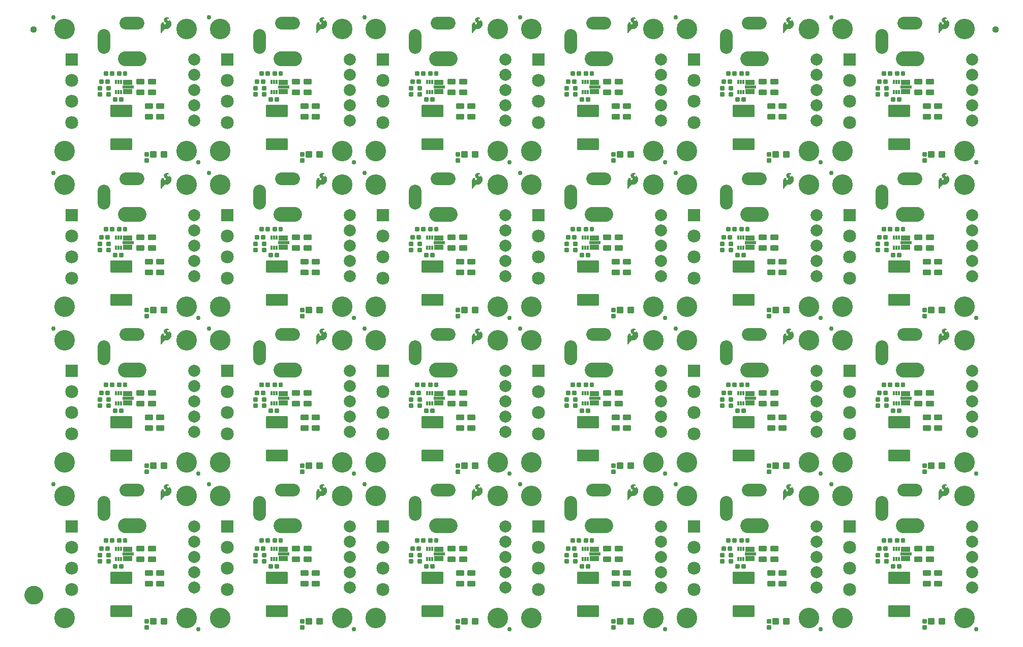
<source format=gts>
G04 EAGLE Gerber RS-274X export*
G75*
%MOMM*%
%FSLAX34Y34*%
%LPD*%
%INSoldermask Top*%
%IPPOS*%
%AMOC8*
5,1,8,0,0,1.08239X$1,22.5*%
G01*
%ADD10C,0.762000*%
%ADD11R,2.159000X2.159000*%
%ADD12C,2.159000*%
%ADD13C,2.127000*%
%ADD14C,2.427000*%
%ADD15C,2.006600*%
%ADD16C,0.225369*%
%ADD17R,1.590000X0.900000*%
%ADD18R,0.390000X0.700000*%
%ADD19R,1.830000X0.500000*%
%ADD20C,0.217469*%
%ADD21C,0.231750*%
%ADD22C,0.428259*%
%ADD23C,3.429000*%
%ADD24C,1.127000*%
%ADD25C,1.270000*%
%ADD26C,1.627000*%

G36*
X1481519Y221671D02*
X1481519Y221671D01*
X1481581Y221673D01*
X1481603Y221686D01*
X1481629Y221690D01*
X1481700Y221738D01*
X1481733Y221756D01*
X1481739Y221764D01*
X1481749Y221771D01*
X1482249Y222271D01*
X1482268Y222302D01*
X1482306Y222344D01*
X1482582Y222804D01*
X1483049Y223271D01*
X1483057Y223284D01*
X1483072Y223297D01*
X1483561Y223883D01*
X1484749Y225071D01*
X1484756Y225082D01*
X1484769Y225093D01*
X1485959Y226482D01*
X1486916Y227438D01*
X1487814Y227977D01*
X1488311Y228060D01*
X1490180Y228060D01*
X1490206Y228066D01*
X1490243Y228065D01*
X1491443Y228265D01*
X1491458Y228272D01*
X1491480Y228273D01*
X1492580Y228573D01*
X1492597Y228582D01*
X1492621Y228587D01*
X1493621Y228987D01*
X1493643Y229002D01*
X1493676Y229014D01*
X1494676Y229614D01*
X1494696Y229634D01*
X1494730Y229654D01*
X1495530Y230354D01*
X1495537Y230363D01*
X1495549Y230371D01*
X1496349Y231171D01*
X1496360Y231189D01*
X1496380Y231207D01*
X1497080Y232107D01*
X1497091Y232130D01*
X1497112Y232155D01*
X1498112Y233955D01*
X1498123Y233991D01*
X1498148Y234043D01*
X1498648Y235943D01*
X1498649Y235975D01*
X1498660Y236018D01*
X1498760Y237718D01*
X1498753Y237754D01*
X1498754Y237810D01*
X1498454Y239410D01*
X1498445Y239431D01*
X1498441Y239460D01*
X1497941Y240960D01*
X1497922Y240991D01*
X1497901Y241044D01*
X1497201Y242144D01*
X1497182Y242163D01*
X1497164Y242193D01*
X1496939Y242446D01*
X1496601Y242826D01*
X1496364Y243093D01*
X1496332Y243115D01*
X1496282Y243162D01*
X1495482Y243662D01*
X1495452Y243673D01*
X1495432Y243687D01*
X1495397Y243693D01*
X1495352Y243713D01*
X1495335Y243713D01*
X1495318Y243718D01*
X1495286Y243714D01*
X1495280Y243714D01*
X1495272Y243712D01*
X1495249Y243709D01*
X1495179Y243707D01*
X1495164Y243698D01*
X1495146Y243696D01*
X1495116Y243676D01*
X1495111Y243675D01*
X1495097Y243663D01*
X1495088Y243657D01*
X1495027Y243624D01*
X1495017Y243609D01*
X1495002Y243599D01*
X1494986Y243571D01*
X1494978Y243565D01*
X1494964Y243534D01*
X1494927Y243482D01*
X1494924Y243463D01*
X1494916Y243449D01*
X1494914Y243423D01*
X1494907Y243406D01*
X1494908Y243381D01*
X1494900Y243340D01*
X1494900Y242502D01*
X1494828Y242286D01*
X1494768Y242165D01*
X1494575Y241972D01*
X1494418Y241920D01*
X1494227Y241920D01*
X1493513Y242099D01*
X1493171Y242270D01*
X1492900Y242451D01*
X1492530Y242728D01*
X1491976Y243282D01*
X1491633Y243796D01*
X1491560Y244087D01*
X1491560Y244578D01*
X1491632Y244794D01*
X1491710Y244949D01*
X1491860Y245175D01*
X1492181Y245415D01*
X1492504Y245577D01*
X1492955Y245667D01*
X1492962Y245671D01*
X1492972Y245671D01*
X1493327Y245760D01*
X1493790Y245760D01*
X1493910Y245700D01*
X1493925Y245696D01*
X1493938Y245687D01*
X1494072Y245661D01*
X1494079Y245660D01*
X1494080Y245660D01*
X1494180Y245660D01*
X1494205Y245666D01*
X1494231Y245663D01*
X1494289Y245685D01*
X1494349Y245699D01*
X1494369Y245716D01*
X1494393Y245725D01*
X1494435Y245770D01*
X1494482Y245809D01*
X1494493Y245833D01*
X1494510Y245852D01*
X1494528Y245911D01*
X1494553Y245968D01*
X1494552Y245993D01*
X1494560Y246018D01*
X1494549Y246079D01*
X1494547Y246141D01*
X1494534Y246163D01*
X1494530Y246189D01*
X1494482Y246260D01*
X1494464Y246293D01*
X1494456Y246299D01*
X1494449Y246309D01*
X1494349Y246409D01*
X1494329Y246421D01*
X1494308Y246444D01*
X1493908Y246744D01*
X1493882Y246756D01*
X1493850Y246780D01*
X1492450Y247480D01*
X1492438Y247483D01*
X1492429Y247489D01*
X1492400Y247495D01*
X1492363Y247511D01*
X1491463Y247711D01*
X1491429Y247711D01*
X1491380Y247720D01*
X1490380Y247720D01*
X1490352Y247714D01*
X1490312Y247714D01*
X1489212Y247514D01*
X1489177Y247499D01*
X1489120Y247481D01*
X1489105Y247477D01*
X1489102Y247475D01*
X1489098Y247474D01*
X1487998Y246874D01*
X1487978Y246856D01*
X1487947Y246840D01*
X1487047Y246140D01*
X1487027Y246116D01*
X1486958Y246042D01*
X1486458Y245242D01*
X1486446Y245208D01*
X1486419Y245160D01*
X1486119Y244260D01*
X1486116Y244223D01*
X1486100Y244140D01*
X1486100Y243340D01*
X1486107Y243307D01*
X1486109Y243258D01*
X1486309Y242358D01*
X1486326Y242322D01*
X1486348Y242255D01*
X1486848Y241355D01*
X1486870Y241331D01*
X1486894Y241290D01*
X1487594Y240490D01*
X1487595Y240489D01*
X1487596Y240487D01*
X1488396Y239587D01*
X1488404Y239582D01*
X1488411Y239571D01*
X1489053Y238929D01*
X1489300Y238271D01*
X1489300Y237702D01*
X1489141Y237225D01*
X1488820Y236824D01*
X1488324Y236493D01*
X1487633Y236320D01*
X1486918Y236320D01*
X1486489Y236406D01*
X1486094Y236564D01*
X1485576Y237082D01*
X1485425Y237309D01*
X1485360Y237502D01*
X1485360Y237778D01*
X1485412Y237935D01*
X1485885Y238408D01*
X1486100Y238479D01*
X1486120Y238492D01*
X1486150Y238500D01*
X1486550Y238700D01*
X1486579Y238724D01*
X1486649Y238771D01*
X1486749Y238871D01*
X1486762Y238892D01*
X1486781Y238908D01*
X1486807Y238965D01*
X1486840Y239018D01*
X1486843Y239043D01*
X1486853Y239066D01*
X1486851Y239129D01*
X1486857Y239191D01*
X1486848Y239214D01*
X1486847Y239239D01*
X1486817Y239294D01*
X1486795Y239353D01*
X1486777Y239370D01*
X1486765Y239392D01*
X1486695Y239446D01*
X1486668Y239470D01*
X1486659Y239473D01*
X1486650Y239480D01*
X1486250Y239680D01*
X1486235Y239684D01*
X1486222Y239693D01*
X1486088Y239719D01*
X1486082Y239720D01*
X1486081Y239720D01*
X1486080Y239720D01*
X1484880Y239720D01*
X1484854Y239714D01*
X1484818Y239715D01*
X1484218Y239615D01*
X1484212Y239613D01*
X1484205Y239613D01*
X1483705Y239513D01*
X1483679Y239501D01*
X1483639Y239493D01*
X1483139Y239293D01*
X1483108Y239271D01*
X1483052Y239244D01*
X1482652Y238944D01*
X1482648Y238940D01*
X1482642Y238937D01*
X1482142Y238537D01*
X1482125Y238514D01*
X1482054Y238436D01*
X1481454Y237436D01*
X1481442Y237400D01*
X1481414Y237344D01*
X1481214Y236644D01*
X1481213Y236619D01*
X1481203Y236587D01*
X1481103Y235787D01*
X1481105Y235766D01*
X1481100Y235740D01*
X1481100Y222040D01*
X1481106Y222015D01*
X1481103Y221989D01*
X1481125Y221932D01*
X1481139Y221871D01*
X1481156Y221851D01*
X1481165Y221827D01*
X1481210Y221785D01*
X1481249Y221738D01*
X1481273Y221727D01*
X1481292Y221710D01*
X1481351Y221692D01*
X1481408Y221667D01*
X1481433Y221668D01*
X1481458Y221660D01*
X1481519Y221671D01*
G37*
G36*
X1222439Y221671D02*
X1222439Y221671D01*
X1222501Y221673D01*
X1222523Y221686D01*
X1222549Y221690D01*
X1222620Y221738D01*
X1222653Y221756D01*
X1222659Y221764D01*
X1222669Y221771D01*
X1223169Y222271D01*
X1223188Y222302D01*
X1223226Y222344D01*
X1223502Y222804D01*
X1223969Y223271D01*
X1223977Y223284D01*
X1223992Y223297D01*
X1224481Y223883D01*
X1225669Y225071D01*
X1225676Y225082D01*
X1225689Y225093D01*
X1226879Y226482D01*
X1227836Y227438D01*
X1228734Y227977D01*
X1229231Y228060D01*
X1231100Y228060D01*
X1231126Y228066D01*
X1231163Y228065D01*
X1232363Y228265D01*
X1232378Y228272D01*
X1232400Y228273D01*
X1233500Y228573D01*
X1233517Y228582D01*
X1233541Y228587D01*
X1234541Y228987D01*
X1234563Y229002D01*
X1234596Y229014D01*
X1235596Y229614D01*
X1235616Y229634D01*
X1235650Y229654D01*
X1236450Y230354D01*
X1236457Y230363D01*
X1236469Y230371D01*
X1237269Y231171D01*
X1237280Y231189D01*
X1237300Y231207D01*
X1238000Y232107D01*
X1238011Y232130D01*
X1238032Y232155D01*
X1239032Y233955D01*
X1239043Y233991D01*
X1239068Y234043D01*
X1239568Y235943D01*
X1239569Y235975D01*
X1239580Y236018D01*
X1239680Y237718D01*
X1239673Y237754D01*
X1239674Y237810D01*
X1239374Y239410D01*
X1239365Y239431D01*
X1239361Y239460D01*
X1238861Y240960D01*
X1238842Y240991D01*
X1238821Y241044D01*
X1238121Y242144D01*
X1238102Y242163D01*
X1238084Y242193D01*
X1237859Y242446D01*
X1237521Y242826D01*
X1237284Y243093D01*
X1237252Y243115D01*
X1237202Y243162D01*
X1236402Y243662D01*
X1236372Y243673D01*
X1236352Y243687D01*
X1236317Y243693D01*
X1236272Y243713D01*
X1236255Y243713D01*
X1236238Y243718D01*
X1236206Y243714D01*
X1236200Y243714D01*
X1236192Y243712D01*
X1236169Y243709D01*
X1236099Y243707D01*
X1236084Y243698D01*
X1236066Y243696D01*
X1236036Y243676D01*
X1236031Y243675D01*
X1236017Y243663D01*
X1236008Y243657D01*
X1235947Y243624D01*
X1235937Y243609D01*
X1235922Y243599D01*
X1235906Y243571D01*
X1235898Y243565D01*
X1235884Y243534D01*
X1235847Y243482D01*
X1235844Y243463D01*
X1235836Y243449D01*
X1235834Y243423D01*
X1235827Y243406D01*
X1235828Y243381D01*
X1235820Y243340D01*
X1235820Y242502D01*
X1235748Y242286D01*
X1235688Y242165D01*
X1235495Y241972D01*
X1235338Y241920D01*
X1235147Y241920D01*
X1234433Y242099D01*
X1234091Y242270D01*
X1233820Y242451D01*
X1233450Y242728D01*
X1232896Y243282D01*
X1232553Y243796D01*
X1232480Y244087D01*
X1232480Y244578D01*
X1232552Y244794D01*
X1232630Y244949D01*
X1232780Y245175D01*
X1233101Y245415D01*
X1233424Y245577D01*
X1233875Y245667D01*
X1233882Y245671D01*
X1233892Y245671D01*
X1234247Y245760D01*
X1234710Y245760D01*
X1234830Y245700D01*
X1234845Y245696D01*
X1234858Y245687D01*
X1234992Y245661D01*
X1234999Y245660D01*
X1235000Y245660D01*
X1235100Y245660D01*
X1235125Y245666D01*
X1235151Y245663D01*
X1235209Y245685D01*
X1235269Y245699D01*
X1235289Y245716D01*
X1235313Y245725D01*
X1235355Y245770D01*
X1235402Y245809D01*
X1235413Y245833D01*
X1235430Y245852D01*
X1235448Y245911D01*
X1235473Y245968D01*
X1235472Y245993D01*
X1235480Y246018D01*
X1235469Y246079D01*
X1235467Y246141D01*
X1235454Y246163D01*
X1235450Y246189D01*
X1235402Y246260D01*
X1235384Y246293D01*
X1235376Y246299D01*
X1235369Y246309D01*
X1235269Y246409D01*
X1235249Y246421D01*
X1235228Y246444D01*
X1234828Y246744D01*
X1234802Y246756D01*
X1234770Y246780D01*
X1233370Y247480D01*
X1233358Y247483D01*
X1233349Y247489D01*
X1233320Y247495D01*
X1233283Y247511D01*
X1232383Y247711D01*
X1232349Y247711D01*
X1232300Y247720D01*
X1231300Y247720D01*
X1231272Y247714D01*
X1231232Y247714D01*
X1230132Y247514D01*
X1230097Y247499D01*
X1230040Y247481D01*
X1230025Y247477D01*
X1230022Y247475D01*
X1230018Y247474D01*
X1228918Y246874D01*
X1228898Y246856D01*
X1228867Y246840D01*
X1227967Y246140D01*
X1227947Y246116D01*
X1227878Y246042D01*
X1227378Y245242D01*
X1227366Y245208D01*
X1227339Y245160D01*
X1227039Y244260D01*
X1227036Y244223D01*
X1227020Y244140D01*
X1227020Y243340D01*
X1227027Y243307D01*
X1227029Y243258D01*
X1227229Y242358D01*
X1227246Y242322D01*
X1227268Y242255D01*
X1227768Y241355D01*
X1227790Y241331D01*
X1227814Y241290D01*
X1228514Y240490D01*
X1228515Y240489D01*
X1228516Y240487D01*
X1229316Y239587D01*
X1229324Y239582D01*
X1229331Y239571D01*
X1229973Y238929D01*
X1230220Y238271D01*
X1230220Y237702D01*
X1230061Y237225D01*
X1229740Y236824D01*
X1229244Y236493D01*
X1228553Y236320D01*
X1227838Y236320D01*
X1227409Y236406D01*
X1227014Y236564D01*
X1226496Y237082D01*
X1226345Y237309D01*
X1226280Y237502D01*
X1226280Y237778D01*
X1226332Y237935D01*
X1226805Y238408D01*
X1227020Y238479D01*
X1227040Y238492D01*
X1227070Y238500D01*
X1227470Y238700D01*
X1227499Y238724D01*
X1227569Y238771D01*
X1227669Y238871D01*
X1227682Y238892D01*
X1227701Y238908D01*
X1227727Y238965D01*
X1227760Y239018D01*
X1227763Y239043D01*
X1227773Y239066D01*
X1227771Y239129D01*
X1227777Y239191D01*
X1227768Y239214D01*
X1227767Y239239D01*
X1227737Y239294D01*
X1227715Y239353D01*
X1227697Y239370D01*
X1227685Y239392D01*
X1227615Y239446D01*
X1227588Y239470D01*
X1227579Y239473D01*
X1227570Y239480D01*
X1227170Y239680D01*
X1227155Y239684D01*
X1227142Y239693D01*
X1227008Y239719D01*
X1227002Y239720D01*
X1227001Y239720D01*
X1227000Y239720D01*
X1225800Y239720D01*
X1225774Y239714D01*
X1225738Y239715D01*
X1225138Y239615D01*
X1225132Y239613D01*
X1225125Y239613D01*
X1224625Y239513D01*
X1224599Y239501D01*
X1224559Y239493D01*
X1224059Y239293D01*
X1224028Y239271D01*
X1223972Y239244D01*
X1223572Y238944D01*
X1223568Y238940D01*
X1223562Y238937D01*
X1223062Y238537D01*
X1223045Y238514D01*
X1222974Y238436D01*
X1222374Y237436D01*
X1222362Y237400D01*
X1222334Y237344D01*
X1222134Y236644D01*
X1222133Y236619D01*
X1222123Y236587D01*
X1222023Y235787D01*
X1222025Y235766D01*
X1222020Y235740D01*
X1222020Y222040D01*
X1222026Y222015D01*
X1222023Y221989D01*
X1222045Y221932D01*
X1222059Y221871D01*
X1222076Y221851D01*
X1222085Y221827D01*
X1222130Y221785D01*
X1222169Y221738D01*
X1222193Y221727D01*
X1222212Y221710D01*
X1222271Y221692D01*
X1222328Y221667D01*
X1222353Y221668D01*
X1222378Y221660D01*
X1222439Y221671D01*
G37*
G36*
X963359Y998911D02*
X963359Y998911D01*
X963421Y998913D01*
X963443Y998926D01*
X963469Y998930D01*
X963540Y998978D01*
X963573Y998996D01*
X963579Y999004D01*
X963589Y999011D01*
X964089Y999511D01*
X964108Y999542D01*
X964146Y999584D01*
X964422Y1000044D01*
X964889Y1000511D01*
X964897Y1000524D01*
X964912Y1000537D01*
X965401Y1001123D01*
X966589Y1002311D01*
X966596Y1002322D01*
X966609Y1002333D01*
X967799Y1003722D01*
X968756Y1004678D01*
X969654Y1005217D01*
X970151Y1005300D01*
X972020Y1005300D01*
X972046Y1005306D01*
X972083Y1005305D01*
X973283Y1005505D01*
X973298Y1005512D01*
X973320Y1005513D01*
X974420Y1005813D01*
X974437Y1005822D01*
X974461Y1005827D01*
X975461Y1006227D01*
X975483Y1006242D01*
X975516Y1006254D01*
X976516Y1006854D01*
X976536Y1006874D01*
X976570Y1006894D01*
X977370Y1007594D01*
X977377Y1007603D01*
X977389Y1007611D01*
X978189Y1008411D01*
X978200Y1008429D01*
X978220Y1008447D01*
X978920Y1009347D01*
X978931Y1009370D01*
X978952Y1009395D01*
X979952Y1011195D01*
X979963Y1011231D01*
X979988Y1011283D01*
X980488Y1013183D01*
X980489Y1013215D01*
X980500Y1013258D01*
X980600Y1014958D01*
X980593Y1014994D01*
X980594Y1015050D01*
X980294Y1016650D01*
X980285Y1016671D01*
X980281Y1016700D01*
X979781Y1018200D01*
X979762Y1018231D01*
X979741Y1018284D01*
X979041Y1019384D01*
X979022Y1019403D01*
X979004Y1019433D01*
X978779Y1019686D01*
X978441Y1020066D01*
X978204Y1020333D01*
X978172Y1020355D01*
X978122Y1020402D01*
X977322Y1020902D01*
X977292Y1020913D01*
X977272Y1020927D01*
X977237Y1020933D01*
X977192Y1020953D01*
X977175Y1020953D01*
X977158Y1020958D01*
X977126Y1020954D01*
X977120Y1020954D01*
X977112Y1020952D01*
X977089Y1020949D01*
X977019Y1020947D01*
X977004Y1020938D01*
X976986Y1020936D01*
X976956Y1020916D01*
X976951Y1020915D01*
X976937Y1020903D01*
X976928Y1020897D01*
X976867Y1020864D01*
X976857Y1020849D01*
X976842Y1020839D01*
X976826Y1020811D01*
X976818Y1020805D01*
X976804Y1020774D01*
X976767Y1020722D01*
X976764Y1020703D01*
X976756Y1020689D01*
X976754Y1020663D01*
X976747Y1020646D01*
X976748Y1020621D01*
X976740Y1020580D01*
X976740Y1019742D01*
X976668Y1019526D01*
X976608Y1019405D01*
X976415Y1019212D01*
X976258Y1019160D01*
X976067Y1019160D01*
X975353Y1019339D01*
X975011Y1019510D01*
X974740Y1019691D01*
X974370Y1019968D01*
X973816Y1020522D01*
X973473Y1021036D01*
X973400Y1021327D01*
X973400Y1021818D01*
X973472Y1022034D01*
X973550Y1022189D01*
X973700Y1022415D01*
X974021Y1022655D01*
X974344Y1022817D01*
X974795Y1022907D01*
X974802Y1022911D01*
X974812Y1022911D01*
X975167Y1023000D01*
X975630Y1023000D01*
X975750Y1022940D01*
X975765Y1022936D01*
X975778Y1022927D01*
X975912Y1022901D01*
X975919Y1022900D01*
X975920Y1022900D01*
X976020Y1022900D01*
X976045Y1022906D01*
X976071Y1022903D01*
X976129Y1022925D01*
X976189Y1022939D01*
X976209Y1022956D01*
X976233Y1022965D01*
X976275Y1023010D01*
X976322Y1023049D01*
X976333Y1023073D01*
X976350Y1023092D01*
X976368Y1023151D01*
X976393Y1023208D01*
X976392Y1023233D01*
X976400Y1023258D01*
X976389Y1023319D01*
X976387Y1023381D01*
X976374Y1023403D01*
X976370Y1023429D01*
X976322Y1023500D01*
X976304Y1023533D01*
X976296Y1023539D01*
X976289Y1023549D01*
X976189Y1023649D01*
X976169Y1023661D01*
X976148Y1023684D01*
X975748Y1023984D01*
X975722Y1023996D01*
X975690Y1024020D01*
X974290Y1024720D01*
X974278Y1024723D01*
X974269Y1024729D01*
X974240Y1024735D01*
X974203Y1024751D01*
X973303Y1024951D01*
X973269Y1024951D01*
X973220Y1024960D01*
X972220Y1024960D01*
X972192Y1024954D01*
X972152Y1024954D01*
X971052Y1024754D01*
X971017Y1024739D01*
X970960Y1024721D01*
X970945Y1024717D01*
X970942Y1024715D01*
X970938Y1024714D01*
X969838Y1024114D01*
X969818Y1024096D01*
X969787Y1024080D01*
X968887Y1023380D01*
X968867Y1023356D01*
X968798Y1023282D01*
X968298Y1022482D01*
X968286Y1022448D01*
X968259Y1022400D01*
X967959Y1021500D01*
X967956Y1021463D01*
X967940Y1021380D01*
X967940Y1020580D01*
X967947Y1020547D01*
X967949Y1020498D01*
X968149Y1019598D01*
X968166Y1019562D01*
X968188Y1019495D01*
X968688Y1018595D01*
X968710Y1018571D01*
X968734Y1018530D01*
X969434Y1017730D01*
X969435Y1017729D01*
X969436Y1017727D01*
X970236Y1016827D01*
X970244Y1016822D01*
X970251Y1016811D01*
X970893Y1016169D01*
X971140Y1015511D01*
X971140Y1014942D01*
X970981Y1014465D01*
X970660Y1014064D01*
X970164Y1013733D01*
X969473Y1013560D01*
X968758Y1013560D01*
X968329Y1013646D01*
X967934Y1013804D01*
X967416Y1014322D01*
X967265Y1014549D01*
X967200Y1014742D01*
X967200Y1015018D01*
X967252Y1015175D01*
X967725Y1015648D01*
X967940Y1015719D01*
X967960Y1015732D01*
X967990Y1015740D01*
X968390Y1015940D01*
X968419Y1015964D01*
X968489Y1016011D01*
X968589Y1016111D01*
X968602Y1016132D01*
X968621Y1016148D01*
X968647Y1016205D01*
X968680Y1016258D01*
X968683Y1016283D01*
X968693Y1016306D01*
X968691Y1016369D01*
X968697Y1016431D01*
X968688Y1016454D01*
X968687Y1016479D01*
X968657Y1016534D01*
X968635Y1016593D01*
X968617Y1016610D01*
X968605Y1016632D01*
X968535Y1016686D01*
X968508Y1016710D01*
X968499Y1016713D01*
X968490Y1016720D01*
X968090Y1016920D01*
X968075Y1016924D01*
X968062Y1016933D01*
X967928Y1016959D01*
X967922Y1016960D01*
X967921Y1016960D01*
X967920Y1016960D01*
X966720Y1016960D01*
X966694Y1016954D01*
X966658Y1016955D01*
X966058Y1016855D01*
X966052Y1016853D01*
X966045Y1016853D01*
X965545Y1016753D01*
X965519Y1016741D01*
X965479Y1016733D01*
X964979Y1016533D01*
X964948Y1016511D01*
X964892Y1016484D01*
X964492Y1016184D01*
X964488Y1016180D01*
X964482Y1016177D01*
X963982Y1015777D01*
X963965Y1015754D01*
X963894Y1015676D01*
X963294Y1014676D01*
X963282Y1014640D01*
X963254Y1014584D01*
X963054Y1013884D01*
X963053Y1013859D01*
X963043Y1013827D01*
X962943Y1013027D01*
X962945Y1013006D01*
X962940Y1012980D01*
X962940Y999280D01*
X962946Y999255D01*
X962943Y999229D01*
X962965Y999172D01*
X962979Y999111D01*
X962996Y999091D01*
X963005Y999067D01*
X963050Y999025D01*
X963089Y998978D01*
X963113Y998967D01*
X963132Y998950D01*
X963191Y998932D01*
X963248Y998907D01*
X963273Y998908D01*
X963298Y998900D01*
X963359Y998911D01*
G37*
G36*
X1481519Y998911D02*
X1481519Y998911D01*
X1481581Y998913D01*
X1481603Y998926D01*
X1481629Y998930D01*
X1481700Y998978D01*
X1481733Y998996D01*
X1481739Y999004D01*
X1481749Y999011D01*
X1482249Y999511D01*
X1482268Y999542D01*
X1482306Y999584D01*
X1482582Y1000044D01*
X1483049Y1000511D01*
X1483057Y1000524D01*
X1483072Y1000537D01*
X1483561Y1001123D01*
X1484749Y1002311D01*
X1484756Y1002322D01*
X1484769Y1002333D01*
X1485959Y1003722D01*
X1486916Y1004678D01*
X1487814Y1005217D01*
X1488311Y1005300D01*
X1490180Y1005300D01*
X1490206Y1005306D01*
X1490243Y1005305D01*
X1491443Y1005505D01*
X1491458Y1005512D01*
X1491480Y1005513D01*
X1492580Y1005813D01*
X1492597Y1005822D01*
X1492621Y1005827D01*
X1493621Y1006227D01*
X1493643Y1006242D01*
X1493676Y1006254D01*
X1494676Y1006854D01*
X1494696Y1006874D01*
X1494730Y1006894D01*
X1495530Y1007594D01*
X1495537Y1007603D01*
X1495549Y1007611D01*
X1496349Y1008411D01*
X1496360Y1008429D01*
X1496380Y1008447D01*
X1497080Y1009347D01*
X1497091Y1009370D01*
X1497112Y1009395D01*
X1498112Y1011195D01*
X1498123Y1011231D01*
X1498148Y1011283D01*
X1498648Y1013183D01*
X1498649Y1013215D01*
X1498660Y1013258D01*
X1498760Y1014958D01*
X1498753Y1014994D01*
X1498754Y1015050D01*
X1498454Y1016650D01*
X1498445Y1016671D01*
X1498441Y1016700D01*
X1497941Y1018200D01*
X1497922Y1018231D01*
X1497901Y1018284D01*
X1497201Y1019384D01*
X1497182Y1019403D01*
X1497164Y1019433D01*
X1496939Y1019686D01*
X1496601Y1020066D01*
X1496364Y1020333D01*
X1496332Y1020355D01*
X1496282Y1020402D01*
X1495482Y1020902D01*
X1495452Y1020913D01*
X1495432Y1020927D01*
X1495397Y1020933D01*
X1495352Y1020953D01*
X1495335Y1020953D01*
X1495318Y1020958D01*
X1495286Y1020954D01*
X1495280Y1020954D01*
X1495272Y1020952D01*
X1495249Y1020949D01*
X1495179Y1020947D01*
X1495164Y1020938D01*
X1495146Y1020936D01*
X1495116Y1020916D01*
X1495111Y1020915D01*
X1495097Y1020903D01*
X1495088Y1020897D01*
X1495027Y1020864D01*
X1495017Y1020849D01*
X1495002Y1020839D01*
X1494986Y1020811D01*
X1494978Y1020805D01*
X1494964Y1020774D01*
X1494927Y1020722D01*
X1494924Y1020703D01*
X1494916Y1020689D01*
X1494914Y1020663D01*
X1494907Y1020646D01*
X1494908Y1020621D01*
X1494900Y1020580D01*
X1494900Y1019742D01*
X1494828Y1019526D01*
X1494768Y1019405D01*
X1494575Y1019212D01*
X1494418Y1019160D01*
X1494227Y1019160D01*
X1493513Y1019339D01*
X1493171Y1019510D01*
X1492900Y1019691D01*
X1492530Y1019968D01*
X1491976Y1020522D01*
X1491633Y1021036D01*
X1491560Y1021327D01*
X1491560Y1021818D01*
X1491632Y1022034D01*
X1491710Y1022189D01*
X1491860Y1022415D01*
X1492181Y1022655D01*
X1492504Y1022817D01*
X1492955Y1022907D01*
X1492962Y1022911D01*
X1492972Y1022911D01*
X1493327Y1023000D01*
X1493790Y1023000D01*
X1493910Y1022940D01*
X1493925Y1022936D01*
X1493938Y1022927D01*
X1494072Y1022901D01*
X1494079Y1022900D01*
X1494080Y1022900D01*
X1494180Y1022900D01*
X1494205Y1022906D01*
X1494231Y1022903D01*
X1494289Y1022925D01*
X1494349Y1022939D01*
X1494369Y1022956D01*
X1494393Y1022965D01*
X1494435Y1023010D01*
X1494482Y1023049D01*
X1494493Y1023073D01*
X1494510Y1023092D01*
X1494528Y1023151D01*
X1494553Y1023208D01*
X1494552Y1023233D01*
X1494560Y1023258D01*
X1494549Y1023319D01*
X1494547Y1023381D01*
X1494534Y1023403D01*
X1494530Y1023429D01*
X1494482Y1023500D01*
X1494464Y1023533D01*
X1494456Y1023539D01*
X1494449Y1023549D01*
X1494349Y1023649D01*
X1494329Y1023661D01*
X1494308Y1023684D01*
X1493908Y1023984D01*
X1493882Y1023996D01*
X1493850Y1024020D01*
X1492450Y1024720D01*
X1492438Y1024723D01*
X1492429Y1024729D01*
X1492400Y1024735D01*
X1492363Y1024751D01*
X1491463Y1024951D01*
X1491429Y1024951D01*
X1491380Y1024960D01*
X1490380Y1024960D01*
X1490352Y1024954D01*
X1490312Y1024954D01*
X1489212Y1024754D01*
X1489177Y1024739D01*
X1489120Y1024721D01*
X1489105Y1024717D01*
X1489102Y1024715D01*
X1489098Y1024714D01*
X1487998Y1024114D01*
X1487978Y1024096D01*
X1487947Y1024080D01*
X1487047Y1023380D01*
X1487027Y1023356D01*
X1486958Y1023282D01*
X1486458Y1022482D01*
X1486446Y1022448D01*
X1486419Y1022400D01*
X1486119Y1021500D01*
X1486116Y1021463D01*
X1486100Y1021380D01*
X1486100Y1020580D01*
X1486107Y1020547D01*
X1486109Y1020498D01*
X1486309Y1019598D01*
X1486326Y1019562D01*
X1486348Y1019495D01*
X1486848Y1018595D01*
X1486870Y1018571D01*
X1486894Y1018530D01*
X1487594Y1017730D01*
X1487595Y1017729D01*
X1487596Y1017727D01*
X1488396Y1016827D01*
X1488404Y1016822D01*
X1488411Y1016811D01*
X1489053Y1016169D01*
X1489300Y1015511D01*
X1489300Y1014942D01*
X1489141Y1014465D01*
X1488820Y1014064D01*
X1488324Y1013733D01*
X1487633Y1013560D01*
X1486918Y1013560D01*
X1486489Y1013646D01*
X1486094Y1013804D01*
X1485576Y1014322D01*
X1485425Y1014549D01*
X1485360Y1014742D01*
X1485360Y1015018D01*
X1485412Y1015175D01*
X1485885Y1015648D01*
X1486100Y1015719D01*
X1486120Y1015732D01*
X1486150Y1015740D01*
X1486550Y1015940D01*
X1486579Y1015964D01*
X1486649Y1016011D01*
X1486749Y1016111D01*
X1486762Y1016132D01*
X1486781Y1016148D01*
X1486807Y1016205D01*
X1486840Y1016258D01*
X1486843Y1016283D01*
X1486853Y1016306D01*
X1486851Y1016369D01*
X1486857Y1016431D01*
X1486848Y1016454D01*
X1486847Y1016479D01*
X1486817Y1016534D01*
X1486795Y1016593D01*
X1486777Y1016610D01*
X1486765Y1016632D01*
X1486695Y1016686D01*
X1486668Y1016710D01*
X1486659Y1016713D01*
X1486650Y1016720D01*
X1486250Y1016920D01*
X1486235Y1016924D01*
X1486222Y1016933D01*
X1486088Y1016959D01*
X1486082Y1016960D01*
X1486081Y1016960D01*
X1486080Y1016960D01*
X1484880Y1016960D01*
X1484854Y1016954D01*
X1484818Y1016955D01*
X1484218Y1016855D01*
X1484212Y1016853D01*
X1484205Y1016853D01*
X1483705Y1016753D01*
X1483679Y1016741D01*
X1483639Y1016733D01*
X1483139Y1016533D01*
X1483108Y1016511D01*
X1483052Y1016484D01*
X1482652Y1016184D01*
X1482648Y1016180D01*
X1482642Y1016177D01*
X1482142Y1015777D01*
X1482125Y1015754D01*
X1482054Y1015676D01*
X1481454Y1014676D01*
X1481442Y1014640D01*
X1481414Y1014584D01*
X1481214Y1013884D01*
X1481213Y1013859D01*
X1481203Y1013827D01*
X1481103Y1013027D01*
X1481105Y1013006D01*
X1481100Y1012980D01*
X1481100Y999280D01*
X1481106Y999255D01*
X1481103Y999229D01*
X1481125Y999172D01*
X1481139Y999111D01*
X1481156Y999091D01*
X1481165Y999067D01*
X1481210Y999025D01*
X1481249Y998978D01*
X1481273Y998967D01*
X1481292Y998950D01*
X1481351Y998932D01*
X1481408Y998907D01*
X1481433Y998908D01*
X1481458Y998900D01*
X1481519Y998911D01*
G37*
G36*
X445199Y998911D02*
X445199Y998911D01*
X445261Y998913D01*
X445283Y998926D01*
X445309Y998930D01*
X445380Y998978D01*
X445413Y998996D01*
X445419Y999004D01*
X445429Y999011D01*
X445929Y999511D01*
X445948Y999542D01*
X445986Y999584D01*
X446262Y1000044D01*
X446729Y1000511D01*
X446737Y1000524D01*
X446752Y1000537D01*
X447241Y1001123D01*
X448429Y1002311D01*
X448436Y1002322D01*
X448449Y1002333D01*
X449639Y1003722D01*
X450596Y1004678D01*
X451494Y1005217D01*
X451991Y1005300D01*
X453860Y1005300D01*
X453886Y1005306D01*
X453923Y1005305D01*
X455123Y1005505D01*
X455138Y1005512D01*
X455160Y1005513D01*
X456260Y1005813D01*
X456277Y1005822D01*
X456301Y1005827D01*
X457301Y1006227D01*
X457323Y1006242D01*
X457356Y1006254D01*
X458356Y1006854D01*
X458376Y1006874D01*
X458410Y1006894D01*
X459210Y1007594D01*
X459217Y1007603D01*
X459229Y1007611D01*
X460029Y1008411D01*
X460040Y1008429D01*
X460060Y1008447D01*
X460760Y1009347D01*
X460771Y1009370D01*
X460792Y1009395D01*
X461792Y1011195D01*
X461803Y1011231D01*
X461828Y1011283D01*
X462328Y1013183D01*
X462329Y1013215D01*
X462340Y1013258D01*
X462440Y1014958D01*
X462433Y1014994D01*
X462434Y1015050D01*
X462134Y1016650D01*
X462125Y1016671D01*
X462121Y1016700D01*
X461621Y1018200D01*
X461602Y1018231D01*
X461581Y1018284D01*
X460881Y1019384D01*
X460862Y1019403D01*
X460844Y1019433D01*
X460619Y1019686D01*
X460281Y1020066D01*
X460044Y1020333D01*
X460012Y1020355D01*
X459962Y1020402D01*
X459162Y1020902D01*
X459132Y1020913D01*
X459112Y1020927D01*
X459077Y1020933D01*
X459032Y1020953D01*
X459015Y1020953D01*
X458998Y1020958D01*
X458966Y1020954D01*
X458960Y1020954D01*
X458952Y1020952D01*
X458929Y1020949D01*
X458859Y1020947D01*
X458844Y1020938D01*
X458826Y1020936D01*
X458796Y1020916D01*
X458791Y1020915D01*
X458777Y1020903D01*
X458768Y1020897D01*
X458707Y1020864D01*
X458697Y1020849D01*
X458682Y1020839D01*
X458666Y1020811D01*
X458658Y1020805D01*
X458644Y1020774D01*
X458607Y1020722D01*
X458604Y1020703D01*
X458596Y1020689D01*
X458594Y1020663D01*
X458587Y1020646D01*
X458588Y1020621D01*
X458580Y1020580D01*
X458580Y1019742D01*
X458508Y1019526D01*
X458448Y1019405D01*
X458255Y1019212D01*
X458098Y1019160D01*
X457907Y1019160D01*
X457193Y1019339D01*
X456851Y1019510D01*
X456580Y1019691D01*
X456210Y1019968D01*
X455656Y1020522D01*
X455313Y1021036D01*
X455240Y1021327D01*
X455240Y1021818D01*
X455312Y1022034D01*
X455390Y1022189D01*
X455540Y1022415D01*
X455861Y1022655D01*
X456184Y1022817D01*
X456635Y1022907D01*
X456642Y1022911D01*
X456652Y1022911D01*
X457007Y1023000D01*
X457470Y1023000D01*
X457590Y1022940D01*
X457605Y1022936D01*
X457618Y1022927D01*
X457752Y1022901D01*
X457759Y1022900D01*
X457760Y1022900D01*
X457860Y1022900D01*
X457885Y1022906D01*
X457911Y1022903D01*
X457969Y1022925D01*
X458029Y1022939D01*
X458049Y1022956D01*
X458073Y1022965D01*
X458115Y1023010D01*
X458162Y1023049D01*
X458173Y1023073D01*
X458190Y1023092D01*
X458208Y1023151D01*
X458233Y1023208D01*
X458232Y1023233D01*
X458240Y1023258D01*
X458229Y1023319D01*
X458227Y1023381D01*
X458214Y1023403D01*
X458210Y1023429D01*
X458162Y1023500D01*
X458144Y1023533D01*
X458136Y1023539D01*
X458129Y1023549D01*
X458029Y1023649D01*
X458009Y1023661D01*
X457988Y1023684D01*
X457588Y1023984D01*
X457562Y1023996D01*
X457530Y1024020D01*
X456130Y1024720D01*
X456118Y1024723D01*
X456109Y1024729D01*
X456080Y1024735D01*
X456043Y1024751D01*
X455143Y1024951D01*
X455109Y1024951D01*
X455060Y1024960D01*
X454060Y1024960D01*
X454032Y1024954D01*
X453992Y1024954D01*
X452892Y1024754D01*
X452857Y1024739D01*
X452800Y1024721D01*
X452785Y1024717D01*
X452782Y1024715D01*
X452778Y1024714D01*
X451678Y1024114D01*
X451658Y1024096D01*
X451627Y1024080D01*
X450727Y1023380D01*
X450707Y1023356D01*
X450638Y1023282D01*
X450138Y1022482D01*
X450126Y1022448D01*
X450099Y1022400D01*
X449799Y1021500D01*
X449796Y1021463D01*
X449780Y1021380D01*
X449780Y1020580D01*
X449787Y1020547D01*
X449789Y1020498D01*
X449989Y1019598D01*
X450006Y1019562D01*
X450028Y1019495D01*
X450528Y1018595D01*
X450550Y1018571D01*
X450574Y1018530D01*
X451274Y1017730D01*
X451275Y1017729D01*
X451276Y1017727D01*
X452076Y1016827D01*
X452084Y1016822D01*
X452091Y1016811D01*
X452733Y1016169D01*
X452980Y1015511D01*
X452980Y1014942D01*
X452821Y1014465D01*
X452500Y1014064D01*
X452004Y1013733D01*
X451313Y1013560D01*
X450598Y1013560D01*
X450169Y1013646D01*
X449774Y1013804D01*
X449256Y1014322D01*
X449105Y1014549D01*
X449040Y1014742D01*
X449040Y1015018D01*
X449092Y1015175D01*
X449565Y1015648D01*
X449780Y1015719D01*
X449800Y1015732D01*
X449830Y1015740D01*
X450230Y1015940D01*
X450259Y1015964D01*
X450329Y1016011D01*
X450429Y1016111D01*
X450442Y1016132D01*
X450461Y1016148D01*
X450487Y1016205D01*
X450520Y1016258D01*
X450523Y1016283D01*
X450533Y1016306D01*
X450531Y1016369D01*
X450537Y1016431D01*
X450528Y1016454D01*
X450527Y1016479D01*
X450497Y1016534D01*
X450475Y1016593D01*
X450457Y1016610D01*
X450445Y1016632D01*
X450375Y1016686D01*
X450348Y1016710D01*
X450339Y1016713D01*
X450330Y1016720D01*
X449930Y1016920D01*
X449915Y1016924D01*
X449902Y1016933D01*
X449768Y1016959D01*
X449762Y1016960D01*
X449761Y1016960D01*
X449760Y1016960D01*
X448560Y1016960D01*
X448534Y1016954D01*
X448498Y1016955D01*
X447898Y1016855D01*
X447892Y1016853D01*
X447885Y1016853D01*
X447385Y1016753D01*
X447359Y1016741D01*
X447319Y1016733D01*
X446819Y1016533D01*
X446788Y1016511D01*
X446732Y1016484D01*
X446332Y1016184D01*
X446328Y1016180D01*
X446322Y1016177D01*
X445822Y1015777D01*
X445805Y1015754D01*
X445734Y1015676D01*
X445134Y1014676D01*
X445122Y1014640D01*
X445094Y1014584D01*
X444894Y1013884D01*
X444893Y1013859D01*
X444883Y1013827D01*
X444783Y1013027D01*
X444785Y1013006D01*
X444780Y1012980D01*
X444780Y999280D01*
X444786Y999255D01*
X444783Y999229D01*
X444805Y999172D01*
X444819Y999111D01*
X444836Y999091D01*
X444845Y999067D01*
X444890Y999025D01*
X444929Y998978D01*
X444953Y998967D01*
X444972Y998950D01*
X445031Y998932D01*
X445088Y998907D01*
X445113Y998908D01*
X445138Y998900D01*
X445199Y998911D01*
G37*
G36*
X704279Y998911D02*
X704279Y998911D01*
X704341Y998913D01*
X704363Y998926D01*
X704389Y998930D01*
X704460Y998978D01*
X704493Y998996D01*
X704499Y999004D01*
X704509Y999011D01*
X705009Y999511D01*
X705028Y999542D01*
X705066Y999584D01*
X705342Y1000044D01*
X705809Y1000511D01*
X705817Y1000524D01*
X705832Y1000537D01*
X706321Y1001123D01*
X707509Y1002311D01*
X707516Y1002322D01*
X707529Y1002333D01*
X708719Y1003722D01*
X709676Y1004678D01*
X710574Y1005217D01*
X711071Y1005300D01*
X712940Y1005300D01*
X712966Y1005306D01*
X713003Y1005305D01*
X714203Y1005505D01*
X714218Y1005512D01*
X714240Y1005513D01*
X715340Y1005813D01*
X715357Y1005822D01*
X715381Y1005827D01*
X716381Y1006227D01*
X716403Y1006242D01*
X716436Y1006254D01*
X717436Y1006854D01*
X717456Y1006874D01*
X717490Y1006894D01*
X718290Y1007594D01*
X718297Y1007603D01*
X718309Y1007611D01*
X719109Y1008411D01*
X719120Y1008429D01*
X719140Y1008447D01*
X719840Y1009347D01*
X719851Y1009370D01*
X719872Y1009395D01*
X720872Y1011195D01*
X720883Y1011231D01*
X720908Y1011283D01*
X721408Y1013183D01*
X721409Y1013215D01*
X721420Y1013258D01*
X721520Y1014958D01*
X721513Y1014994D01*
X721514Y1015050D01*
X721214Y1016650D01*
X721205Y1016671D01*
X721201Y1016700D01*
X720701Y1018200D01*
X720682Y1018231D01*
X720661Y1018284D01*
X719961Y1019384D01*
X719942Y1019403D01*
X719924Y1019433D01*
X719699Y1019686D01*
X719361Y1020066D01*
X719124Y1020333D01*
X719092Y1020355D01*
X719042Y1020402D01*
X718242Y1020902D01*
X718212Y1020913D01*
X718192Y1020927D01*
X718157Y1020933D01*
X718112Y1020953D01*
X718095Y1020953D01*
X718078Y1020958D01*
X718046Y1020954D01*
X718040Y1020954D01*
X718032Y1020952D01*
X718009Y1020949D01*
X717939Y1020947D01*
X717924Y1020938D01*
X717906Y1020936D01*
X717876Y1020916D01*
X717871Y1020915D01*
X717857Y1020903D01*
X717848Y1020897D01*
X717787Y1020864D01*
X717777Y1020849D01*
X717762Y1020839D01*
X717746Y1020811D01*
X717738Y1020805D01*
X717724Y1020774D01*
X717687Y1020722D01*
X717684Y1020703D01*
X717676Y1020689D01*
X717674Y1020663D01*
X717667Y1020646D01*
X717668Y1020621D01*
X717660Y1020580D01*
X717660Y1019742D01*
X717588Y1019526D01*
X717528Y1019405D01*
X717335Y1019212D01*
X717178Y1019160D01*
X716987Y1019160D01*
X716273Y1019339D01*
X715931Y1019510D01*
X715660Y1019691D01*
X715290Y1019968D01*
X714736Y1020522D01*
X714393Y1021036D01*
X714320Y1021327D01*
X714320Y1021818D01*
X714392Y1022034D01*
X714470Y1022189D01*
X714620Y1022415D01*
X714941Y1022655D01*
X715264Y1022817D01*
X715715Y1022907D01*
X715722Y1022911D01*
X715732Y1022911D01*
X716087Y1023000D01*
X716550Y1023000D01*
X716670Y1022940D01*
X716685Y1022936D01*
X716698Y1022927D01*
X716832Y1022901D01*
X716839Y1022900D01*
X716840Y1022900D01*
X716940Y1022900D01*
X716965Y1022906D01*
X716991Y1022903D01*
X717049Y1022925D01*
X717109Y1022939D01*
X717129Y1022956D01*
X717153Y1022965D01*
X717195Y1023010D01*
X717242Y1023049D01*
X717253Y1023073D01*
X717270Y1023092D01*
X717288Y1023151D01*
X717313Y1023208D01*
X717312Y1023233D01*
X717320Y1023258D01*
X717309Y1023319D01*
X717307Y1023381D01*
X717294Y1023403D01*
X717290Y1023429D01*
X717242Y1023500D01*
X717224Y1023533D01*
X717216Y1023539D01*
X717209Y1023549D01*
X717109Y1023649D01*
X717089Y1023661D01*
X717068Y1023684D01*
X716668Y1023984D01*
X716642Y1023996D01*
X716610Y1024020D01*
X715210Y1024720D01*
X715198Y1024723D01*
X715189Y1024729D01*
X715160Y1024735D01*
X715123Y1024751D01*
X714223Y1024951D01*
X714189Y1024951D01*
X714140Y1024960D01*
X713140Y1024960D01*
X713112Y1024954D01*
X713072Y1024954D01*
X711972Y1024754D01*
X711937Y1024739D01*
X711880Y1024721D01*
X711865Y1024717D01*
X711862Y1024715D01*
X711858Y1024714D01*
X710758Y1024114D01*
X710738Y1024096D01*
X710707Y1024080D01*
X709807Y1023380D01*
X709787Y1023356D01*
X709718Y1023282D01*
X709218Y1022482D01*
X709206Y1022448D01*
X709179Y1022400D01*
X708879Y1021500D01*
X708876Y1021463D01*
X708860Y1021380D01*
X708860Y1020580D01*
X708867Y1020547D01*
X708869Y1020498D01*
X709069Y1019598D01*
X709086Y1019562D01*
X709108Y1019495D01*
X709608Y1018595D01*
X709630Y1018571D01*
X709654Y1018530D01*
X710354Y1017730D01*
X710355Y1017729D01*
X710356Y1017727D01*
X711156Y1016827D01*
X711164Y1016822D01*
X711171Y1016811D01*
X711813Y1016169D01*
X712060Y1015511D01*
X712060Y1014942D01*
X711901Y1014465D01*
X711580Y1014064D01*
X711084Y1013733D01*
X710393Y1013560D01*
X709678Y1013560D01*
X709249Y1013646D01*
X708854Y1013804D01*
X708336Y1014322D01*
X708185Y1014549D01*
X708120Y1014742D01*
X708120Y1015018D01*
X708172Y1015175D01*
X708645Y1015648D01*
X708860Y1015719D01*
X708880Y1015732D01*
X708910Y1015740D01*
X709310Y1015940D01*
X709339Y1015964D01*
X709409Y1016011D01*
X709509Y1016111D01*
X709522Y1016132D01*
X709541Y1016148D01*
X709567Y1016205D01*
X709600Y1016258D01*
X709603Y1016283D01*
X709613Y1016306D01*
X709611Y1016369D01*
X709617Y1016431D01*
X709608Y1016454D01*
X709607Y1016479D01*
X709577Y1016534D01*
X709555Y1016593D01*
X709537Y1016610D01*
X709525Y1016632D01*
X709455Y1016686D01*
X709428Y1016710D01*
X709419Y1016713D01*
X709410Y1016720D01*
X709010Y1016920D01*
X708995Y1016924D01*
X708982Y1016933D01*
X708848Y1016959D01*
X708842Y1016960D01*
X708841Y1016960D01*
X708840Y1016960D01*
X707640Y1016960D01*
X707614Y1016954D01*
X707578Y1016955D01*
X706978Y1016855D01*
X706972Y1016853D01*
X706965Y1016853D01*
X706465Y1016753D01*
X706439Y1016741D01*
X706399Y1016733D01*
X705899Y1016533D01*
X705868Y1016511D01*
X705812Y1016484D01*
X705412Y1016184D01*
X705408Y1016180D01*
X705402Y1016177D01*
X704902Y1015777D01*
X704885Y1015754D01*
X704814Y1015676D01*
X704214Y1014676D01*
X704202Y1014640D01*
X704174Y1014584D01*
X703974Y1013884D01*
X703973Y1013859D01*
X703963Y1013827D01*
X703863Y1013027D01*
X703865Y1013006D01*
X703860Y1012980D01*
X703860Y999280D01*
X703866Y999255D01*
X703863Y999229D01*
X703885Y999172D01*
X703899Y999111D01*
X703916Y999091D01*
X703925Y999067D01*
X703970Y999025D01*
X704009Y998978D01*
X704033Y998967D01*
X704052Y998950D01*
X704111Y998932D01*
X704168Y998907D01*
X704193Y998908D01*
X704218Y998900D01*
X704279Y998911D01*
G37*
G36*
X1222439Y998911D02*
X1222439Y998911D01*
X1222501Y998913D01*
X1222523Y998926D01*
X1222549Y998930D01*
X1222620Y998978D01*
X1222653Y998996D01*
X1222659Y999004D01*
X1222669Y999011D01*
X1223169Y999511D01*
X1223188Y999542D01*
X1223226Y999584D01*
X1223502Y1000044D01*
X1223969Y1000511D01*
X1223977Y1000524D01*
X1223992Y1000537D01*
X1224481Y1001123D01*
X1225669Y1002311D01*
X1225676Y1002322D01*
X1225689Y1002333D01*
X1226879Y1003722D01*
X1227836Y1004678D01*
X1228734Y1005217D01*
X1229231Y1005300D01*
X1231100Y1005300D01*
X1231126Y1005306D01*
X1231163Y1005305D01*
X1232363Y1005505D01*
X1232378Y1005512D01*
X1232400Y1005513D01*
X1233500Y1005813D01*
X1233517Y1005822D01*
X1233541Y1005827D01*
X1234541Y1006227D01*
X1234563Y1006242D01*
X1234596Y1006254D01*
X1235596Y1006854D01*
X1235616Y1006874D01*
X1235650Y1006894D01*
X1236450Y1007594D01*
X1236457Y1007603D01*
X1236469Y1007611D01*
X1237269Y1008411D01*
X1237280Y1008429D01*
X1237300Y1008447D01*
X1238000Y1009347D01*
X1238011Y1009370D01*
X1238032Y1009395D01*
X1239032Y1011195D01*
X1239043Y1011231D01*
X1239068Y1011283D01*
X1239568Y1013183D01*
X1239569Y1013215D01*
X1239580Y1013258D01*
X1239680Y1014958D01*
X1239673Y1014994D01*
X1239674Y1015050D01*
X1239374Y1016650D01*
X1239365Y1016671D01*
X1239361Y1016700D01*
X1238861Y1018200D01*
X1238842Y1018231D01*
X1238821Y1018284D01*
X1238121Y1019384D01*
X1238102Y1019403D01*
X1238084Y1019433D01*
X1237859Y1019686D01*
X1237521Y1020066D01*
X1237284Y1020333D01*
X1237252Y1020355D01*
X1237202Y1020402D01*
X1236402Y1020902D01*
X1236372Y1020913D01*
X1236352Y1020927D01*
X1236317Y1020933D01*
X1236272Y1020953D01*
X1236255Y1020953D01*
X1236238Y1020958D01*
X1236206Y1020954D01*
X1236200Y1020954D01*
X1236192Y1020952D01*
X1236169Y1020949D01*
X1236099Y1020947D01*
X1236084Y1020938D01*
X1236066Y1020936D01*
X1236036Y1020916D01*
X1236031Y1020915D01*
X1236017Y1020903D01*
X1236008Y1020897D01*
X1235947Y1020864D01*
X1235937Y1020849D01*
X1235922Y1020839D01*
X1235906Y1020811D01*
X1235898Y1020805D01*
X1235884Y1020774D01*
X1235847Y1020722D01*
X1235844Y1020703D01*
X1235836Y1020689D01*
X1235834Y1020663D01*
X1235827Y1020646D01*
X1235828Y1020621D01*
X1235820Y1020580D01*
X1235820Y1019742D01*
X1235748Y1019526D01*
X1235688Y1019405D01*
X1235495Y1019212D01*
X1235338Y1019160D01*
X1235147Y1019160D01*
X1234433Y1019339D01*
X1234091Y1019510D01*
X1233820Y1019691D01*
X1233450Y1019968D01*
X1232896Y1020522D01*
X1232553Y1021036D01*
X1232480Y1021327D01*
X1232480Y1021818D01*
X1232552Y1022034D01*
X1232630Y1022189D01*
X1232780Y1022415D01*
X1233101Y1022655D01*
X1233424Y1022817D01*
X1233875Y1022907D01*
X1233882Y1022911D01*
X1233892Y1022911D01*
X1234247Y1023000D01*
X1234710Y1023000D01*
X1234830Y1022940D01*
X1234845Y1022936D01*
X1234858Y1022927D01*
X1234992Y1022901D01*
X1234999Y1022900D01*
X1235000Y1022900D01*
X1235100Y1022900D01*
X1235125Y1022906D01*
X1235151Y1022903D01*
X1235209Y1022925D01*
X1235269Y1022939D01*
X1235289Y1022956D01*
X1235313Y1022965D01*
X1235355Y1023010D01*
X1235402Y1023049D01*
X1235413Y1023073D01*
X1235430Y1023092D01*
X1235448Y1023151D01*
X1235473Y1023208D01*
X1235472Y1023233D01*
X1235480Y1023258D01*
X1235469Y1023319D01*
X1235467Y1023381D01*
X1235454Y1023403D01*
X1235450Y1023429D01*
X1235402Y1023500D01*
X1235384Y1023533D01*
X1235376Y1023539D01*
X1235369Y1023549D01*
X1235269Y1023649D01*
X1235249Y1023661D01*
X1235228Y1023684D01*
X1234828Y1023984D01*
X1234802Y1023996D01*
X1234770Y1024020D01*
X1233370Y1024720D01*
X1233358Y1024723D01*
X1233349Y1024729D01*
X1233320Y1024735D01*
X1233283Y1024751D01*
X1232383Y1024951D01*
X1232349Y1024951D01*
X1232300Y1024960D01*
X1231300Y1024960D01*
X1231272Y1024954D01*
X1231232Y1024954D01*
X1230132Y1024754D01*
X1230097Y1024739D01*
X1230040Y1024721D01*
X1230025Y1024717D01*
X1230022Y1024715D01*
X1230018Y1024714D01*
X1228918Y1024114D01*
X1228898Y1024096D01*
X1228867Y1024080D01*
X1227967Y1023380D01*
X1227947Y1023356D01*
X1227878Y1023282D01*
X1227378Y1022482D01*
X1227366Y1022448D01*
X1227339Y1022400D01*
X1227039Y1021500D01*
X1227036Y1021463D01*
X1227020Y1021380D01*
X1227020Y1020580D01*
X1227027Y1020547D01*
X1227029Y1020498D01*
X1227229Y1019598D01*
X1227246Y1019562D01*
X1227268Y1019495D01*
X1227768Y1018595D01*
X1227790Y1018571D01*
X1227814Y1018530D01*
X1228514Y1017730D01*
X1228515Y1017729D01*
X1228516Y1017727D01*
X1229316Y1016827D01*
X1229324Y1016822D01*
X1229331Y1016811D01*
X1229973Y1016169D01*
X1230220Y1015511D01*
X1230220Y1014942D01*
X1230061Y1014465D01*
X1229740Y1014064D01*
X1229244Y1013733D01*
X1228553Y1013560D01*
X1227838Y1013560D01*
X1227409Y1013646D01*
X1227014Y1013804D01*
X1226496Y1014322D01*
X1226345Y1014549D01*
X1226280Y1014742D01*
X1226280Y1015018D01*
X1226332Y1015175D01*
X1226805Y1015648D01*
X1227020Y1015719D01*
X1227040Y1015732D01*
X1227070Y1015740D01*
X1227470Y1015940D01*
X1227499Y1015964D01*
X1227569Y1016011D01*
X1227669Y1016111D01*
X1227682Y1016132D01*
X1227701Y1016148D01*
X1227727Y1016205D01*
X1227760Y1016258D01*
X1227763Y1016283D01*
X1227773Y1016306D01*
X1227771Y1016369D01*
X1227777Y1016431D01*
X1227768Y1016454D01*
X1227767Y1016479D01*
X1227737Y1016534D01*
X1227715Y1016593D01*
X1227697Y1016610D01*
X1227685Y1016632D01*
X1227615Y1016686D01*
X1227588Y1016710D01*
X1227579Y1016713D01*
X1227570Y1016720D01*
X1227170Y1016920D01*
X1227155Y1016924D01*
X1227142Y1016933D01*
X1227008Y1016959D01*
X1227002Y1016960D01*
X1227001Y1016960D01*
X1227000Y1016960D01*
X1225800Y1016960D01*
X1225774Y1016954D01*
X1225738Y1016955D01*
X1225138Y1016855D01*
X1225132Y1016853D01*
X1225125Y1016853D01*
X1224625Y1016753D01*
X1224599Y1016741D01*
X1224559Y1016733D01*
X1224059Y1016533D01*
X1224028Y1016511D01*
X1223972Y1016484D01*
X1223572Y1016184D01*
X1223568Y1016180D01*
X1223562Y1016177D01*
X1223062Y1015777D01*
X1223045Y1015754D01*
X1222974Y1015676D01*
X1222374Y1014676D01*
X1222362Y1014640D01*
X1222334Y1014584D01*
X1222134Y1013884D01*
X1222133Y1013859D01*
X1222123Y1013827D01*
X1222023Y1013027D01*
X1222025Y1013006D01*
X1222020Y1012980D01*
X1222020Y999280D01*
X1222026Y999255D01*
X1222023Y999229D01*
X1222045Y999172D01*
X1222059Y999111D01*
X1222076Y999091D01*
X1222085Y999067D01*
X1222130Y999025D01*
X1222169Y998978D01*
X1222193Y998967D01*
X1222212Y998950D01*
X1222271Y998932D01*
X1222328Y998907D01*
X1222353Y998908D01*
X1222378Y998900D01*
X1222439Y998911D01*
G37*
G36*
X186119Y998911D02*
X186119Y998911D01*
X186181Y998913D01*
X186203Y998926D01*
X186229Y998930D01*
X186300Y998978D01*
X186333Y998996D01*
X186339Y999004D01*
X186349Y999011D01*
X186849Y999511D01*
X186868Y999542D01*
X186906Y999584D01*
X187182Y1000044D01*
X187649Y1000511D01*
X187657Y1000524D01*
X187672Y1000537D01*
X188161Y1001123D01*
X189349Y1002311D01*
X189356Y1002322D01*
X189369Y1002333D01*
X190559Y1003722D01*
X191516Y1004678D01*
X192414Y1005217D01*
X192911Y1005300D01*
X194780Y1005300D01*
X194806Y1005306D01*
X194843Y1005305D01*
X196043Y1005505D01*
X196058Y1005512D01*
X196080Y1005513D01*
X197180Y1005813D01*
X197197Y1005822D01*
X197221Y1005827D01*
X198221Y1006227D01*
X198243Y1006242D01*
X198276Y1006254D01*
X199276Y1006854D01*
X199296Y1006874D01*
X199330Y1006894D01*
X200130Y1007594D01*
X200137Y1007603D01*
X200149Y1007611D01*
X200949Y1008411D01*
X200960Y1008429D01*
X200980Y1008447D01*
X201680Y1009347D01*
X201691Y1009370D01*
X201712Y1009395D01*
X202712Y1011195D01*
X202723Y1011231D01*
X202748Y1011283D01*
X203248Y1013183D01*
X203249Y1013215D01*
X203260Y1013258D01*
X203360Y1014958D01*
X203353Y1014994D01*
X203354Y1015050D01*
X203054Y1016650D01*
X203045Y1016671D01*
X203041Y1016700D01*
X202541Y1018200D01*
X202522Y1018231D01*
X202501Y1018284D01*
X201801Y1019384D01*
X201782Y1019403D01*
X201764Y1019433D01*
X201539Y1019686D01*
X201201Y1020066D01*
X200964Y1020333D01*
X200932Y1020355D01*
X200882Y1020402D01*
X200082Y1020902D01*
X200052Y1020913D01*
X200032Y1020927D01*
X199997Y1020933D01*
X199952Y1020953D01*
X199935Y1020953D01*
X199918Y1020958D01*
X199886Y1020954D01*
X199880Y1020954D01*
X199872Y1020952D01*
X199849Y1020949D01*
X199779Y1020947D01*
X199764Y1020938D01*
X199746Y1020936D01*
X199716Y1020916D01*
X199711Y1020915D01*
X199697Y1020903D01*
X199688Y1020897D01*
X199627Y1020864D01*
X199617Y1020849D01*
X199602Y1020839D01*
X199586Y1020811D01*
X199578Y1020805D01*
X199564Y1020774D01*
X199527Y1020722D01*
X199524Y1020703D01*
X199516Y1020689D01*
X199514Y1020663D01*
X199507Y1020646D01*
X199508Y1020621D01*
X199500Y1020580D01*
X199500Y1019742D01*
X199428Y1019526D01*
X199368Y1019405D01*
X199175Y1019212D01*
X199018Y1019160D01*
X198827Y1019160D01*
X198113Y1019339D01*
X197771Y1019510D01*
X197500Y1019691D01*
X197130Y1019968D01*
X196576Y1020522D01*
X196233Y1021036D01*
X196160Y1021327D01*
X196160Y1021818D01*
X196232Y1022034D01*
X196310Y1022189D01*
X196460Y1022415D01*
X196781Y1022655D01*
X197104Y1022817D01*
X197555Y1022907D01*
X197562Y1022911D01*
X197572Y1022911D01*
X197927Y1023000D01*
X198390Y1023000D01*
X198510Y1022940D01*
X198525Y1022936D01*
X198538Y1022927D01*
X198672Y1022901D01*
X198679Y1022900D01*
X198680Y1022900D01*
X198780Y1022900D01*
X198805Y1022906D01*
X198831Y1022903D01*
X198889Y1022925D01*
X198949Y1022939D01*
X198969Y1022956D01*
X198993Y1022965D01*
X199035Y1023010D01*
X199082Y1023049D01*
X199093Y1023073D01*
X199110Y1023092D01*
X199128Y1023151D01*
X199153Y1023208D01*
X199152Y1023233D01*
X199160Y1023258D01*
X199149Y1023319D01*
X199147Y1023381D01*
X199134Y1023403D01*
X199130Y1023429D01*
X199082Y1023500D01*
X199064Y1023533D01*
X199056Y1023539D01*
X199049Y1023549D01*
X198949Y1023649D01*
X198929Y1023661D01*
X198908Y1023684D01*
X198508Y1023984D01*
X198482Y1023996D01*
X198450Y1024020D01*
X197050Y1024720D01*
X197038Y1024723D01*
X197029Y1024729D01*
X197000Y1024735D01*
X196963Y1024751D01*
X196063Y1024951D01*
X196029Y1024951D01*
X195980Y1024960D01*
X194980Y1024960D01*
X194952Y1024954D01*
X194912Y1024954D01*
X193812Y1024754D01*
X193777Y1024739D01*
X193720Y1024721D01*
X193705Y1024717D01*
X193702Y1024715D01*
X193698Y1024714D01*
X192598Y1024114D01*
X192578Y1024096D01*
X192547Y1024080D01*
X191647Y1023380D01*
X191627Y1023356D01*
X191558Y1023282D01*
X191058Y1022482D01*
X191046Y1022448D01*
X191019Y1022400D01*
X190719Y1021500D01*
X190716Y1021463D01*
X190700Y1021380D01*
X190700Y1020580D01*
X190707Y1020547D01*
X190709Y1020498D01*
X190909Y1019598D01*
X190926Y1019562D01*
X190948Y1019495D01*
X191448Y1018595D01*
X191470Y1018571D01*
X191494Y1018530D01*
X192194Y1017730D01*
X192195Y1017729D01*
X192196Y1017727D01*
X192996Y1016827D01*
X193004Y1016822D01*
X193011Y1016811D01*
X193653Y1016169D01*
X193900Y1015511D01*
X193900Y1014942D01*
X193741Y1014465D01*
X193420Y1014064D01*
X192924Y1013733D01*
X192233Y1013560D01*
X191518Y1013560D01*
X191089Y1013646D01*
X190694Y1013804D01*
X190176Y1014322D01*
X190025Y1014549D01*
X189960Y1014742D01*
X189960Y1015018D01*
X190012Y1015175D01*
X190485Y1015648D01*
X190700Y1015719D01*
X190720Y1015732D01*
X190750Y1015740D01*
X191150Y1015940D01*
X191179Y1015964D01*
X191249Y1016011D01*
X191349Y1016111D01*
X191362Y1016132D01*
X191381Y1016148D01*
X191407Y1016205D01*
X191440Y1016258D01*
X191443Y1016283D01*
X191453Y1016306D01*
X191451Y1016369D01*
X191457Y1016431D01*
X191448Y1016454D01*
X191447Y1016479D01*
X191417Y1016534D01*
X191395Y1016593D01*
X191377Y1016610D01*
X191365Y1016632D01*
X191295Y1016686D01*
X191268Y1016710D01*
X191259Y1016713D01*
X191250Y1016720D01*
X190850Y1016920D01*
X190835Y1016924D01*
X190822Y1016933D01*
X190688Y1016959D01*
X190682Y1016960D01*
X190681Y1016960D01*
X190680Y1016960D01*
X189480Y1016960D01*
X189454Y1016954D01*
X189418Y1016955D01*
X188818Y1016855D01*
X188812Y1016853D01*
X188805Y1016853D01*
X188305Y1016753D01*
X188279Y1016741D01*
X188239Y1016733D01*
X187739Y1016533D01*
X187708Y1016511D01*
X187652Y1016484D01*
X187252Y1016184D01*
X187248Y1016180D01*
X187242Y1016177D01*
X186742Y1015777D01*
X186725Y1015754D01*
X186654Y1015676D01*
X186054Y1014676D01*
X186042Y1014640D01*
X186014Y1014584D01*
X185814Y1013884D01*
X185813Y1013859D01*
X185803Y1013827D01*
X185703Y1013027D01*
X185705Y1013006D01*
X185700Y1012980D01*
X185700Y999280D01*
X185706Y999255D01*
X185703Y999229D01*
X185725Y999172D01*
X185739Y999111D01*
X185756Y999091D01*
X185765Y999067D01*
X185810Y999025D01*
X185849Y998978D01*
X185873Y998967D01*
X185892Y998950D01*
X185951Y998932D01*
X186008Y998907D01*
X186033Y998908D01*
X186058Y998900D01*
X186119Y998911D01*
G37*
G36*
X1481519Y739831D02*
X1481519Y739831D01*
X1481581Y739833D01*
X1481603Y739846D01*
X1481629Y739850D01*
X1481700Y739898D01*
X1481733Y739916D01*
X1481739Y739924D01*
X1481749Y739931D01*
X1482249Y740431D01*
X1482268Y740462D01*
X1482306Y740504D01*
X1482582Y740964D01*
X1483049Y741431D01*
X1483057Y741444D01*
X1483072Y741457D01*
X1483561Y742043D01*
X1484749Y743231D01*
X1484756Y743242D01*
X1484769Y743253D01*
X1485959Y744642D01*
X1486916Y745598D01*
X1487814Y746137D01*
X1488311Y746220D01*
X1490180Y746220D01*
X1490206Y746226D01*
X1490243Y746225D01*
X1491443Y746425D01*
X1491458Y746432D01*
X1491480Y746433D01*
X1492580Y746733D01*
X1492597Y746742D01*
X1492621Y746747D01*
X1493621Y747147D01*
X1493643Y747162D01*
X1493676Y747174D01*
X1494676Y747774D01*
X1494696Y747794D01*
X1494730Y747814D01*
X1495530Y748514D01*
X1495537Y748523D01*
X1495549Y748531D01*
X1496349Y749331D01*
X1496360Y749349D01*
X1496380Y749367D01*
X1497080Y750267D01*
X1497091Y750290D01*
X1497112Y750315D01*
X1498112Y752115D01*
X1498123Y752151D01*
X1498148Y752203D01*
X1498648Y754103D01*
X1498649Y754135D01*
X1498660Y754178D01*
X1498760Y755878D01*
X1498753Y755914D01*
X1498754Y755970D01*
X1498454Y757570D01*
X1498445Y757591D01*
X1498441Y757620D01*
X1497941Y759120D01*
X1497922Y759151D01*
X1497901Y759204D01*
X1497201Y760304D01*
X1497182Y760323D01*
X1497164Y760353D01*
X1496939Y760606D01*
X1496601Y760986D01*
X1496364Y761253D01*
X1496332Y761275D01*
X1496282Y761322D01*
X1495482Y761822D01*
X1495452Y761833D01*
X1495432Y761847D01*
X1495397Y761853D01*
X1495352Y761873D01*
X1495335Y761873D01*
X1495318Y761878D01*
X1495286Y761874D01*
X1495280Y761874D01*
X1495272Y761872D01*
X1495249Y761869D01*
X1495179Y761867D01*
X1495164Y761858D01*
X1495146Y761856D01*
X1495116Y761836D01*
X1495111Y761835D01*
X1495097Y761823D01*
X1495088Y761817D01*
X1495027Y761784D01*
X1495017Y761769D01*
X1495002Y761759D01*
X1494986Y761731D01*
X1494978Y761725D01*
X1494964Y761694D01*
X1494927Y761642D01*
X1494924Y761623D01*
X1494916Y761609D01*
X1494914Y761583D01*
X1494907Y761566D01*
X1494908Y761541D01*
X1494900Y761500D01*
X1494900Y760662D01*
X1494828Y760446D01*
X1494768Y760325D01*
X1494575Y760132D01*
X1494418Y760080D01*
X1494227Y760080D01*
X1493513Y760259D01*
X1493171Y760430D01*
X1492900Y760611D01*
X1492530Y760888D01*
X1491976Y761442D01*
X1491633Y761956D01*
X1491560Y762247D01*
X1491560Y762738D01*
X1491632Y762954D01*
X1491710Y763109D01*
X1491860Y763335D01*
X1492181Y763575D01*
X1492504Y763737D01*
X1492955Y763827D01*
X1492962Y763831D01*
X1492972Y763831D01*
X1493327Y763920D01*
X1493790Y763920D01*
X1493910Y763860D01*
X1493925Y763856D01*
X1493938Y763847D01*
X1494072Y763821D01*
X1494079Y763820D01*
X1494080Y763820D01*
X1494180Y763820D01*
X1494205Y763826D01*
X1494231Y763823D01*
X1494289Y763845D01*
X1494349Y763859D01*
X1494369Y763876D01*
X1494393Y763885D01*
X1494435Y763930D01*
X1494482Y763969D01*
X1494493Y763993D01*
X1494510Y764012D01*
X1494528Y764071D01*
X1494553Y764128D01*
X1494552Y764153D01*
X1494560Y764178D01*
X1494549Y764239D01*
X1494547Y764301D01*
X1494534Y764323D01*
X1494530Y764349D01*
X1494482Y764420D01*
X1494464Y764453D01*
X1494456Y764459D01*
X1494449Y764469D01*
X1494349Y764569D01*
X1494329Y764581D01*
X1494308Y764604D01*
X1493908Y764904D01*
X1493882Y764916D01*
X1493850Y764940D01*
X1492450Y765640D01*
X1492438Y765643D01*
X1492429Y765649D01*
X1492400Y765655D01*
X1492363Y765671D01*
X1491463Y765871D01*
X1491429Y765871D01*
X1491380Y765880D01*
X1490380Y765880D01*
X1490352Y765874D01*
X1490312Y765874D01*
X1489212Y765674D01*
X1489177Y765659D01*
X1489120Y765641D01*
X1489105Y765637D01*
X1489102Y765635D01*
X1489098Y765634D01*
X1487998Y765034D01*
X1487978Y765016D01*
X1487947Y765000D01*
X1487047Y764300D01*
X1487027Y764276D01*
X1486958Y764202D01*
X1486458Y763402D01*
X1486446Y763368D01*
X1486419Y763320D01*
X1486119Y762420D01*
X1486116Y762383D01*
X1486100Y762300D01*
X1486100Y761500D01*
X1486107Y761467D01*
X1486109Y761418D01*
X1486309Y760518D01*
X1486326Y760482D01*
X1486348Y760415D01*
X1486848Y759515D01*
X1486870Y759491D01*
X1486894Y759450D01*
X1487594Y758650D01*
X1487595Y758649D01*
X1487596Y758647D01*
X1488396Y757747D01*
X1488404Y757742D01*
X1488411Y757731D01*
X1489053Y757089D01*
X1489300Y756431D01*
X1489300Y755862D01*
X1489141Y755385D01*
X1488820Y754984D01*
X1488324Y754653D01*
X1487633Y754480D01*
X1486918Y754480D01*
X1486489Y754566D01*
X1486094Y754724D01*
X1485576Y755242D01*
X1485425Y755469D01*
X1485360Y755662D01*
X1485360Y755938D01*
X1485412Y756095D01*
X1485885Y756568D01*
X1486100Y756639D01*
X1486120Y756652D01*
X1486150Y756660D01*
X1486550Y756860D01*
X1486579Y756884D01*
X1486649Y756931D01*
X1486749Y757031D01*
X1486762Y757052D01*
X1486781Y757068D01*
X1486807Y757125D01*
X1486840Y757178D01*
X1486843Y757203D01*
X1486853Y757226D01*
X1486851Y757289D01*
X1486857Y757351D01*
X1486848Y757374D01*
X1486847Y757399D01*
X1486817Y757454D01*
X1486795Y757513D01*
X1486777Y757530D01*
X1486765Y757552D01*
X1486695Y757606D01*
X1486668Y757630D01*
X1486659Y757633D01*
X1486650Y757640D01*
X1486250Y757840D01*
X1486235Y757844D01*
X1486222Y757853D01*
X1486088Y757879D01*
X1486082Y757880D01*
X1486081Y757880D01*
X1486080Y757880D01*
X1484880Y757880D01*
X1484854Y757874D01*
X1484818Y757875D01*
X1484218Y757775D01*
X1484212Y757773D01*
X1484205Y757773D01*
X1483705Y757673D01*
X1483679Y757661D01*
X1483639Y757653D01*
X1483139Y757453D01*
X1483108Y757431D01*
X1483052Y757404D01*
X1482652Y757104D01*
X1482648Y757100D01*
X1482642Y757097D01*
X1482142Y756697D01*
X1482125Y756674D01*
X1482054Y756596D01*
X1481454Y755596D01*
X1481442Y755560D01*
X1481414Y755504D01*
X1481214Y754804D01*
X1481213Y754779D01*
X1481203Y754747D01*
X1481103Y753947D01*
X1481105Y753926D01*
X1481100Y753900D01*
X1481100Y740200D01*
X1481106Y740175D01*
X1481103Y740149D01*
X1481125Y740092D01*
X1481139Y740031D01*
X1481156Y740011D01*
X1481165Y739987D01*
X1481210Y739945D01*
X1481249Y739898D01*
X1481273Y739887D01*
X1481292Y739870D01*
X1481351Y739852D01*
X1481408Y739827D01*
X1481433Y739828D01*
X1481458Y739820D01*
X1481519Y739831D01*
G37*
G36*
X704279Y739831D02*
X704279Y739831D01*
X704341Y739833D01*
X704363Y739846D01*
X704389Y739850D01*
X704460Y739898D01*
X704493Y739916D01*
X704499Y739924D01*
X704509Y739931D01*
X705009Y740431D01*
X705028Y740462D01*
X705066Y740504D01*
X705342Y740964D01*
X705809Y741431D01*
X705817Y741444D01*
X705832Y741457D01*
X706321Y742043D01*
X707509Y743231D01*
X707516Y743242D01*
X707529Y743253D01*
X708719Y744642D01*
X709676Y745598D01*
X710574Y746137D01*
X711071Y746220D01*
X712940Y746220D01*
X712966Y746226D01*
X713003Y746225D01*
X714203Y746425D01*
X714218Y746432D01*
X714240Y746433D01*
X715340Y746733D01*
X715357Y746742D01*
X715381Y746747D01*
X716381Y747147D01*
X716403Y747162D01*
X716436Y747174D01*
X717436Y747774D01*
X717456Y747794D01*
X717490Y747814D01*
X718290Y748514D01*
X718297Y748523D01*
X718309Y748531D01*
X719109Y749331D01*
X719120Y749349D01*
X719140Y749367D01*
X719840Y750267D01*
X719851Y750290D01*
X719872Y750315D01*
X720872Y752115D01*
X720883Y752151D01*
X720908Y752203D01*
X721408Y754103D01*
X721409Y754135D01*
X721420Y754178D01*
X721520Y755878D01*
X721513Y755914D01*
X721514Y755970D01*
X721214Y757570D01*
X721205Y757591D01*
X721201Y757620D01*
X720701Y759120D01*
X720682Y759151D01*
X720661Y759204D01*
X719961Y760304D01*
X719942Y760323D01*
X719924Y760353D01*
X719699Y760606D01*
X719361Y760986D01*
X719124Y761253D01*
X719092Y761275D01*
X719042Y761322D01*
X718242Y761822D01*
X718212Y761833D01*
X718192Y761847D01*
X718157Y761853D01*
X718112Y761873D01*
X718095Y761873D01*
X718078Y761878D01*
X718046Y761874D01*
X718040Y761874D01*
X718032Y761872D01*
X718009Y761869D01*
X717939Y761867D01*
X717924Y761858D01*
X717906Y761856D01*
X717876Y761836D01*
X717871Y761835D01*
X717857Y761823D01*
X717848Y761817D01*
X717787Y761784D01*
X717777Y761769D01*
X717762Y761759D01*
X717746Y761731D01*
X717738Y761725D01*
X717724Y761694D01*
X717687Y761642D01*
X717684Y761623D01*
X717676Y761609D01*
X717674Y761583D01*
X717667Y761566D01*
X717668Y761541D01*
X717660Y761500D01*
X717660Y760662D01*
X717588Y760446D01*
X717528Y760325D01*
X717335Y760132D01*
X717178Y760080D01*
X716987Y760080D01*
X716273Y760259D01*
X715931Y760430D01*
X715660Y760611D01*
X715290Y760888D01*
X714736Y761442D01*
X714393Y761956D01*
X714320Y762247D01*
X714320Y762738D01*
X714392Y762954D01*
X714470Y763109D01*
X714620Y763335D01*
X714941Y763575D01*
X715264Y763737D01*
X715715Y763827D01*
X715722Y763831D01*
X715732Y763831D01*
X716087Y763920D01*
X716550Y763920D01*
X716670Y763860D01*
X716685Y763856D01*
X716698Y763847D01*
X716832Y763821D01*
X716839Y763820D01*
X716840Y763820D01*
X716940Y763820D01*
X716965Y763826D01*
X716991Y763823D01*
X717049Y763845D01*
X717109Y763859D01*
X717129Y763876D01*
X717153Y763885D01*
X717195Y763930D01*
X717242Y763969D01*
X717253Y763993D01*
X717270Y764012D01*
X717288Y764071D01*
X717313Y764128D01*
X717312Y764153D01*
X717320Y764178D01*
X717309Y764239D01*
X717307Y764301D01*
X717294Y764323D01*
X717290Y764349D01*
X717242Y764420D01*
X717224Y764453D01*
X717216Y764459D01*
X717209Y764469D01*
X717109Y764569D01*
X717089Y764581D01*
X717068Y764604D01*
X716668Y764904D01*
X716642Y764916D01*
X716610Y764940D01*
X715210Y765640D01*
X715198Y765643D01*
X715189Y765649D01*
X715160Y765655D01*
X715123Y765671D01*
X714223Y765871D01*
X714189Y765871D01*
X714140Y765880D01*
X713140Y765880D01*
X713112Y765874D01*
X713072Y765874D01*
X711972Y765674D01*
X711937Y765659D01*
X711880Y765641D01*
X711865Y765637D01*
X711862Y765635D01*
X711858Y765634D01*
X710758Y765034D01*
X710738Y765016D01*
X710707Y765000D01*
X709807Y764300D01*
X709787Y764276D01*
X709718Y764202D01*
X709218Y763402D01*
X709206Y763368D01*
X709179Y763320D01*
X708879Y762420D01*
X708876Y762383D01*
X708860Y762300D01*
X708860Y761500D01*
X708867Y761467D01*
X708869Y761418D01*
X709069Y760518D01*
X709086Y760482D01*
X709108Y760415D01*
X709608Y759515D01*
X709630Y759491D01*
X709654Y759450D01*
X710354Y758650D01*
X710355Y758649D01*
X710356Y758647D01*
X711156Y757747D01*
X711164Y757742D01*
X711171Y757731D01*
X711813Y757089D01*
X712060Y756431D01*
X712060Y755862D01*
X711901Y755385D01*
X711580Y754984D01*
X711084Y754653D01*
X710393Y754480D01*
X709678Y754480D01*
X709249Y754566D01*
X708854Y754724D01*
X708336Y755242D01*
X708185Y755469D01*
X708120Y755662D01*
X708120Y755938D01*
X708172Y756095D01*
X708645Y756568D01*
X708860Y756639D01*
X708880Y756652D01*
X708910Y756660D01*
X709310Y756860D01*
X709339Y756884D01*
X709409Y756931D01*
X709509Y757031D01*
X709522Y757052D01*
X709541Y757068D01*
X709567Y757125D01*
X709600Y757178D01*
X709603Y757203D01*
X709613Y757226D01*
X709611Y757289D01*
X709617Y757351D01*
X709608Y757374D01*
X709607Y757399D01*
X709577Y757454D01*
X709555Y757513D01*
X709537Y757530D01*
X709525Y757552D01*
X709455Y757606D01*
X709428Y757630D01*
X709419Y757633D01*
X709410Y757640D01*
X709010Y757840D01*
X708995Y757844D01*
X708982Y757853D01*
X708848Y757879D01*
X708842Y757880D01*
X708841Y757880D01*
X708840Y757880D01*
X707640Y757880D01*
X707614Y757874D01*
X707578Y757875D01*
X706978Y757775D01*
X706972Y757773D01*
X706965Y757773D01*
X706465Y757673D01*
X706439Y757661D01*
X706399Y757653D01*
X705899Y757453D01*
X705868Y757431D01*
X705812Y757404D01*
X705412Y757104D01*
X705408Y757100D01*
X705402Y757097D01*
X704902Y756697D01*
X704885Y756674D01*
X704814Y756596D01*
X704214Y755596D01*
X704202Y755560D01*
X704174Y755504D01*
X703974Y754804D01*
X703973Y754779D01*
X703963Y754747D01*
X703863Y753947D01*
X703865Y753926D01*
X703860Y753900D01*
X703860Y740200D01*
X703866Y740175D01*
X703863Y740149D01*
X703885Y740092D01*
X703899Y740031D01*
X703916Y740011D01*
X703925Y739987D01*
X703970Y739945D01*
X704009Y739898D01*
X704033Y739887D01*
X704052Y739870D01*
X704111Y739852D01*
X704168Y739827D01*
X704193Y739828D01*
X704218Y739820D01*
X704279Y739831D01*
G37*
G36*
X1222439Y739831D02*
X1222439Y739831D01*
X1222501Y739833D01*
X1222523Y739846D01*
X1222549Y739850D01*
X1222620Y739898D01*
X1222653Y739916D01*
X1222659Y739924D01*
X1222669Y739931D01*
X1223169Y740431D01*
X1223188Y740462D01*
X1223226Y740504D01*
X1223502Y740964D01*
X1223969Y741431D01*
X1223977Y741444D01*
X1223992Y741457D01*
X1224481Y742043D01*
X1225669Y743231D01*
X1225676Y743242D01*
X1225689Y743253D01*
X1226879Y744642D01*
X1227836Y745598D01*
X1228734Y746137D01*
X1229231Y746220D01*
X1231100Y746220D01*
X1231126Y746226D01*
X1231163Y746225D01*
X1232363Y746425D01*
X1232378Y746432D01*
X1232400Y746433D01*
X1233500Y746733D01*
X1233517Y746742D01*
X1233541Y746747D01*
X1234541Y747147D01*
X1234563Y747162D01*
X1234596Y747174D01*
X1235596Y747774D01*
X1235616Y747794D01*
X1235650Y747814D01*
X1236450Y748514D01*
X1236457Y748523D01*
X1236469Y748531D01*
X1237269Y749331D01*
X1237280Y749349D01*
X1237300Y749367D01*
X1238000Y750267D01*
X1238011Y750290D01*
X1238032Y750315D01*
X1239032Y752115D01*
X1239043Y752151D01*
X1239068Y752203D01*
X1239568Y754103D01*
X1239569Y754135D01*
X1239580Y754178D01*
X1239680Y755878D01*
X1239673Y755914D01*
X1239674Y755970D01*
X1239374Y757570D01*
X1239365Y757591D01*
X1239361Y757620D01*
X1238861Y759120D01*
X1238842Y759151D01*
X1238821Y759204D01*
X1238121Y760304D01*
X1238102Y760323D01*
X1238084Y760353D01*
X1237859Y760606D01*
X1237521Y760986D01*
X1237284Y761253D01*
X1237252Y761275D01*
X1237202Y761322D01*
X1236402Y761822D01*
X1236372Y761833D01*
X1236352Y761847D01*
X1236317Y761853D01*
X1236272Y761873D01*
X1236255Y761873D01*
X1236238Y761878D01*
X1236206Y761874D01*
X1236200Y761874D01*
X1236192Y761872D01*
X1236169Y761869D01*
X1236099Y761867D01*
X1236084Y761858D01*
X1236066Y761856D01*
X1236036Y761836D01*
X1236031Y761835D01*
X1236017Y761823D01*
X1236008Y761817D01*
X1235947Y761784D01*
X1235937Y761769D01*
X1235922Y761759D01*
X1235906Y761731D01*
X1235898Y761725D01*
X1235884Y761694D01*
X1235847Y761642D01*
X1235844Y761623D01*
X1235836Y761609D01*
X1235834Y761583D01*
X1235827Y761566D01*
X1235828Y761541D01*
X1235820Y761500D01*
X1235820Y760662D01*
X1235748Y760446D01*
X1235688Y760325D01*
X1235495Y760132D01*
X1235338Y760080D01*
X1235147Y760080D01*
X1234433Y760259D01*
X1234091Y760430D01*
X1233820Y760611D01*
X1233450Y760888D01*
X1232896Y761442D01*
X1232553Y761956D01*
X1232480Y762247D01*
X1232480Y762738D01*
X1232552Y762954D01*
X1232630Y763109D01*
X1232780Y763335D01*
X1233101Y763575D01*
X1233424Y763737D01*
X1233875Y763827D01*
X1233882Y763831D01*
X1233892Y763831D01*
X1234247Y763920D01*
X1234710Y763920D01*
X1234830Y763860D01*
X1234845Y763856D01*
X1234858Y763847D01*
X1234992Y763821D01*
X1234999Y763820D01*
X1235000Y763820D01*
X1235100Y763820D01*
X1235125Y763826D01*
X1235151Y763823D01*
X1235209Y763845D01*
X1235269Y763859D01*
X1235289Y763876D01*
X1235313Y763885D01*
X1235355Y763930D01*
X1235402Y763969D01*
X1235413Y763993D01*
X1235430Y764012D01*
X1235448Y764071D01*
X1235473Y764128D01*
X1235472Y764153D01*
X1235480Y764178D01*
X1235469Y764239D01*
X1235467Y764301D01*
X1235454Y764323D01*
X1235450Y764349D01*
X1235402Y764420D01*
X1235384Y764453D01*
X1235376Y764459D01*
X1235369Y764469D01*
X1235269Y764569D01*
X1235249Y764581D01*
X1235228Y764604D01*
X1234828Y764904D01*
X1234802Y764916D01*
X1234770Y764940D01*
X1233370Y765640D01*
X1233358Y765643D01*
X1233349Y765649D01*
X1233320Y765655D01*
X1233283Y765671D01*
X1232383Y765871D01*
X1232349Y765871D01*
X1232300Y765880D01*
X1231300Y765880D01*
X1231272Y765874D01*
X1231232Y765874D01*
X1230132Y765674D01*
X1230097Y765659D01*
X1230040Y765641D01*
X1230025Y765637D01*
X1230022Y765635D01*
X1230018Y765634D01*
X1228918Y765034D01*
X1228898Y765016D01*
X1228867Y765000D01*
X1227967Y764300D01*
X1227947Y764276D01*
X1227878Y764202D01*
X1227378Y763402D01*
X1227366Y763368D01*
X1227339Y763320D01*
X1227039Y762420D01*
X1227036Y762383D01*
X1227020Y762300D01*
X1227020Y761500D01*
X1227027Y761467D01*
X1227029Y761418D01*
X1227229Y760518D01*
X1227246Y760482D01*
X1227268Y760415D01*
X1227768Y759515D01*
X1227790Y759491D01*
X1227814Y759450D01*
X1228514Y758650D01*
X1228515Y758649D01*
X1228516Y758647D01*
X1229316Y757747D01*
X1229324Y757742D01*
X1229331Y757731D01*
X1229973Y757089D01*
X1230220Y756431D01*
X1230220Y755862D01*
X1230061Y755385D01*
X1229740Y754984D01*
X1229244Y754653D01*
X1228553Y754480D01*
X1227838Y754480D01*
X1227409Y754566D01*
X1227014Y754724D01*
X1226496Y755242D01*
X1226345Y755469D01*
X1226280Y755662D01*
X1226280Y755938D01*
X1226332Y756095D01*
X1226805Y756568D01*
X1227020Y756639D01*
X1227040Y756652D01*
X1227070Y756660D01*
X1227470Y756860D01*
X1227499Y756884D01*
X1227569Y756931D01*
X1227669Y757031D01*
X1227682Y757052D01*
X1227701Y757068D01*
X1227727Y757125D01*
X1227760Y757178D01*
X1227763Y757203D01*
X1227773Y757226D01*
X1227771Y757289D01*
X1227777Y757351D01*
X1227768Y757374D01*
X1227767Y757399D01*
X1227737Y757454D01*
X1227715Y757513D01*
X1227697Y757530D01*
X1227685Y757552D01*
X1227615Y757606D01*
X1227588Y757630D01*
X1227579Y757633D01*
X1227570Y757640D01*
X1227170Y757840D01*
X1227155Y757844D01*
X1227142Y757853D01*
X1227008Y757879D01*
X1227002Y757880D01*
X1227001Y757880D01*
X1227000Y757880D01*
X1225800Y757880D01*
X1225774Y757874D01*
X1225738Y757875D01*
X1225138Y757775D01*
X1225132Y757773D01*
X1225125Y757773D01*
X1224625Y757673D01*
X1224599Y757661D01*
X1224559Y757653D01*
X1224059Y757453D01*
X1224028Y757431D01*
X1223972Y757404D01*
X1223572Y757104D01*
X1223568Y757100D01*
X1223562Y757097D01*
X1223062Y756697D01*
X1223045Y756674D01*
X1222974Y756596D01*
X1222374Y755596D01*
X1222362Y755560D01*
X1222334Y755504D01*
X1222134Y754804D01*
X1222133Y754779D01*
X1222123Y754747D01*
X1222023Y753947D01*
X1222025Y753926D01*
X1222020Y753900D01*
X1222020Y740200D01*
X1222026Y740175D01*
X1222023Y740149D01*
X1222045Y740092D01*
X1222059Y740031D01*
X1222076Y740011D01*
X1222085Y739987D01*
X1222130Y739945D01*
X1222169Y739898D01*
X1222193Y739887D01*
X1222212Y739870D01*
X1222271Y739852D01*
X1222328Y739827D01*
X1222353Y739828D01*
X1222378Y739820D01*
X1222439Y739831D01*
G37*
G36*
X963359Y739831D02*
X963359Y739831D01*
X963421Y739833D01*
X963443Y739846D01*
X963469Y739850D01*
X963540Y739898D01*
X963573Y739916D01*
X963579Y739924D01*
X963589Y739931D01*
X964089Y740431D01*
X964108Y740462D01*
X964146Y740504D01*
X964422Y740964D01*
X964889Y741431D01*
X964897Y741444D01*
X964912Y741457D01*
X965401Y742043D01*
X966589Y743231D01*
X966596Y743242D01*
X966609Y743253D01*
X967799Y744642D01*
X968756Y745598D01*
X969654Y746137D01*
X970151Y746220D01*
X972020Y746220D01*
X972046Y746226D01*
X972083Y746225D01*
X973283Y746425D01*
X973298Y746432D01*
X973320Y746433D01*
X974420Y746733D01*
X974437Y746742D01*
X974461Y746747D01*
X975461Y747147D01*
X975483Y747162D01*
X975516Y747174D01*
X976516Y747774D01*
X976536Y747794D01*
X976570Y747814D01*
X977370Y748514D01*
X977377Y748523D01*
X977389Y748531D01*
X978189Y749331D01*
X978200Y749349D01*
X978220Y749367D01*
X978920Y750267D01*
X978931Y750290D01*
X978952Y750315D01*
X979952Y752115D01*
X979963Y752151D01*
X979988Y752203D01*
X980488Y754103D01*
X980489Y754135D01*
X980500Y754178D01*
X980600Y755878D01*
X980593Y755914D01*
X980594Y755970D01*
X980294Y757570D01*
X980285Y757591D01*
X980281Y757620D01*
X979781Y759120D01*
X979762Y759151D01*
X979741Y759204D01*
X979041Y760304D01*
X979022Y760323D01*
X979004Y760353D01*
X978779Y760606D01*
X978441Y760986D01*
X978204Y761253D01*
X978172Y761275D01*
X978122Y761322D01*
X977322Y761822D01*
X977292Y761833D01*
X977272Y761847D01*
X977237Y761853D01*
X977192Y761873D01*
X977175Y761873D01*
X977158Y761878D01*
X977126Y761874D01*
X977120Y761874D01*
X977112Y761872D01*
X977089Y761869D01*
X977019Y761867D01*
X977004Y761858D01*
X976986Y761856D01*
X976956Y761836D01*
X976951Y761835D01*
X976937Y761823D01*
X976928Y761817D01*
X976867Y761784D01*
X976857Y761769D01*
X976842Y761759D01*
X976826Y761731D01*
X976818Y761725D01*
X976804Y761694D01*
X976767Y761642D01*
X976764Y761623D01*
X976756Y761609D01*
X976754Y761583D01*
X976747Y761566D01*
X976748Y761541D01*
X976740Y761500D01*
X976740Y760662D01*
X976668Y760446D01*
X976608Y760325D01*
X976415Y760132D01*
X976258Y760080D01*
X976067Y760080D01*
X975353Y760259D01*
X975011Y760430D01*
X974740Y760611D01*
X974370Y760888D01*
X973816Y761442D01*
X973473Y761956D01*
X973400Y762247D01*
X973400Y762738D01*
X973472Y762954D01*
X973550Y763109D01*
X973700Y763335D01*
X974021Y763575D01*
X974344Y763737D01*
X974795Y763827D01*
X974802Y763831D01*
X974812Y763831D01*
X975167Y763920D01*
X975630Y763920D01*
X975750Y763860D01*
X975765Y763856D01*
X975778Y763847D01*
X975912Y763821D01*
X975919Y763820D01*
X975920Y763820D01*
X976020Y763820D01*
X976045Y763826D01*
X976071Y763823D01*
X976129Y763845D01*
X976189Y763859D01*
X976209Y763876D01*
X976233Y763885D01*
X976275Y763930D01*
X976322Y763969D01*
X976333Y763993D01*
X976350Y764012D01*
X976368Y764071D01*
X976393Y764128D01*
X976392Y764153D01*
X976400Y764178D01*
X976389Y764239D01*
X976387Y764301D01*
X976374Y764323D01*
X976370Y764349D01*
X976322Y764420D01*
X976304Y764453D01*
X976296Y764459D01*
X976289Y764469D01*
X976189Y764569D01*
X976169Y764581D01*
X976148Y764604D01*
X975748Y764904D01*
X975722Y764916D01*
X975690Y764940D01*
X974290Y765640D01*
X974278Y765643D01*
X974269Y765649D01*
X974240Y765655D01*
X974203Y765671D01*
X973303Y765871D01*
X973269Y765871D01*
X973220Y765880D01*
X972220Y765880D01*
X972192Y765874D01*
X972152Y765874D01*
X971052Y765674D01*
X971017Y765659D01*
X970960Y765641D01*
X970945Y765637D01*
X970942Y765635D01*
X970938Y765634D01*
X969838Y765034D01*
X969818Y765016D01*
X969787Y765000D01*
X968887Y764300D01*
X968867Y764276D01*
X968798Y764202D01*
X968298Y763402D01*
X968286Y763368D01*
X968259Y763320D01*
X967959Y762420D01*
X967956Y762383D01*
X967940Y762300D01*
X967940Y761500D01*
X967947Y761467D01*
X967949Y761418D01*
X968149Y760518D01*
X968166Y760482D01*
X968188Y760415D01*
X968688Y759515D01*
X968710Y759491D01*
X968734Y759450D01*
X969434Y758650D01*
X969435Y758649D01*
X969436Y758647D01*
X970236Y757747D01*
X970244Y757742D01*
X970251Y757731D01*
X970893Y757089D01*
X971140Y756431D01*
X971140Y755862D01*
X970981Y755385D01*
X970660Y754984D01*
X970164Y754653D01*
X969473Y754480D01*
X968758Y754480D01*
X968329Y754566D01*
X967934Y754724D01*
X967416Y755242D01*
X967265Y755469D01*
X967200Y755662D01*
X967200Y755938D01*
X967252Y756095D01*
X967725Y756568D01*
X967940Y756639D01*
X967960Y756652D01*
X967990Y756660D01*
X968390Y756860D01*
X968419Y756884D01*
X968489Y756931D01*
X968589Y757031D01*
X968602Y757052D01*
X968621Y757068D01*
X968647Y757125D01*
X968680Y757178D01*
X968683Y757203D01*
X968693Y757226D01*
X968691Y757289D01*
X968697Y757351D01*
X968688Y757374D01*
X968687Y757399D01*
X968657Y757454D01*
X968635Y757513D01*
X968617Y757530D01*
X968605Y757552D01*
X968535Y757606D01*
X968508Y757630D01*
X968499Y757633D01*
X968490Y757640D01*
X968090Y757840D01*
X968075Y757844D01*
X968062Y757853D01*
X967928Y757879D01*
X967922Y757880D01*
X967921Y757880D01*
X967920Y757880D01*
X966720Y757880D01*
X966694Y757874D01*
X966658Y757875D01*
X966058Y757775D01*
X966052Y757773D01*
X966045Y757773D01*
X965545Y757673D01*
X965519Y757661D01*
X965479Y757653D01*
X964979Y757453D01*
X964948Y757431D01*
X964892Y757404D01*
X964492Y757104D01*
X964488Y757100D01*
X964482Y757097D01*
X963982Y756697D01*
X963965Y756674D01*
X963894Y756596D01*
X963294Y755596D01*
X963282Y755560D01*
X963254Y755504D01*
X963054Y754804D01*
X963053Y754779D01*
X963043Y754747D01*
X962943Y753947D01*
X962945Y753926D01*
X962940Y753900D01*
X962940Y740200D01*
X962946Y740175D01*
X962943Y740149D01*
X962965Y740092D01*
X962979Y740031D01*
X962996Y740011D01*
X963005Y739987D01*
X963050Y739945D01*
X963089Y739898D01*
X963113Y739887D01*
X963132Y739870D01*
X963191Y739852D01*
X963248Y739827D01*
X963273Y739828D01*
X963298Y739820D01*
X963359Y739831D01*
G37*
G36*
X445199Y739831D02*
X445199Y739831D01*
X445261Y739833D01*
X445283Y739846D01*
X445309Y739850D01*
X445380Y739898D01*
X445413Y739916D01*
X445419Y739924D01*
X445429Y739931D01*
X445929Y740431D01*
X445948Y740462D01*
X445986Y740504D01*
X446262Y740964D01*
X446729Y741431D01*
X446737Y741444D01*
X446752Y741457D01*
X447241Y742043D01*
X448429Y743231D01*
X448436Y743242D01*
X448449Y743253D01*
X449639Y744642D01*
X450596Y745598D01*
X451494Y746137D01*
X451991Y746220D01*
X453860Y746220D01*
X453886Y746226D01*
X453923Y746225D01*
X455123Y746425D01*
X455138Y746432D01*
X455160Y746433D01*
X456260Y746733D01*
X456277Y746742D01*
X456301Y746747D01*
X457301Y747147D01*
X457323Y747162D01*
X457356Y747174D01*
X458356Y747774D01*
X458376Y747794D01*
X458410Y747814D01*
X459210Y748514D01*
X459217Y748523D01*
X459229Y748531D01*
X460029Y749331D01*
X460040Y749349D01*
X460060Y749367D01*
X460760Y750267D01*
X460771Y750290D01*
X460792Y750315D01*
X461792Y752115D01*
X461803Y752151D01*
X461828Y752203D01*
X462328Y754103D01*
X462329Y754135D01*
X462340Y754178D01*
X462440Y755878D01*
X462433Y755914D01*
X462434Y755970D01*
X462134Y757570D01*
X462125Y757591D01*
X462121Y757620D01*
X461621Y759120D01*
X461602Y759151D01*
X461581Y759204D01*
X460881Y760304D01*
X460862Y760323D01*
X460844Y760353D01*
X460619Y760606D01*
X460281Y760986D01*
X460044Y761253D01*
X460012Y761275D01*
X459962Y761322D01*
X459162Y761822D01*
X459132Y761833D01*
X459112Y761847D01*
X459077Y761853D01*
X459032Y761873D01*
X459015Y761873D01*
X458998Y761878D01*
X458966Y761874D01*
X458960Y761874D01*
X458952Y761872D01*
X458929Y761869D01*
X458859Y761867D01*
X458844Y761858D01*
X458826Y761856D01*
X458796Y761836D01*
X458791Y761835D01*
X458777Y761823D01*
X458768Y761817D01*
X458707Y761784D01*
X458697Y761769D01*
X458682Y761759D01*
X458666Y761731D01*
X458658Y761725D01*
X458644Y761694D01*
X458607Y761642D01*
X458604Y761623D01*
X458596Y761609D01*
X458594Y761583D01*
X458587Y761566D01*
X458588Y761541D01*
X458580Y761500D01*
X458580Y760662D01*
X458508Y760446D01*
X458448Y760325D01*
X458255Y760132D01*
X458098Y760080D01*
X457907Y760080D01*
X457193Y760259D01*
X456851Y760430D01*
X456580Y760611D01*
X456210Y760888D01*
X455656Y761442D01*
X455313Y761956D01*
X455240Y762247D01*
X455240Y762738D01*
X455312Y762954D01*
X455390Y763109D01*
X455540Y763335D01*
X455861Y763575D01*
X456184Y763737D01*
X456635Y763827D01*
X456642Y763831D01*
X456652Y763831D01*
X457007Y763920D01*
X457470Y763920D01*
X457590Y763860D01*
X457605Y763856D01*
X457618Y763847D01*
X457752Y763821D01*
X457759Y763820D01*
X457760Y763820D01*
X457860Y763820D01*
X457885Y763826D01*
X457911Y763823D01*
X457969Y763845D01*
X458029Y763859D01*
X458049Y763876D01*
X458073Y763885D01*
X458115Y763930D01*
X458162Y763969D01*
X458173Y763993D01*
X458190Y764012D01*
X458208Y764071D01*
X458233Y764128D01*
X458232Y764153D01*
X458240Y764178D01*
X458229Y764239D01*
X458227Y764301D01*
X458214Y764323D01*
X458210Y764349D01*
X458162Y764420D01*
X458144Y764453D01*
X458136Y764459D01*
X458129Y764469D01*
X458029Y764569D01*
X458009Y764581D01*
X457988Y764604D01*
X457588Y764904D01*
X457562Y764916D01*
X457530Y764940D01*
X456130Y765640D01*
X456118Y765643D01*
X456109Y765649D01*
X456080Y765655D01*
X456043Y765671D01*
X455143Y765871D01*
X455109Y765871D01*
X455060Y765880D01*
X454060Y765880D01*
X454032Y765874D01*
X453992Y765874D01*
X452892Y765674D01*
X452857Y765659D01*
X452800Y765641D01*
X452785Y765637D01*
X452782Y765635D01*
X452778Y765634D01*
X451678Y765034D01*
X451658Y765016D01*
X451627Y765000D01*
X450727Y764300D01*
X450707Y764276D01*
X450638Y764202D01*
X450138Y763402D01*
X450126Y763368D01*
X450099Y763320D01*
X449799Y762420D01*
X449796Y762383D01*
X449780Y762300D01*
X449780Y761500D01*
X449787Y761467D01*
X449789Y761418D01*
X449989Y760518D01*
X450006Y760482D01*
X450028Y760415D01*
X450528Y759515D01*
X450550Y759491D01*
X450574Y759450D01*
X451274Y758650D01*
X451275Y758649D01*
X451276Y758647D01*
X452076Y757747D01*
X452084Y757742D01*
X452091Y757731D01*
X452733Y757089D01*
X452980Y756431D01*
X452980Y755862D01*
X452821Y755385D01*
X452500Y754984D01*
X452004Y754653D01*
X451313Y754480D01*
X450598Y754480D01*
X450169Y754566D01*
X449774Y754724D01*
X449256Y755242D01*
X449105Y755469D01*
X449040Y755662D01*
X449040Y755938D01*
X449092Y756095D01*
X449565Y756568D01*
X449780Y756639D01*
X449800Y756652D01*
X449830Y756660D01*
X450230Y756860D01*
X450259Y756884D01*
X450329Y756931D01*
X450429Y757031D01*
X450442Y757052D01*
X450461Y757068D01*
X450487Y757125D01*
X450520Y757178D01*
X450523Y757203D01*
X450533Y757226D01*
X450531Y757289D01*
X450537Y757351D01*
X450528Y757374D01*
X450527Y757399D01*
X450497Y757454D01*
X450475Y757513D01*
X450457Y757530D01*
X450445Y757552D01*
X450375Y757606D01*
X450348Y757630D01*
X450339Y757633D01*
X450330Y757640D01*
X449930Y757840D01*
X449915Y757844D01*
X449902Y757853D01*
X449768Y757879D01*
X449762Y757880D01*
X449761Y757880D01*
X449760Y757880D01*
X448560Y757880D01*
X448534Y757874D01*
X448498Y757875D01*
X447898Y757775D01*
X447892Y757773D01*
X447885Y757773D01*
X447385Y757673D01*
X447359Y757661D01*
X447319Y757653D01*
X446819Y757453D01*
X446788Y757431D01*
X446732Y757404D01*
X446332Y757104D01*
X446328Y757100D01*
X446322Y757097D01*
X445822Y756697D01*
X445805Y756674D01*
X445734Y756596D01*
X445134Y755596D01*
X445122Y755560D01*
X445094Y755504D01*
X444894Y754804D01*
X444893Y754779D01*
X444883Y754747D01*
X444783Y753947D01*
X444785Y753926D01*
X444780Y753900D01*
X444780Y740200D01*
X444786Y740175D01*
X444783Y740149D01*
X444805Y740092D01*
X444819Y740031D01*
X444836Y740011D01*
X444845Y739987D01*
X444890Y739945D01*
X444929Y739898D01*
X444953Y739887D01*
X444972Y739870D01*
X445031Y739852D01*
X445088Y739827D01*
X445113Y739828D01*
X445138Y739820D01*
X445199Y739831D01*
G37*
G36*
X186119Y739831D02*
X186119Y739831D01*
X186181Y739833D01*
X186203Y739846D01*
X186229Y739850D01*
X186300Y739898D01*
X186333Y739916D01*
X186339Y739924D01*
X186349Y739931D01*
X186849Y740431D01*
X186868Y740462D01*
X186906Y740504D01*
X187182Y740964D01*
X187649Y741431D01*
X187657Y741444D01*
X187672Y741457D01*
X188161Y742043D01*
X189349Y743231D01*
X189356Y743242D01*
X189369Y743253D01*
X190559Y744642D01*
X191516Y745598D01*
X192414Y746137D01*
X192911Y746220D01*
X194780Y746220D01*
X194806Y746226D01*
X194843Y746225D01*
X196043Y746425D01*
X196058Y746432D01*
X196080Y746433D01*
X197180Y746733D01*
X197197Y746742D01*
X197221Y746747D01*
X198221Y747147D01*
X198243Y747162D01*
X198276Y747174D01*
X199276Y747774D01*
X199296Y747794D01*
X199330Y747814D01*
X200130Y748514D01*
X200137Y748523D01*
X200149Y748531D01*
X200949Y749331D01*
X200960Y749349D01*
X200980Y749367D01*
X201680Y750267D01*
X201691Y750290D01*
X201712Y750315D01*
X202712Y752115D01*
X202723Y752151D01*
X202748Y752203D01*
X203248Y754103D01*
X203249Y754135D01*
X203260Y754178D01*
X203360Y755878D01*
X203353Y755914D01*
X203354Y755970D01*
X203054Y757570D01*
X203045Y757591D01*
X203041Y757620D01*
X202541Y759120D01*
X202522Y759151D01*
X202501Y759204D01*
X201801Y760304D01*
X201782Y760323D01*
X201764Y760353D01*
X201539Y760606D01*
X201201Y760986D01*
X200964Y761253D01*
X200932Y761275D01*
X200882Y761322D01*
X200082Y761822D01*
X200052Y761833D01*
X200032Y761847D01*
X199997Y761853D01*
X199952Y761873D01*
X199935Y761873D01*
X199918Y761878D01*
X199886Y761874D01*
X199880Y761874D01*
X199872Y761872D01*
X199849Y761869D01*
X199779Y761867D01*
X199764Y761858D01*
X199746Y761856D01*
X199716Y761836D01*
X199711Y761835D01*
X199697Y761823D01*
X199688Y761817D01*
X199627Y761784D01*
X199617Y761769D01*
X199602Y761759D01*
X199586Y761731D01*
X199578Y761725D01*
X199564Y761694D01*
X199527Y761642D01*
X199524Y761623D01*
X199516Y761609D01*
X199514Y761583D01*
X199507Y761566D01*
X199508Y761541D01*
X199500Y761500D01*
X199500Y760662D01*
X199428Y760446D01*
X199368Y760325D01*
X199175Y760132D01*
X199018Y760080D01*
X198827Y760080D01*
X198113Y760259D01*
X197771Y760430D01*
X197500Y760611D01*
X197130Y760888D01*
X196576Y761442D01*
X196233Y761956D01*
X196160Y762247D01*
X196160Y762738D01*
X196232Y762954D01*
X196310Y763109D01*
X196460Y763335D01*
X196781Y763575D01*
X197104Y763737D01*
X197555Y763827D01*
X197562Y763831D01*
X197572Y763831D01*
X197927Y763920D01*
X198390Y763920D01*
X198510Y763860D01*
X198525Y763856D01*
X198538Y763847D01*
X198672Y763821D01*
X198679Y763820D01*
X198680Y763820D01*
X198780Y763820D01*
X198805Y763826D01*
X198831Y763823D01*
X198889Y763845D01*
X198949Y763859D01*
X198969Y763876D01*
X198993Y763885D01*
X199035Y763930D01*
X199082Y763969D01*
X199093Y763993D01*
X199110Y764012D01*
X199128Y764071D01*
X199153Y764128D01*
X199152Y764153D01*
X199160Y764178D01*
X199149Y764239D01*
X199147Y764301D01*
X199134Y764323D01*
X199130Y764349D01*
X199082Y764420D01*
X199064Y764453D01*
X199056Y764459D01*
X199049Y764469D01*
X198949Y764569D01*
X198929Y764581D01*
X198908Y764604D01*
X198508Y764904D01*
X198482Y764916D01*
X198450Y764940D01*
X197050Y765640D01*
X197038Y765643D01*
X197029Y765649D01*
X197000Y765655D01*
X196963Y765671D01*
X196063Y765871D01*
X196029Y765871D01*
X195980Y765880D01*
X194980Y765880D01*
X194952Y765874D01*
X194912Y765874D01*
X193812Y765674D01*
X193777Y765659D01*
X193720Y765641D01*
X193705Y765637D01*
X193702Y765635D01*
X193698Y765634D01*
X192598Y765034D01*
X192578Y765016D01*
X192547Y765000D01*
X191647Y764300D01*
X191627Y764276D01*
X191558Y764202D01*
X191058Y763402D01*
X191046Y763368D01*
X191019Y763320D01*
X190719Y762420D01*
X190716Y762383D01*
X190700Y762300D01*
X190700Y761500D01*
X190707Y761467D01*
X190709Y761418D01*
X190909Y760518D01*
X190926Y760482D01*
X190948Y760415D01*
X191448Y759515D01*
X191470Y759491D01*
X191494Y759450D01*
X192194Y758650D01*
X192195Y758649D01*
X192196Y758647D01*
X192996Y757747D01*
X193004Y757742D01*
X193011Y757731D01*
X193653Y757089D01*
X193900Y756431D01*
X193900Y755862D01*
X193741Y755385D01*
X193420Y754984D01*
X192924Y754653D01*
X192233Y754480D01*
X191518Y754480D01*
X191089Y754566D01*
X190694Y754724D01*
X190176Y755242D01*
X190025Y755469D01*
X189960Y755662D01*
X189960Y755938D01*
X190012Y756095D01*
X190485Y756568D01*
X190700Y756639D01*
X190720Y756652D01*
X190750Y756660D01*
X191150Y756860D01*
X191179Y756884D01*
X191249Y756931D01*
X191349Y757031D01*
X191362Y757052D01*
X191381Y757068D01*
X191407Y757125D01*
X191440Y757178D01*
X191443Y757203D01*
X191453Y757226D01*
X191451Y757289D01*
X191457Y757351D01*
X191448Y757374D01*
X191447Y757399D01*
X191417Y757454D01*
X191395Y757513D01*
X191377Y757530D01*
X191365Y757552D01*
X191295Y757606D01*
X191268Y757630D01*
X191259Y757633D01*
X191250Y757640D01*
X190850Y757840D01*
X190835Y757844D01*
X190822Y757853D01*
X190688Y757879D01*
X190682Y757880D01*
X190681Y757880D01*
X190680Y757880D01*
X189480Y757880D01*
X189454Y757874D01*
X189418Y757875D01*
X188818Y757775D01*
X188812Y757773D01*
X188805Y757773D01*
X188305Y757673D01*
X188279Y757661D01*
X188239Y757653D01*
X187739Y757453D01*
X187708Y757431D01*
X187652Y757404D01*
X187252Y757104D01*
X187248Y757100D01*
X187242Y757097D01*
X186742Y756697D01*
X186725Y756674D01*
X186654Y756596D01*
X186054Y755596D01*
X186042Y755560D01*
X186014Y755504D01*
X185814Y754804D01*
X185813Y754779D01*
X185803Y754747D01*
X185703Y753947D01*
X185705Y753926D01*
X185700Y753900D01*
X185700Y740200D01*
X185706Y740175D01*
X185703Y740149D01*
X185725Y740092D01*
X185739Y740031D01*
X185756Y740011D01*
X185765Y739987D01*
X185810Y739945D01*
X185849Y739898D01*
X185873Y739887D01*
X185892Y739870D01*
X185951Y739852D01*
X186008Y739827D01*
X186033Y739828D01*
X186058Y739820D01*
X186119Y739831D01*
G37*
G36*
X1222439Y480751D02*
X1222439Y480751D01*
X1222501Y480753D01*
X1222523Y480766D01*
X1222549Y480770D01*
X1222620Y480818D01*
X1222653Y480836D01*
X1222659Y480844D01*
X1222669Y480851D01*
X1223169Y481351D01*
X1223188Y481382D01*
X1223226Y481424D01*
X1223502Y481884D01*
X1223969Y482351D01*
X1223977Y482364D01*
X1223992Y482377D01*
X1224481Y482963D01*
X1225669Y484151D01*
X1225676Y484162D01*
X1225689Y484173D01*
X1226879Y485562D01*
X1227836Y486518D01*
X1228734Y487057D01*
X1229231Y487140D01*
X1231100Y487140D01*
X1231126Y487146D01*
X1231163Y487145D01*
X1232363Y487345D01*
X1232378Y487352D01*
X1232400Y487353D01*
X1233500Y487653D01*
X1233517Y487662D01*
X1233541Y487667D01*
X1234541Y488067D01*
X1234563Y488082D01*
X1234596Y488094D01*
X1235596Y488694D01*
X1235616Y488714D01*
X1235650Y488734D01*
X1236450Y489434D01*
X1236457Y489443D01*
X1236469Y489451D01*
X1237269Y490251D01*
X1237280Y490269D01*
X1237300Y490287D01*
X1238000Y491187D01*
X1238011Y491210D01*
X1238032Y491235D01*
X1239032Y493035D01*
X1239043Y493071D01*
X1239068Y493123D01*
X1239568Y495023D01*
X1239569Y495055D01*
X1239580Y495098D01*
X1239680Y496798D01*
X1239673Y496834D01*
X1239674Y496890D01*
X1239374Y498490D01*
X1239365Y498511D01*
X1239361Y498540D01*
X1238861Y500040D01*
X1238842Y500071D01*
X1238821Y500124D01*
X1238121Y501224D01*
X1238102Y501243D01*
X1238084Y501273D01*
X1237859Y501526D01*
X1237521Y501906D01*
X1237284Y502173D01*
X1237252Y502195D01*
X1237202Y502242D01*
X1236402Y502742D01*
X1236372Y502753D01*
X1236352Y502767D01*
X1236317Y502773D01*
X1236272Y502793D01*
X1236255Y502793D01*
X1236238Y502798D01*
X1236206Y502794D01*
X1236200Y502794D01*
X1236192Y502792D01*
X1236169Y502789D01*
X1236099Y502787D01*
X1236084Y502778D01*
X1236066Y502776D01*
X1236036Y502756D01*
X1236031Y502755D01*
X1236017Y502743D01*
X1236008Y502737D01*
X1235947Y502704D01*
X1235937Y502689D01*
X1235922Y502679D01*
X1235906Y502651D01*
X1235898Y502645D01*
X1235884Y502614D01*
X1235847Y502562D01*
X1235844Y502543D01*
X1235836Y502529D01*
X1235834Y502503D01*
X1235827Y502486D01*
X1235828Y502461D01*
X1235820Y502420D01*
X1235820Y501582D01*
X1235748Y501366D01*
X1235688Y501245D01*
X1235495Y501052D01*
X1235338Y501000D01*
X1235147Y501000D01*
X1234433Y501179D01*
X1234091Y501350D01*
X1233820Y501531D01*
X1233450Y501808D01*
X1232896Y502362D01*
X1232553Y502876D01*
X1232480Y503167D01*
X1232480Y503658D01*
X1232552Y503874D01*
X1232630Y504029D01*
X1232780Y504255D01*
X1233101Y504495D01*
X1233424Y504657D01*
X1233875Y504747D01*
X1233882Y504751D01*
X1233892Y504751D01*
X1234247Y504840D01*
X1234710Y504840D01*
X1234830Y504780D01*
X1234845Y504776D01*
X1234858Y504767D01*
X1234992Y504741D01*
X1234999Y504740D01*
X1235000Y504740D01*
X1235100Y504740D01*
X1235125Y504746D01*
X1235151Y504743D01*
X1235209Y504765D01*
X1235269Y504779D01*
X1235289Y504796D01*
X1235313Y504805D01*
X1235355Y504850D01*
X1235402Y504889D01*
X1235413Y504913D01*
X1235430Y504932D01*
X1235448Y504991D01*
X1235473Y505048D01*
X1235472Y505073D01*
X1235480Y505098D01*
X1235469Y505159D01*
X1235467Y505221D01*
X1235454Y505243D01*
X1235450Y505269D01*
X1235402Y505340D01*
X1235384Y505373D01*
X1235376Y505379D01*
X1235369Y505389D01*
X1235269Y505489D01*
X1235249Y505501D01*
X1235228Y505524D01*
X1234828Y505824D01*
X1234802Y505836D01*
X1234770Y505860D01*
X1233370Y506560D01*
X1233358Y506563D01*
X1233349Y506569D01*
X1233320Y506575D01*
X1233283Y506591D01*
X1232383Y506791D01*
X1232349Y506791D01*
X1232300Y506800D01*
X1231300Y506800D01*
X1231272Y506794D01*
X1231232Y506794D01*
X1230132Y506594D01*
X1230097Y506579D01*
X1230040Y506561D01*
X1230025Y506557D01*
X1230022Y506555D01*
X1230018Y506554D01*
X1228918Y505954D01*
X1228898Y505936D01*
X1228867Y505920D01*
X1227967Y505220D01*
X1227947Y505196D01*
X1227878Y505122D01*
X1227378Y504322D01*
X1227366Y504288D01*
X1227339Y504240D01*
X1227039Y503340D01*
X1227036Y503303D01*
X1227020Y503220D01*
X1227020Y502420D01*
X1227027Y502387D01*
X1227029Y502338D01*
X1227229Y501438D01*
X1227246Y501402D01*
X1227268Y501335D01*
X1227768Y500435D01*
X1227790Y500411D01*
X1227814Y500370D01*
X1228514Y499570D01*
X1228515Y499569D01*
X1228516Y499567D01*
X1229316Y498667D01*
X1229324Y498662D01*
X1229331Y498651D01*
X1229973Y498009D01*
X1230220Y497351D01*
X1230220Y496782D01*
X1230061Y496305D01*
X1229740Y495904D01*
X1229244Y495573D01*
X1228553Y495400D01*
X1227838Y495400D01*
X1227409Y495486D01*
X1227014Y495644D01*
X1226496Y496162D01*
X1226345Y496389D01*
X1226280Y496582D01*
X1226280Y496858D01*
X1226332Y497015D01*
X1226805Y497488D01*
X1227020Y497559D01*
X1227040Y497572D01*
X1227070Y497580D01*
X1227470Y497780D01*
X1227499Y497804D01*
X1227569Y497851D01*
X1227669Y497951D01*
X1227682Y497972D01*
X1227701Y497988D01*
X1227727Y498045D01*
X1227760Y498098D01*
X1227763Y498123D01*
X1227773Y498146D01*
X1227771Y498209D01*
X1227777Y498271D01*
X1227768Y498294D01*
X1227767Y498319D01*
X1227737Y498374D01*
X1227715Y498433D01*
X1227697Y498450D01*
X1227685Y498472D01*
X1227615Y498526D01*
X1227588Y498550D01*
X1227579Y498553D01*
X1227570Y498560D01*
X1227170Y498760D01*
X1227155Y498764D01*
X1227142Y498773D01*
X1227008Y498799D01*
X1227002Y498800D01*
X1227001Y498800D01*
X1227000Y498800D01*
X1225800Y498800D01*
X1225774Y498794D01*
X1225738Y498795D01*
X1225138Y498695D01*
X1225132Y498693D01*
X1225125Y498693D01*
X1224625Y498593D01*
X1224599Y498581D01*
X1224559Y498573D01*
X1224059Y498373D01*
X1224028Y498351D01*
X1223972Y498324D01*
X1223572Y498024D01*
X1223568Y498020D01*
X1223562Y498017D01*
X1223062Y497617D01*
X1223045Y497594D01*
X1222974Y497516D01*
X1222374Y496516D01*
X1222362Y496480D01*
X1222334Y496424D01*
X1222134Y495724D01*
X1222133Y495699D01*
X1222123Y495667D01*
X1222023Y494867D01*
X1222025Y494846D01*
X1222020Y494820D01*
X1222020Y481120D01*
X1222026Y481095D01*
X1222023Y481069D01*
X1222045Y481012D01*
X1222059Y480951D01*
X1222076Y480931D01*
X1222085Y480907D01*
X1222130Y480865D01*
X1222169Y480818D01*
X1222193Y480807D01*
X1222212Y480790D01*
X1222271Y480772D01*
X1222328Y480747D01*
X1222353Y480748D01*
X1222378Y480740D01*
X1222439Y480751D01*
G37*
G36*
X963359Y480751D02*
X963359Y480751D01*
X963421Y480753D01*
X963443Y480766D01*
X963469Y480770D01*
X963540Y480818D01*
X963573Y480836D01*
X963579Y480844D01*
X963589Y480851D01*
X964089Y481351D01*
X964108Y481382D01*
X964146Y481424D01*
X964422Y481884D01*
X964889Y482351D01*
X964897Y482364D01*
X964912Y482377D01*
X965401Y482963D01*
X966589Y484151D01*
X966596Y484162D01*
X966609Y484173D01*
X967799Y485562D01*
X968756Y486518D01*
X969654Y487057D01*
X970151Y487140D01*
X972020Y487140D01*
X972046Y487146D01*
X972083Y487145D01*
X973283Y487345D01*
X973298Y487352D01*
X973320Y487353D01*
X974420Y487653D01*
X974437Y487662D01*
X974461Y487667D01*
X975461Y488067D01*
X975483Y488082D01*
X975516Y488094D01*
X976516Y488694D01*
X976536Y488714D01*
X976570Y488734D01*
X977370Y489434D01*
X977377Y489443D01*
X977389Y489451D01*
X978189Y490251D01*
X978200Y490269D01*
X978220Y490287D01*
X978920Y491187D01*
X978931Y491210D01*
X978952Y491235D01*
X979952Y493035D01*
X979963Y493071D01*
X979988Y493123D01*
X980488Y495023D01*
X980489Y495055D01*
X980500Y495098D01*
X980600Y496798D01*
X980593Y496834D01*
X980594Y496890D01*
X980294Y498490D01*
X980285Y498511D01*
X980281Y498540D01*
X979781Y500040D01*
X979762Y500071D01*
X979741Y500124D01*
X979041Y501224D01*
X979022Y501243D01*
X979004Y501273D01*
X978779Y501526D01*
X978441Y501906D01*
X978204Y502173D01*
X978172Y502195D01*
X978122Y502242D01*
X977322Y502742D01*
X977292Y502753D01*
X977272Y502767D01*
X977237Y502773D01*
X977192Y502793D01*
X977175Y502793D01*
X977158Y502798D01*
X977126Y502794D01*
X977120Y502794D01*
X977112Y502792D01*
X977089Y502789D01*
X977019Y502787D01*
X977004Y502778D01*
X976986Y502776D01*
X976956Y502756D01*
X976951Y502755D01*
X976937Y502743D01*
X976928Y502737D01*
X976867Y502704D01*
X976857Y502689D01*
X976842Y502679D01*
X976826Y502651D01*
X976818Y502645D01*
X976804Y502614D01*
X976767Y502562D01*
X976764Y502543D01*
X976756Y502529D01*
X976754Y502503D01*
X976747Y502486D01*
X976748Y502461D01*
X976740Y502420D01*
X976740Y501582D01*
X976668Y501366D01*
X976608Y501245D01*
X976415Y501052D01*
X976258Y501000D01*
X976067Y501000D01*
X975353Y501179D01*
X975011Y501350D01*
X974740Y501531D01*
X974370Y501808D01*
X973816Y502362D01*
X973473Y502876D01*
X973400Y503167D01*
X973400Y503658D01*
X973472Y503874D01*
X973550Y504029D01*
X973700Y504255D01*
X974021Y504495D01*
X974344Y504657D01*
X974795Y504747D01*
X974802Y504751D01*
X974812Y504751D01*
X975167Y504840D01*
X975630Y504840D01*
X975750Y504780D01*
X975765Y504776D01*
X975778Y504767D01*
X975912Y504741D01*
X975919Y504740D01*
X975920Y504740D01*
X976020Y504740D01*
X976045Y504746D01*
X976071Y504743D01*
X976129Y504765D01*
X976189Y504779D01*
X976209Y504796D01*
X976233Y504805D01*
X976275Y504850D01*
X976322Y504889D01*
X976333Y504913D01*
X976350Y504932D01*
X976368Y504991D01*
X976393Y505048D01*
X976392Y505073D01*
X976400Y505098D01*
X976389Y505159D01*
X976387Y505221D01*
X976374Y505243D01*
X976370Y505269D01*
X976322Y505340D01*
X976304Y505373D01*
X976296Y505379D01*
X976289Y505389D01*
X976189Y505489D01*
X976169Y505501D01*
X976148Y505524D01*
X975748Y505824D01*
X975722Y505836D01*
X975690Y505860D01*
X974290Y506560D01*
X974278Y506563D01*
X974269Y506569D01*
X974240Y506575D01*
X974203Y506591D01*
X973303Y506791D01*
X973269Y506791D01*
X973220Y506800D01*
X972220Y506800D01*
X972192Y506794D01*
X972152Y506794D01*
X971052Y506594D01*
X971017Y506579D01*
X970960Y506561D01*
X970945Y506557D01*
X970942Y506555D01*
X970938Y506554D01*
X969838Y505954D01*
X969818Y505936D01*
X969787Y505920D01*
X968887Y505220D01*
X968867Y505196D01*
X968798Y505122D01*
X968298Y504322D01*
X968286Y504288D01*
X968259Y504240D01*
X967959Y503340D01*
X967956Y503303D01*
X967940Y503220D01*
X967940Y502420D01*
X967947Y502387D01*
X967949Y502338D01*
X968149Y501438D01*
X968166Y501402D01*
X968188Y501335D01*
X968688Y500435D01*
X968710Y500411D01*
X968734Y500370D01*
X969434Y499570D01*
X969435Y499569D01*
X969436Y499567D01*
X970236Y498667D01*
X970244Y498662D01*
X970251Y498651D01*
X970893Y498009D01*
X971140Y497351D01*
X971140Y496782D01*
X970981Y496305D01*
X970660Y495904D01*
X970164Y495573D01*
X969473Y495400D01*
X968758Y495400D01*
X968329Y495486D01*
X967934Y495644D01*
X967416Y496162D01*
X967265Y496389D01*
X967200Y496582D01*
X967200Y496858D01*
X967252Y497015D01*
X967725Y497488D01*
X967940Y497559D01*
X967960Y497572D01*
X967990Y497580D01*
X968390Y497780D01*
X968419Y497804D01*
X968489Y497851D01*
X968589Y497951D01*
X968602Y497972D01*
X968621Y497988D01*
X968647Y498045D01*
X968680Y498098D01*
X968683Y498123D01*
X968693Y498146D01*
X968691Y498209D01*
X968697Y498271D01*
X968688Y498294D01*
X968687Y498319D01*
X968657Y498374D01*
X968635Y498433D01*
X968617Y498450D01*
X968605Y498472D01*
X968535Y498526D01*
X968508Y498550D01*
X968499Y498553D01*
X968490Y498560D01*
X968090Y498760D01*
X968075Y498764D01*
X968062Y498773D01*
X967928Y498799D01*
X967922Y498800D01*
X967921Y498800D01*
X967920Y498800D01*
X966720Y498800D01*
X966694Y498794D01*
X966658Y498795D01*
X966058Y498695D01*
X966052Y498693D01*
X966045Y498693D01*
X965545Y498593D01*
X965519Y498581D01*
X965479Y498573D01*
X964979Y498373D01*
X964948Y498351D01*
X964892Y498324D01*
X964492Y498024D01*
X964488Y498020D01*
X964482Y498017D01*
X963982Y497617D01*
X963965Y497594D01*
X963894Y497516D01*
X963294Y496516D01*
X963282Y496480D01*
X963254Y496424D01*
X963054Y495724D01*
X963053Y495699D01*
X963043Y495667D01*
X962943Y494867D01*
X962945Y494846D01*
X962940Y494820D01*
X962940Y481120D01*
X962946Y481095D01*
X962943Y481069D01*
X962965Y481012D01*
X962979Y480951D01*
X962996Y480931D01*
X963005Y480907D01*
X963050Y480865D01*
X963089Y480818D01*
X963113Y480807D01*
X963132Y480790D01*
X963191Y480772D01*
X963248Y480747D01*
X963273Y480748D01*
X963298Y480740D01*
X963359Y480751D01*
G37*
G36*
X1481519Y480751D02*
X1481519Y480751D01*
X1481581Y480753D01*
X1481603Y480766D01*
X1481629Y480770D01*
X1481700Y480818D01*
X1481733Y480836D01*
X1481739Y480844D01*
X1481749Y480851D01*
X1482249Y481351D01*
X1482268Y481382D01*
X1482306Y481424D01*
X1482582Y481884D01*
X1483049Y482351D01*
X1483057Y482364D01*
X1483072Y482377D01*
X1483561Y482963D01*
X1484749Y484151D01*
X1484756Y484162D01*
X1484769Y484173D01*
X1485959Y485562D01*
X1486916Y486518D01*
X1487814Y487057D01*
X1488311Y487140D01*
X1490180Y487140D01*
X1490206Y487146D01*
X1490243Y487145D01*
X1491443Y487345D01*
X1491458Y487352D01*
X1491480Y487353D01*
X1492580Y487653D01*
X1492597Y487662D01*
X1492621Y487667D01*
X1493621Y488067D01*
X1493643Y488082D01*
X1493676Y488094D01*
X1494676Y488694D01*
X1494696Y488714D01*
X1494730Y488734D01*
X1495530Y489434D01*
X1495537Y489443D01*
X1495549Y489451D01*
X1496349Y490251D01*
X1496360Y490269D01*
X1496380Y490287D01*
X1497080Y491187D01*
X1497091Y491210D01*
X1497112Y491235D01*
X1498112Y493035D01*
X1498123Y493071D01*
X1498148Y493123D01*
X1498648Y495023D01*
X1498649Y495055D01*
X1498660Y495098D01*
X1498760Y496798D01*
X1498753Y496834D01*
X1498754Y496890D01*
X1498454Y498490D01*
X1498445Y498511D01*
X1498441Y498540D01*
X1497941Y500040D01*
X1497922Y500071D01*
X1497901Y500124D01*
X1497201Y501224D01*
X1497182Y501243D01*
X1497164Y501273D01*
X1496939Y501526D01*
X1496601Y501906D01*
X1496364Y502173D01*
X1496332Y502195D01*
X1496282Y502242D01*
X1495482Y502742D01*
X1495452Y502753D01*
X1495432Y502767D01*
X1495397Y502773D01*
X1495352Y502793D01*
X1495335Y502793D01*
X1495318Y502798D01*
X1495286Y502794D01*
X1495280Y502794D01*
X1495272Y502792D01*
X1495249Y502789D01*
X1495179Y502787D01*
X1495164Y502778D01*
X1495146Y502776D01*
X1495116Y502756D01*
X1495111Y502755D01*
X1495097Y502743D01*
X1495088Y502737D01*
X1495027Y502704D01*
X1495017Y502689D01*
X1495002Y502679D01*
X1494986Y502651D01*
X1494978Y502645D01*
X1494964Y502614D01*
X1494927Y502562D01*
X1494924Y502543D01*
X1494916Y502529D01*
X1494914Y502503D01*
X1494907Y502486D01*
X1494908Y502461D01*
X1494900Y502420D01*
X1494900Y501582D01*
X1494828Y501366D01*
X1494768Y501245D01*
X1494575Y501052D01*
X1494418Y501000D01*
X1494227Y501000D01*
X1493513Y501179D01*
X1493171Y501350D01*
X1492900Y501531D01*
X1492530Y501808D01*
X1491976Y502362D01*
X1491633Y502876D01*
X1491560Y503167D01*
X1491560Y503658D01*
X1491632Y503874D01*
X1491710Y504029D01*
X1491860Y504255D01*
X1492181Y504495D01*
X1492504Y504657D01*
X1492955Y504747D01*
X1492962Y504751D01*
X1492972Y504751D01*
X1493327Y504840D01*
X1493790Y504840D01*
X1493910Y504780D01*
X1493925Y504776D01*
X1493938Y504767D01*
X1494072Y504741D01*
X1494079Y504740D01*
X1494080Y504740D01*
X1494180Y504740D01*
X1494205Y504746D01*
X1494231Y504743D01*
X1494289Y504765D01*
X1494349Y504779D01*
X1494369Y504796D01*
X1494393Y504805D01*
X1494435Y504850D01*
X1494482Y504889D01*
X1494493Y504913D01*
X1494510Y504932D01*
X1494528Y504991D01*
X1494553Y505048D01*
X1494552Y505073D01*
X1494560Y505098D01*
X1494549Y505159D01*
X1494547Y505221D01*
X1494534Y505243D01*
X1494530Y505269D01*
X1494482Y505340D01*
X1494464Y505373D01*
X1494456Y505379D01*
X1494449Y505389D01*
X1494349Y505489D01*
X1494329Y505501D01*
X1494308Y505524D01*
X1493908Y505824D01*
X1493882Y505836D01*
X1493850Y505860D01*
X1492450Y506560D01*
X1492438Y506563D01*
X1492429Y506569D01*
X1492400Y506575D01*
X1492363Y506591D01*
X1491463Y506791D01*
X1491429Y506791D01*
X1491380Y506800D01*
X1490380Y506800D01*
X1490352Y506794D01*
X1490312Y506794D01*
X1489212Y506594D01*
X1489177Y506579D01*
X1489120Y506561D01*
X1489105Y506557D01*
X1489102Y506555D01*
X1489098Y506554D01*
X1487998Y505954D01*
X1487978Y505936D01*
X1487947Y505920D01*
X1487047Y505220D01*
X1487027Y505196D01*
X1486958Y505122D01*
X1486458Y504322D01*
X1486446Y504288D01*
X1486419Y504240D01*
X1486119Y503340D01*
X1486116Y503303D01*
X1486100Y503220D01*
X1486100Y502420D01*
X1486107Y502387D01*
X1486109Y502338D01*
X1486309Y501438D01*
X1486326Y501402D01*
X1486348Y501335D01*
X1486848Y500435D01*
X1486870Y500411D01*
X1486894Y500370D01*
X1487594Y499570D01*
X1487595Y499569D01*
X1487596Y499567D01*
X1488396Y498667D01*
X1488404Y498662D01*
X1488411Y498651D01*
X1489053Y498009D01*
X1489300Y497351D01*
X1489300Y496782D01*
X1489141Y496305D01*
X1488820Y495904D01*
X1488324Y495573D01*
X1487633Y495400D01*
X1486918Y495400D01*
X1486489Y495486D01*
X1486094Y495644D01*
X1485576Y496162D01*
X1485425Y496389D01*
X1485360Y496582D01*
X1485360Y496858D01*
X1485412Y497015D01*
X1485885Y497488D01*
X1486100Y497559D01*
X1486120Y497572D01*
X1486150Y497580D01*
X1486550Y497780D01*
X1486579Y497804D01*
X1486649Y497851D01*
X1486749Y497951D01*
X1486762Y497972D01*
X1486781Y497988D01*
X1486807Y498045D01*
X1486840Y498098D01*
X1486843Y498123D01*
X1486853Y498146D01*
X1486851Y498209D01*
X1486857Y498271D01*
X1486848Y498294D01*
X1486847Y498319D01*
X1486817Y498374D01*
X1486795Y498433D01*
X1486777Y498450D01*
X1486765Y498472D01*
X1486695Y498526D01*
X1486668Y498550D01*
X1486659Y498553D01*
X1486650Y498560D01*
X1486250Y498760D01*
X1486235Y498764D01*
X1486222Y498773D01*
X1486088Y498799D01*
X1486082Y498800D01*
X1486081Y498800D01*
X1486080Y498800D01*
X1484880Y498800D01*
X1484854Y498794D01*
X1484818Y498795D01*
X1484218Y498695D01*
X1484212Y498693D01*
X1484205Y498693D01*
X1483705Y498593D01*
X1483679Y498581D01*
X1483639Y498573D01*
X1483139Y498373D01*
X1483108Y498351D01*
X1483052Y498324D01*
X1482652Y498024D01*
X1482648Y498020D01*
X1482642Y498017D01*
X1482142Y497617D01*
X1482125Y497594D01*
X1482054Y497516D01*
X1481454Y496516D01*
X1481442Y496480D01*
X1481414Y496424D01*
X1481214Y495724D01*
X1481213Y495699D01*
X1481203Y495667D01*
X1481103Y494867D01*
X1481105Y494846D01*
X1481100Y494820D01*
X1481100Y481120D01*
X1481106Y481095D01*
X1481103Y481069D01*
X1481125Y481012D01*
X1481139Y480951D01*
X1481156Y480931D01*
X1481165Y480907D01*
X1481210Y480865D01*
X1481249Y480818D01*
X1481273Y480807D01*
X1481292Y480790D01*
X1481351Y480772D01*
X1481408Y480747D01*
X1481433Y480748D01*
X1481458Y480740D01*
X1481519Y480751D01*
G37*
G36*
X186119Y480751D02*
X186119Y480751D01*
X186181Y480753D01*
X186203Y480766D01*
X186229Y480770D01*
X186300Y480818D01*
X186333Y480836D01*
X186339Y480844D01*
X186349Y480851D01*
X186849Y481351D01*
X186868Y481382D01*
X186906Y481424D01*
X187182Y481884D01*
X187649Y482351D01*
X187657Y482364D01*
X187672Y482377D01*
X188161Y482963D01*
X189349Y484151D01*
X189356Y484162D01*
X189369Y484173D01*
X190559Y485562D01*
X191516Y486518D01*
X192414Y487057D01*
X192911Y487140D01*
X194780Y487140D01*
X194806Y487146D01*
X194843Y487145D01*
X196043Y487345D01*
X196058Y487352D01*
X196080Y487353D01*
X197180Y487653D01*
X197197Y487662D01*
X197221Y487667D01*
X198221Y488067D01*
X198243Y488082D01*
X198276Y488094D01*
X199276Y488694D01*
X199296Y488714D01*
X199330Y488734D01*
X200130Y489434D01*
X200137Y489443D01*
X200149Y489451D01*
X200949Y490251D01*
X200960Y490269D01*
X200980Y490287D01*
X201680Y491187D01*
X201691Y491210D01*
X201712Y491235D01*
X202712Y493035D01*
X202723Y493071D01*
X202748Y493123D01*
X203248Y495023D01*
X203249Y495055D01*
X203260Y495098D01*
X203360Y496798D01*
X203353Y496834D01*
X203354Y496890D01*
X203054Y498490D01*
X203045Y498511D01*
X203041Y498540D01*
X202541Y500040D01*
X202522Y500071D01*
X202501Y500124D01*
X201801Y501224D01*
X201782Y501243D01*
X201764Y501273D01*
X201539Y501526D01*
X201201Y501906D01*
X200964Y502173D01*
X200932Y502195D01*
X200882Y502242D01*
X200082Y502742D01*
X200052Y502753D01*
X200032Y502767D01*
X199997Y502773D01*
X199952Y502793D01*
X199935Y502793D01*
X199918Y502798D01*
X199886Y502794D01*
X199880Y502794D01*
X199872Y502792D01*
X199849Y502789D01*
X199779Y502787D01*
X199764Y502778D01*
X199746Y502776D01*
X199716Y502756D01*
X199711Y502755D01*
X199697Y502743D01*
X199688Y502737D01*
X199627Y502704D01*
X199617Y502689D01*
X199602Y502679D01*
X199586Y502651D01*
X199578Y502645D01*
X199564Y502614D01*
X199527Y502562D01*
X199524Y502543D01*
X199516Y502529D01*
X199514Y502503D01*
X199507Y502486D01*
X199508Y502461D01*
X199500Y502420D01*
X199500Y501582D01*
X199428Y501366D01*
X199368Y501245D01*
X199175Y501052D01*
X199018Y501000D01*
X198827Y501000D01*
X198113Y501179D01*
X197771Y501350D01*
X197500Y501531D01*
X197130Y501808D01*
X196576Y502362D01*
X196233Y502876D01*
X196160Y503167D01*
X196160Y503658D01*
X196232Y503874D01*
X196310Y504029D01*
X196460Y504255D01*
X196781Y504495D01*
X197104Y504657D01*
X197555Y504747D01*
X197562Y504751D01*
X197572Y504751D01*
X197927Y504840D01*
X198390Y504840D01*
X198510Y504780D01*
X198525Y504776D01*
X198538Y504767D01*
X198672Y504741D01*
X198679Y504740D01*
X198680Y504740D01*
X198780Y504740D01*
X198805Y504746D01*
X198831Y504743D01*
X198889Y504765D01*
X198949Y504779D01*
X198969Y504796D01*
X198993Y504805D01*
X199035Y504850D01*
X199082Y504889D01*
X199093Y504913D01*
X199110Y504932D01*
X199128Y504991D01*
X199153Y505048D01*
X199152Y505073D01*
X199160Y505098D01*
X199149Y505159D01*
X199147Y505221D01*
X199134Y505243D01*
X199130Y505269D01*
X199082Y505340D01*
X199064Y505373D01*
X199056Y505379D01*
X199049Y505389D01*
X198949Y505489D01*
X198929Y505501D01*
X198908Y505524D01*
X198508Y505824D01*
X198482Y505836D01*
X198450Y505860D01*
X197050Y506560D01*
X197038Y506563D01*
X197029Y506569D01*
X197000Y506575D01*
X196963Y506591D01*
X196063Y506791D01*
X196029Y506791D01*
X195980Y506800D01*
X194980Y506800D01*
X194952Y506794D01*
X194912Y506794D01*
X193812Y506594D01*
X193777Y506579D01*
X193720Y506561D01*
X193705Y506557D01*
X193702Y506555D01*
X193698Y506554D01*
X192598Y505954D01*
X192578Y505936D01*
X192547Y505920D01*
X191647Y505220D01*
X191627Y505196D01*
X191558Y505122D01*
X191058Y504322D01*
X191046Y504288D01*
X191019Y504240D01*
X190719Y503340D01*
X190716Y503303D01*
X190700Y503220D01*
X190700Y502420D01*
X190707Y502387D01*
X190709Y502338D01*
X190909Y501438D01*
X190926Y501402D01*
X190948Y501335D01*
X191448Y500435D01*
X191470Y500411D01*
X191494Y500370D01*
X192194Y499570D01*
X192195Y499569D01*
X192196Y499567D01*
X192996Y498667D01*
X193004Y498662D01*
X193011Y498651D01*
X193653Y498009D01*
X193900Y497351D01*
X193900Y496782D01*
X193741Y496305D01*
X193420Y495904D01*
X192924Y495573D01*
X192233Y495400D01*
X191518Y495400D01*
X191089Y495486D01*
X190694Y495644D01*
X190176Y496162D01*
X190025Y496389D01*
X189960Y496582D01*
X189960Y496858D01*
X190012Y497015D01*
X190485Y497488D01*
X190700Y497559D01*
X190720Y497572D01*
X190750Y497580D01*
X191150Y497780D01*
X191179Y497804D01*
X191249Y497851D01*
X191349Y497951D01*
X191362Y497972D01*
X191381Y497988D01*
X191407Y498045D01*
X191440Y498098D01*
X191443Y498123D01*
X191453Y498146D01*
X191451Y498209D01*
X191457Y498271D01*
X191448Y498294D01*
X191447Y498319D01*
X191417Y498374D01*
X191395Y498433D01*
X191377Y498450D01*
X191365Y498472D01*
X191295Y498526D01*
X191268Y498550D01*
X191259Y498553D01*
X191250Y498560D01*
X190850Y498760D01*
X190835Y498764D01*
X190822Y498773D01*
X190688Y498799D01*
X190682Y498800D01*
X190681Y498800D01*
X190680Y498800D01*
X189480Y498800D01*
X189454Y498794D01*
X189418Y498795D01*
X188818Y498695D01*
X188812Y498693D01*
X188805Y498693D01*
X188305Y498593D01*
X188279Y498581D01*
X188239Y498573D01*
X187739Y498373D01*
X187708Y498351D01*
X187652Y498324D01*
X187252Y498024D01*
X187248Y498020D01*
X187242Y498017D01*
X186742Y497617D01*
X186725Y497594D01*
X186654Y497516D01*
X186054Y496516D01*
X186042Y496480D01*
X186014Y496424D01*
X185814Y495724D01*
X185813Y495699D01*
X185803Y495667D01*
X185703Y494867D01*
X185705Y494846D01*
X185700Y494820D01*
X185700Y481120D01*
X185706Y481095D01*
X185703Y481069D01*
X185725Y481012D01*
X185739Y480951D01*
X185756Y480931D01*
X185765Y480907D01*
X185810Y480865D01*
X185849Y480818D01*
X185873Y480807D01*
X185892Y480790D01*
X185951Y480772D01*
X186008Y480747D01*
X186033Y480748D01*
X186058Y480740D01*
X186119Y480751D01*
G37*
G36*
X704279Y480751D02*
X704279Y480751D01*
X704341Y480753D01*
X704363Y480766D01*
X704389Y480770D01*
X704460Y480818D01*
X704493Y480836D01*
X704499Y480844D01*
X704509Y480851D01*
X705009Y481351D01*
X705028Y481382D01*
X705066Y481424D01*
X705342Y481884D01*
X705809Y482351D01*
X705817Y482364D01*
X705832Y482377D01*
X706321Y482963D01*
X707509Y484151D01*
X707516Y484162D01*
X707529Y484173D01*
X708719Y485562D01*
X709676Y486518D01*
X710574Y487057D01*
X711071Y487140D01*
X712940Y487140D01*
X712966Y487146D01*
X713003Y487145D01*
X714203Y487345D01*
X714218Y487352D01*
X714240Y487353D01*
X715340Y487653D01*
X715357Y487662D01*
X715381Y487667D01*
X716381Y488067D01*
X716403Y488082D01*
X716436Y488094D01*
X717436Y488694D01*
X717456Y488714D01*
X717490Y488734D01*
X718290Y489434D01*
X718297Y489443D01*
X718309Y489451D01*
X719109Y490251D01*
X719120Y490269D01*
X719140Y490287D01*
X719840Y491187D01*
X719851Y491210D01*
X719872Y491235D01*
X720872Y493035D01*
X720883Y493071D01*
X720908Y493123D01*
X721408Y495023D01*
X721409Y495055D01*
X721420Y495098D01*
X721520Y496798D01*
X721513Y496834D01*
X721514Y496890D01*
X721214Y498490D01*
X721205Y498511D01*
X721201Y498540D01*
X720701Y500040D01*
X720682Y500071D01*
X720661Y500124D01*
X719961Y501224D01*
X719942Y501243D01*
X719924Y501273D01*
X719699Y501526D01*
X719361Y501906D01*
X719124Y502173D01*
X719092Y502195D01*
X719042Y502242D01*
X718242Y502742D01*
X718212Y502753D01*
X718192Y502767D01*
X718157Y502773D01*
X718112Y502793D01*
X718095Y502793D01*
X718078Y502798D01*
X718046Y502794D01*
X718040Y502794D01*
X718032Y502792D01*
X718009Y502789D01*
X717939Y502787D01*
X717924Y502778D01*
X717906Y502776D01*
X717876Y502756D01*
X717871Y502755D01*
X717857Y502743D01*
X717848Y502737D01*
X717787Y502704D01*
X717777Y502689D01*
X717762Y502679D01*
X717746Y502651D01*
X717738Y502645D01*
X717724Y502614D01*
X717687Y502562D01*
X717684Y502543D01*
X717676Y502529D01*
X717674Y502503D01*
X717667Y502486D01*
X717668Y502461D01*
X717660Y502420D01*
X717660Y501582D01*
X717588Y501366D01*
X717528Y501245D01*
X717335Y501052D01*
X717178Y501000D01*
X716987Y501000D01*
X716273Y501179D01*
X715931Y501350D01*
X715660Y501531D01*
X715290Y501808D01*
X714736Y502362D01*
X714393Y502876D01*
X714320Y503167D01*
X714320Y503658D01*
X714392Y503874D01*
X714470Y504029D01*
X714620Y504255D01*
X714941Y504495D01*
X715264Y504657D01*
X715715Y504747D01*
X715722Y504751D01*
X715732Y504751D01*
X716087Y504840D01*
X716550Y504840D01*
X716670Y504780D01*
X716685Y504776D01*
X716698Y504767D01*
X716832Y504741D01*
X716839Y504740D01*
X716840Y504740D01*
X716940Y504740D01*
X716965Y504746D01*
X716991Y504743D01*
X717049Y504765D01*
X717109Y504779D01*
X717129Y504796D01*
X717153Y504805D01*
X717195Y504850D01*
X717242Y504889D01*
X717253Y504913D01*
X717270Y504932D01*
X717288Y504991D01*
X717313Y505048D01*
X717312Y505073D01*
X717320Y505098D01*
X717309Y505159D01*
X717307Y505221D01*
X717294Y505243D01*
X717290Y505269D01*
X717242Y505340D01*
X717224Y505373D01*
X717216Y505379D01*
X717209Y505389D01*
X717109Y505489D01*
X717089Y505501D01*
X717068Y505524D01*
X716668Y505824D01*
X716642Y505836D01*
X716610Y505860D01*
X715210Y506560D01*
X715198Y506563D01*
X715189Y506569D01*
X715160Y506575D01*
X715123Y506591D01*
X714223Y506791D01*
X714189Y506791D01*
X714140Y506800D01*
X713140Y506800D01*
X713112Y506794D01*
X713072Y506794D01*
X711972Y506594D01*
X711937Y506579D01*
X711880Y506561D01*
X711865Y506557D01*
X711862Y506555D01*
X711858Y506554D01*
X710758Y505954D01*
X710738Y505936D01*
X710707Y505920D01*
X709807Y505220D01*
X709787Y505196D01*
X709718Y505122D01*
X709218Y504322D01*
X709206Y504288D01*
X709179Y504240D01*
X708879Y503340D01*
X708876Y503303D01*
X708860Y503220D01*
X708860Y502420D01*
X708867Y502387D01*
X708869Y502338D01*
X709069Y501438D01*
X709086Y501402D01*
X709108Y501335D01*
X709608Y500435D01*
X709630Y500411D01*
X709654Y500370D01*
X710354Y499570D01*
X710355Y499569D01*
X710356Y499567D01*
X711156Y498667D01*
X711164Y498662D01*
X711171Y498651D01*
X711813Y498009D01*
X712060Y497351D01*
X712060Y496782D01*
X711901Y496305D01*
X711580Y495904D01*
X711084Y495573D01*
X710393Y495400D01*
X709678Y495400D01*
X709249Y495486D01*
X708854Y495644D01*
X708336Y496162D01*
X708185Y496389D01*
X708120Y496582D01*
X708120Y496858D01*
X708172Y497015D01*
X708645Y497488D01*
X708860Y497559D01*
X708880Y497572D01*
X708910Y497580D01*
X709310Y497780D01*
X709339Y497804D01*
X709409Y497851D01*
X709509Y497951D01*
X709522Y497972D01*
X709541Y497988D01*
X709567Y498045D01*
X709600Y498098D01*
X709603Y498123D01*
X709613Y498146D01*
X709611Y498209D01*
X709617Y498271D01*
X709608Y498294D01*
X709607Y498319D01*
X709577Y498374D01*
X709555Y498433D01*
X709537Y498450D01*
X709525Y498472D01*
X709455Y498526D01*
X709428Y498550D01*
X709419Y498553D01*
X709410Y498560D01*
X709010Y498760D01*
X708995Y498764D01*
X708982Y498773D01*
X708848Y498799D01*
X708842Y498800D01*
X708841Y498800D01*
X708840Y498800D01*
X707640Y498800D01*
X707614Y498794D01*
X707578Y498795D01*
X706978Y498695D01*
X706972Y498693D01*
X706965Y498693D01*
X706465Y498593D01*
X706439Y498581D01*
X706399Y498573D01*
X705899Y498373D01*
X705868Y498351D01*
X705812Y498324D01*
X705412Y498024D01*
X705408Y498020D01*
X705402Y498017D01*
X704902Y497617D01*
X704885Y497594D01*
X704814Y497516D01*
X704214Y496516D01*
X704202Y496480D01*
X704174Y496424D01*
X703974Y495724D01*
X703973Y495699D01*
X703963Y495667D01*
X703863Y494867D01*
X703865Y494846D01*
X703860Y494820D01*
X703860Y481120D01*
X703866Y481095D01*
X703863Y481069D01*
X703885Y481012D01*
X703899Y480951D01*
X703916Y480931D01*
X703925Y480907D01*
X703970Y480865D01*
X704009Y480818D01*
X704033Y480807D01*
X704052Y480790D01*
X704111Y480772D01*
X704168Y480747D01*
X704193Y480748D01*
X704218Y480740D01*
X704279Y480751D01*
G37*
G36*
X445199Y480751D02*
X445199Y480751D01*
X445261Y480753D01*
X445283Y480766D01*
X445309Y480770D01*
X445380Y480818D01*
X445413Y480836D01*
X445419Y480844D01*
X445429Y480851D01*
X445929Y481351D01*
X445948Y481382D01*
X445986Y481424D01*
X446262Y481884D01*
X446729Y482351D01*
X446737Y482364D01*
X446752Y482377D01*
X447241Y482963D01*
X448429Y484151D01*
X448436Y484162D01*
X448449Y484173D01*
X449639Y485562D01*
X450596Y486518D01*
X451494Y487057D01*
X451991Y487140D01*
X453860Y487140D01*
X453886Y487146D01*
X453923Y487145D01*
X455123Y487345D01*
X455138Y487352D01*
X455160Y487353D01*
X456260Y487653D01*
X456277Y487662D01*
X456301Y487667D01*
X457301Y488067D01*
X457323Y488082D01*
X457356Y488094D01*
X458356Y488694D01*
X458376Y488714D01*
X458410Y488734D01*
X459210Y489434D01*
X459217Y489443D01*
X459229Y489451D01*
X460029Y490251D01*
X460040Y490269D01*
X460060Y490287D01*
X460760Y491187D01*
X460771Y491210D01*
X460792Y491235D01*
X461792Y493035D01*
X461803Y493071D01*
X461828Y493123D01*
X462328Y495023D01*
X462329Y495055D01*
X462340Y495098D01*
X462440Y496798D01*
X462433Y496834D01*
X462434Y496890D01*
X462134Y498490D01*
X462125Y498511D01*
X462121Y498540D01*
X461621Y500040D01*
X461602Y500071D01*
X461581Y500124D01*
X460881Y501224D01*
X460862Y501243D01*
X460844Y501273D01*
X460619Y501526D01*
X460281Y501906D01*
X460044Y502173D01*
X460012Y502195D01*
X459962Y502242D01*
X459162Y502742D01*
X459132Y502753D01*
X459112Y502767D01*
X459077Y502773D01*
X459032Y502793D01*
X459015Y502793D01*
X458998Y502798D01*
X458966Y502794D01*
X458960Y502794D01*
X458952Y502792D01*
X458929Y502789D01*
X458859Y502787D01*
X458844Y502778D01*
X458826Y502776D01*
X458796Y502756D01*
X458791Y502755D01*
X458777Y502743D01*
X458768Y502737D01*
X458707Y502704D01*
X458697Y502689D01*
X458682Y502679D01*
X458666Y502651D01*
X458658Y502645D01*
X458644Y502614D01*
X458607Y502562D01*
X458604Y502543D01*
X458596Y502529D01*
X458594Y502503D01*
X458587Y502486D01*
X458588Y502461D01*
X458580Y502420D01*
X458580Y501582D01*
X458508Y501366D01*
X458448Y501245D01*
X458255Y501052D01*
X458098Y501000D01*
X457907Y501000D01*
X457193Y501179D01*
X456851Y501350D01*
X456580Y501531D01*
X456210Y501808D01*
X455656Y502362D01*
X455313Y502876D01*
X455240Y503167D01*
X455240Y503658D01*
X455312Y503874D01*
X455390Y504029D01*
X455540Y504255D01*
X455861Y504495D01*
X456184Y504657D01*
X456635Y504747D01*
X456642Y504751D01*
X456652Y504751D01*
X457007Y504840D01*
X457470Y504840D01*
X457590Y504780D01*
X457605Y504776D01*
X457618Y504767D01*
X457752Y504741D01*
X457759Y504740D01*
X457760Y504740D01*
X457860Y504740D01*
X457885Y504746D01*
X457911Y504743D01*
X457969Y504765D01*
X458029Y504779D01*
X458049Y504796D01*
X458073Y504805D01*
X458115Y504850D01*
X458162Y504889D01*
X458173Y504913D01*
X458190Y504932D01*
X458208Y504991D01*
X458233Y505048D01*
X458232Y505073D01*
X458240Y505098D01*
X458229Y505159D01*
X458227Y505221D01*
X458214Y505243D01*
X458210Y505269D01*
X458162Y505340D01*
X458144Y505373D01*
X458136Y505379D01*
X458129Y505389D01*
X458029Y505489D01*
X458009Y505501D01*
X457988Y505524D01*
X457588Y505824D01*
X457562Y505836D01*
X457530Y505860D01*
X456130Y506560D01*
X456118Y506563D01*
X456109Y506569D01*
X456080Y506575D01*
X456043Y506591D01*
X455143Y506791D01*
X455109Y506791D01*
X455060Y506800D01*
X454060Y506800D01*
X454032Y506794D01*
X453992Y506794D01*
X452892Y506594D01*
X452857Y506579D01*
X452800Y506561D01*
X452785Y506557D01*
X452782Y506555D01*
X452778Y506554D01*
X451678Y505954D01*
X451658Y505936D01*
X451627Y505920D01*
X450727Y505220D01*
X450707Y505196D01*
X450638Y505122D01*
X450138Y504322D01*
X450126Y504288D01*
X450099Y504240D01*
X449799Y503340D01*
X449796Y503303D01*
X449780Y503220D01*
X449780Y502420D01*
X449787Y502387D01*
X449789Y502338D01*
X449989Y501438D01*
X450006Y501402D01*
X450028Y501335D01*
X450528Y500435D01*
X450550Y500411D01*
X450574Y500370D01*
X451274Y499570D01*
X451275Y499569D01*
X451276Y499567D01*
X452076Y498667D01*
X452084Y498662D01*
X452091Y498651D01*
X452733Y498009D01*
X452980Y497351D01*
X452980Y496782D01*
X452821Y496305D01*
X452500Y495904D01*
X452004Y495573D01*
X451313Y495400D01*
X450598Y495400D01*
X450169Y495486D01*
X449774Y495644D01*
X449256Y496162D01*
X449105Y496389D01*
X449040Y496582D01*
X449040Y496858D01*
X449092Y497015D01*
X449565Y497488D01*
X449780Y497559D01*
X449800Y497572D01*
X449830Y497580D01*
X450230Y497780D01*
X450259Y497804D01*
X450329Y497851D01*
X450429Y497951D01*
X450442Y497972D01*
X450461Y497988D01*
X450487Y498045D01*
X450520Y498098D01*
X450523Y498123D01*
X450533Y498146D01*
X450531Y498209D01*
X450537Y498271D01*
X450528Y498294D01*
X450527Y498319D01*
X450497Y498374D01*
X450475Y498433D01*
X450457Y498450D01*
X450445Y498472D01*
X450375Y498526D01*
X450348Y498550D01*
X450339Y498553D01*
X450330Y498560D01*
X449930Y498760D01*
X449915Y498764D01*
X449902Y498773D01*
X449768Y498799D01*
X449762Y498800D01*
X449761Y498800D01*
X449760Y498800D01*
X448560Y498800D01*
X448534Y498794D01*
X448498Y498795D01*
X447898Y498695D01*
X447892Y498693D01*
X447885Y498693D01*
X447385Y498593D01*
X447359Y498581D01*
X447319Y498573D01*
X446819Y498373D01*
X446788Y498351D01*
X446732Y498324D01*
X446332Y498024D01*
X446328Y498020D01*
X446322Y498017D01*
X445822Y497617D01*
X445805Y497594D01*
X445734Y497516D01*
X445134Y496516D01*
X445122Y496480D01*
X445094Y496424D01*
X444894Y495724D01*
X444893Y495699D01*
X444883Y495667D01*
X444783Y494867D01*
X444785Y494846D01*
X444780Y494820D01*
X444780Y481120D01*
X444786Y481095D01*
X444783Y481069D01*
X444805Y481012D01*
X444819Y480951D01*
X444836Y480931D01*
X444845Y480907D01*
X444890Y480865D01*
X444929Y480818D01*
X444953Y480807D01*
X444972Y480790D01*
X445031Y480772D01*
X445088Y480747D01*
X445113Y480748D01*
X445138Y480740D01*
X445199Y480751D01*
G37*
G36*
X704279Y221671D02*
X704279Y221671D01*
X704341Y221673D01*
X704363Y221686D01*
X704389Y221690D01*
X704460Y221738D01*
X704493Y221756D01*
X704499Y221764D01*
X704509Y221771D01*
X705009Y222271D01*
X705028Y222302D01*
X705066Y222344D01*
X705342Y222804D01*
X705809Y223271D01*
X705817Y223284D01*
X705832Y223297D01*
X706321Y223883D01*
X707509Y225071D01*
X707516Y225082D01*
X707529Y225093D01*
X708719Y226482D01*
X709676Y227438D01*
X710574Y227977D01*
X711071Y228060D01*
X712940Y228060D01*
X712966Y228066D01*
X713003Y228065D01*
X714203Y228265D01*
X714218Y228272D01*
X714240Y228273D01*
X715340Y228573D01*
X715357Y228582D01*
X715381Y228587D01*
X716381Y228987D01*
X716403Y229002D01*
X716436Y229014D01*
X717436Y229614D01*
X717456Y229634D01*
X717490Y229654D01*
X718290Y230354D01*
X718297Y230363D01*
X718309Y230371D01*
X719109Y231171D01*
X719120Y231189D01*
X719140Y231207D01*
X719840Y232107D01*
X719851Y232130D01*
X719872Y232155D01*
X720872Y233955D01*
X720883Y233991D01*
X720908Y234043D01*
X721408Y235943D01*
X721409Y235975D01*
X721420Y236018D01*
X721520Y237718D01*
X721513Y237754D01*
X721514Y237810D01*
X721214Y239410D01*
X721205Y239431D01*
X721201Y239460D01*
X720701Y240960D01*
X720682Y240991D01*
X720661Y241044D01*
X719961Y242144D01*
X719942Y242163D01*
X719924Y242193D01*
X719699Y242446D01*
X719361Y242826D01*
X719124Y243093D01*
X719092Y243115D01*
X719042Y243162D01*
X718242Y243662D01*
X718212Y243673D01*
X718192Y243687D01*
X718157Y243693D01*
X718112Y243713D01*
X718095Y243713D01*
X718078Y243718D01*
X718046Y243714D01*
X718040Y243714D01*
X718032Y243712D01*
X718009Y243709D01*
X717939Y243707D01*
X717924Y243698D01*
X717906Y243696D01*
X717876Y243676D01*
X717871Y243675D01*
X717857Y243663D01*
X717848Y243657D01*
X717787Y243624D01*
X717777Y243609D01*
X717762Y243599D01*
X717746Y243571D01*
X717738Y243565D01*
X717724Y243534D01*
X717687Y243482D01*
X717684Y243463D01*
X717676Y243449D01*
X717674Y243423D01*
X717667Y243406D01*
X717668Y243381D01*
X717660Y243340D01*
X717660Y242502D01*
X717588Y242286D01*
X717528Y242165D01*
X717335Y241972D01*
X717178Y241920D01*
X716987Y241920D01*
X716273Y242099D01*
X715931Y242270D01*
X715660Y242451D01*
X715290Y242728D01*
X714736Y243282D01*
X714393Y243796D01*
X714320Y244087D01*
X714320Y244578D01*
X714392Y244794D01*
X714470Y244949D01*
X714620Y245175D01*
X714941Y245415D01*
X715264Y245577D01*
X715715Y245667D01*
X715722Y245671D01*
X715732Y245671D01*
X716087Y245760D01*
X716550Y245760D01*
X716670Y245700D01*
X716685Y245696D01*
X716698Y245687D01*
X716832Y245661D01*
X716839Y245660D01*
X716840Y245660D01*
X716940Y245660D01*
X716965Y245666D01*
X716991Y245663D01*
X717049Y245685D01*
X717109Y245699D01*
X717129Y245716D01*
X717153Y245725D01*
X717195Y245770D01*
X717242Y245809D01*
X717253Y245833D01*
X717270Y245852D01*
X717288Y245911D01*
X717313Y245968D01*
X717312Y245993D01*
X717320Y246018D01*
X717309Y246079D01*
X717307Y246141D01*
X717294Y246163D01*
X717290Y246189D01*
X717242Y246260D01*
X717224Y246293D01*
X717216Y246299D01*
X717209Y246309D01*
X717109Y246409D01*
X717089Y246421D01*
X717068Y246444D01*
X716668Y246744D01*
X716642Y246756D01*
X716610Y246780D01*
X715210Y247480D01*
X715198Y247483D01*
X715189Y247489D01*
X715160Y247495D01*
X715123Y247511D01*
X714223Y247711D01*
X714189Y247711D01*
X714140Y247720D01*
X713140Y247720D01*
X713112Y247714D01*
X713072Y247714D01*
X711972Y247514D01*
X711937Y247499D01*
X711880Y247481D01*
X711865Y247477D01*
X711862Y247475D01*
X711858Y247474D01*
X710758Y246874D01*
X710738Y246856D01*
X710707Y246840D01*
X709807Y246140D01*
X709787Y246116D01*
X709718Y246042D01*
X709218Y245242D01*
X709206Y245208D01*
X709179Y245160D01*
X708879Y244260D01*
X708876Y244223D01*
X708860Y244140D01*
X708860Y243340D01*
X708867Y243307D01*
X708869Y243258D01*
X709069Y242358D01*
X709086Y242322D01*
X709108Y242255D01*
X709608Y241355D01*
X709630Y241331D01*
X709654Y241290D01*
X710354Y240490D01*
X710355Y240489D01*
X710356Y240487D01*
X711156Y239587D01*
X711164Y239582D01*
X711171Y239571D01*
X711813Y238929D01*
X712060Y238271D01*
X712060Y237702D01*
X711901Y237225D01*
X711580Y236824D01*
X711084Y236493D01*
X710393Y236320D01*
X709678Y236320D01*
X709249Y236406D01*
X708854Y236564D01*
X708336Y237082D01*
X708185Y237309D01*
X708120Y237502D01*
X708120Y237778D01*
X708172Y237935D01*
X708645Y238408D01*
X708860Y238479D01*
X708880Y238492D01*
X708910Y238500D01*
X709310Y238700D01*
X709339Y238724D01*
X709409Y238771D01*
X709509Y238871D01*
X709522Y238892D01*
X709541Y238908D01*
X709567Y238965D01*
X709600Y239018D01*
X709603Y239043D01*
X709613Y239066D01*
X709611Y239129D01*
X709617Y239191D01*
X709608Y239214D01*
X709607Y239239D01*
X709577Y239294D01*
X709555Y239353D01*
X709537Y239370D01*
X709525Y239392D01*
X709455Y239446D01*
X709428Y239470D01*
X709419Y239473D01*
X709410Y239480D01*
X709010Y239680D01*
X708995Y239684D01*
X708982Y239693D01*
X708848Y239719D01*
X708842Y239720D01*
X708841Y239720D01*
X708840Y239720D01*
X707640Y239720D01*
X707614Y239714D01*
X707578Y239715D01*
X706978Y239615D01*
X706972Y239613D01*
X706965Y239613D01*
X706465Y239513D01*
X706439Y239501D01*
X706399Y239493D01*
X705899Y239293D01*
X705868Y239271D01*
X705812Y239244D01*
X705412Y238944D01*
X705408Y238940D01*
X705402Y238937D01*
X704902Y238537D01*
X704885Y238514D01*
X704814Y238436D01*
X704214Y237436D01*
X704202Y237400D01*
X704174Y237344D01*
X703974Y236644D01*
X703973Y236619D01*
X703963Y236587D01*
X703863Y235787D01*
X703865Y235766D01*
X703860Y235740D01*
X703860Y222040D01*
X703866Y222015D01*
X703863Y221989D01*
X703885Y221932D01*
X703899Y221871D01*
X703916Y221851D01*
X703925Y221827D01*
X703970Y221785D01*
X704009Y221738D01*
X704033Y221727D01*
X704052Y221710D01*
X704111Y221692D01*
X704168Y221667D01*
X704193Y221668D01*
X704218Y221660D01*
X704279Y221671D01*
G37*
G36*
X963359Y221671D02*
X963359Y221671D01*
X963421Y221673D01*
X963443Y221686D01*
X963469Y221690D01*
X963540Y221738D01*
X963573Y221756D01*
X963579Y221764D01*
X963589Y221771D01*
X964089Y222271D01*
X964108Y222302D01*
X964146Y222344D01*
X964422Y222804D01*
X964889Y223271D01*
X964897Y223284D01*
X964912Y223297D01*
X965401Y223883D01*
X966589Y225071D01*
X966596Y225082D01*
X966609Y225093D01*
X967799Y226482D01*
X968756Y227438D01*
X969654Y227977D01*
X970151Y228060D01*
X972020Y228060D01*
X972046Y228066D01*
X972083Y228065D01*
X973283Y228265D01*
X973298Y228272D01*
X973320Y228273D01*
X974420Y228573D01*
X974437Y228582D01*
X974461Y228587D01*
X975461Y228987D01*
X975483Y229002D01*
X975516Y229014D01*
X976516Y229614D01*
X976536Y229634D01*
X976570Y229654D01*
X977370Y230354D01*
X977377Y230363D01*
X977389Y230371D01*
X978189Y231171D01*
X978200Y231189D01*
X978220Y231207D01*
X978920Y232107D01*
X978931Y232130D01*
X978952Y232155D01*
X979952Y233955D01*
X979963Y233991D01*
X979988Y234043D01*
X980488Y235943D01*
X980489Y235975D01*
X980500Y236018D01*
X980600Y237718D01*
X980593Y237754D01*
X980594Y237810D01*
X980294Y239410D01*
X980285Y239431D01*
X980281Y239460D01*
X979781Y240960D01*
X979762Y240991D01*
X979741Y241044D01*
X979041Y242144D01*
X979022Y242163D01*
X979004Y242193D01*
X978779Y242446D01*
X978441Y242826D01*
X978204Y243093D01*
X978172Y243115D01*
X978122Y243162D01*
X977322Y243662D01*
X977292Y243673D01*
X977272Y243687D01*
X977237Y243693D01*
X977192Y243713D01*
X977175Y243713D01*
X977158Y243718D01*
X977126Y243714D01*
X977120Y243714D01*
X977112Y243712D01*
X977089Y243709D01*
X977019Y243707D01*
X977004Y243698D01*
X976986Y243696D01*
X976956Y243676D01*
X976951Y243675D01*
X976937Y243663D01*
X976928Y243657D01*
X976867Y243624D01*
X976857Y243609D01*
X976842Y243599D01*
X976826Y243571D01*
X976818Y243565D01*
X976804Y243534D01*
X976767Y243482D01*
X976764Y243463D01*
X976756Y243449D01*
X976754Y243423D01*
X976747Y243406D01*
X976748Y243381D01*
X976740Y243340D01*
X976740Y242502D01*
X976668Y242286D01*
X976608Y242165D01*
X976415Y241972D01*
X976258Y241920D01*
X976067Y241920D01*
X975353Y242099D01*
X975011Y242270D01*
X974740Y242451D01*
X974370Y242728D01*
X973816Y243282D01*
X973473Y243796D01*
X973400Y244087D01*
X973400Y244578D01*
X973472Y244794D01*
X973550Y244949D01*
X973700Y245175D01*
X974021Y245415D01*
X974344Y245577D01*
X974795Y245667D01*
X974802Y245671D01*
X974812Y245671D01*
X975167Y245760D01*
X975630Y245760D01*
X975750Y245700D01*
X975765Y245696D01*
X975778Y245687D01*
X975912Y245661D01*
X975919Y245660D01*
X975920Y245660D01*
X976020Y245660D01*
X976045Y245666D01*
X976071Y245663D01*
X976129Y245685D01*
X976189Y245699D01*
X976209Y245716D01*
X976233Y245725D01*
X976275Y245770D01*
X976322Y245809D01*
X976333Y245833D01*
X976350Y245852D01*
X976368Y245911D01*
X976393Y245968D01*
X976392Y245993D01*
X976400Y246018D01*
X976389Y246079D01*
X976387Y246141D01*
X976374Y246163D01*
X976370Y246189D01*
X976322Y246260D01*
X976304Y246293D01*
X976296Y246299D01*
X976289Y246309D01*
X976189Y246409D01*
X976169Y246421D01*
X976148Y246444D01*
X975748Y246744D01*
X975722Y246756D01*
X975690Y246780D01*
X974290Y247480D01*
X974278Y247483D01*
X974269Y247489D01*
X974240Y247495D01*
X974203Y247511D01*
X973303Y247711D01*
X973269Y247711D01*
X973220Y247720D01*
X972220Y247720D01*
X972192Y247714D01*
X972152Y247714D01*
X971052Y247514D01*
X971017Y247499D01*
X970960Y247481D01*
X970945Y247477D01*
X970942Y247475D01*
X970938Y247474D01*
X969838Y246874D01*
X969818Y246856D01*
X969787Y246840D01*
X968887Y246140D01*
X968867Y246116D01*
X968798Y246042D01*
X968298Y245242D01*
X968286Y245208D01*
X968259Y245160D01*
X967959Y244260D01*
X967956Y244223D01*
X967940Y244140D01*
X967940Y243340D01*
X967947Y243307D01*
X967949Y243258D01*
X968149Y242358D01*
X968166Y242322D01*
X968188Y242255D01*
X968688Y241355D01*
X968710Y241331D01*
X968734Y241290D01*
X969434Y240490D01*
X969435Y240489D01*
X969436Y240487D01*
X970236Y239587D01*
X970244Y239582D01*
X970251Y239571D01*
X970893Y238929D01*
X971140Y238271D01*
X971140Y237702D01*
X970981Y237225D01*
X970660Y236824D01*
X970164Y236493D01*
X969473Y236320D01*
X968758Y236320D01*
X968329Y236406D01*
X967934Y236564D01*
X967416Y237082D01*
X967265Y237309D01*
X967200Y237502D01*
X967200Y237778D01*
X967252Y237935D01*
X967725Y238408D01*
X967940Y238479D01*
X967960Y238492D01*
X967990Y238500D01*
X968390Y238700D01*
X968419Y238724D01*
X968489Y238771D01*
X968589Y238871D01*
X968602Y238892D01*
X968621Y238908D01*
X968647Y238965D01*
X968680Y239018D01*
X968683Y239043D01*
X968693Y239066D01*
X968691Y239129D01*
X968697Y239191D01*
X968688Y239214D01*
X968687Y239239D01*
X968657Y239294D01*
X968635Y239353D01*
X968617Y239370D01*
X968605Y239392D01*
X968535Y239446D01*
X968508Y239470D01*
X968499Y239473D01*
X968490Y239480D01*
X968090Y239680D01*
X968075Y239684D01*
X968062Y239693D01*
X967928Y239719D01*
X967922Y239720D01*
X967921Y239720D01*
X967920Y239720D01*
X966720Y239720D01*
X966694Y239714D01*
X966658Y239715D01*
X966058Y239615D01*
X966052Y239613D01*
X966045Y239613D01*
X965545Y239513D01*
X965519Y239501D01*
X965479Y239493D01*
X964979Y239293D01*
X964948Y239271D01*
X964892Y239244D01*
X964492Y238944D01*
X964488Y238940D01*
X964482Y238937D01*
X963982Y238537D01*
X963965Y238514D01*
X963894Y238436D01*
X963294Y237436D01*
X963282Y237400D01*
X963254Y237344D01*
X963054Y236644D01*
X963053Y236619D01*
X963043Y236587D01*
X962943Y235787D01*
X962945Y235766D01*
X962940Y235740D01*
X962940Y222040D01*
X962946Y222015D01*
X962943Y221989D01*
X962965Y221932D01*
X962979Y221871D01*
X962996Y221851D01*
X963005Y221827D01*
X963050Y221785D01*
X963089Y221738D01*
X963113Y221727D01*
X963132Y221710D01*
X963191Y221692D01*
X963248Y221667D01*
X963273Y221668D01*
X963298Y221660D01*
X963359Y221671D01*
G37*
G36*
X186119Y221671D02*
X186119Y221671D01*
X186181Y221673D01*
X186203Y221686D01*
X186229Y221690D01*
X186300Y221738D01*
X186333Y221756D01*
X186339Y221764D01*
X186349Y221771D01*
X186849Y222271D01*
X186868Y222302D01*
X186906Y222344D01*
X187182Y222804D01*
X187649Y223271D01*
X187657Y223284D01*
X187672Y223297D01*
X188161Y223883D01*
X189349Y225071D01*
X189356Y225082D01*
X189369Y225093D01*
X190559Y226482D01*
X191516Y227438D01*
X192414Y227977D01*
X192911Y228060D01*
X194780Y228060D01*
X194806Y228066D01*
X194843Y228065D01*
X196043Y228265D01*
X196058Y228272D01*
X196080Y228273D01*
X197180Y228573D01*
X197197Y228582D01*
X197221Y228587D01*
X198221Y228987D01*
X198243Y229002D01*
X198276Y229014D01*
X199276Y229614D01*
X199296Y229634D01*
X199330Y229654D01*
X200130Y230354D01*
X200137Y230363D01*
X200149Y230371D01*
X200949Y231171D01*
X200960Y231189D01*
X200980Y231207D01*
X201680Y232107D01*
X201691Y232130D01*
X201712Y232155D01*
X202712Y233955D01*
X202723Y233991D01*
X202748Y234043D01*
X203248Y235943D01*
X203249Y235975D01*
X203260Y236018D01*
X203360Y237718D01*
X203353Y237754D01*
X203354Y237810D01*
X203054Y239410D01*
X203045Y239431D01*
X203041Y239460D01*
X202541Y240960D01*
X202522Y240991D01*
X202501Y241044D01*
X201801Y242144D01*
X201782Y242163D01*
X201764Y242193D01*
X201539Y242446D01*
X201201Y242826D01*
X200964Y243093D01*
X200932Y243115D01*
X200882Y243162D01*
X200082Y243662D01*
X200052Y243673D01*
X200032Y243687D01*
X199997Y243693D01*
X199952Y243713D01*
X199935Y243713D01*
X199918Y243718D01*
X199886Y243714D01*
X199880Y243714D01*
X199872Y243712D01*
X199849Y243709D01*
X199779Y243707D01*
X199764Y243698D01*
X199746Y243696D01*
X199716Y243676D01*
X199711Y243675D01*
X199697Y243663D01*
X199688Y243657D01*
X199627Y243624D01*
X199617Y243609D01*
X199602Y243599D01*
X199586Y243571D01*
X199578Y243565D01*
X199564Y243534D01*
X199527Y243482D01*
X199524Y243463D01*
X199516Y243449D01*
X199514Y243423D01*
X199507Y243406D01*
X199508Y243381D01*
X199500Y243340D01*
X199500Y242502D01*
X199428Y242286D01*
X199368Y242165D01*
X199175Y241972D01*
X199018Y241920D01*
X198827Y241920D01*
X198113Y242099D01*
X197771Y242270D01*
X197500Y242451D01*
X197130Y242728D01*
X196576Y243282D01*
X196233Y243796D01*
X196160Y244087D01*
X196160Y244578D01*
X196232Y244794D01*
X196310Y244949D01*
X196460Y245175D01*
X196781Y245415D01*
X197104Y245577D01*
X197555Y245667D01*
X197562Y245671D01*
X197572Y245671D01*
X197927Y245760D01*
X198390Y245760D01*
X198510Y245700D01*
X198525Y245696D01*
X198538Y245687D01*
X198672Y245661D01*
X198679Y245660D01*
X198680Y245660D01*
X198780Y245660D01*
X198805Y245666D01*
X198831Y245663D01*
X198889Y245685D01*
X198949Y245699D01*
X198969Y245716D01*
X198993Y245725D01*
X199035Y245770D01*
X199082Y245809D01*
X199093Y245833D01*
X199110Y245852D01*
X199128Y245911D01*
X199153Y245968D01*
X199152Y245993D01*
X199160Y246018D01*
X199149Y246079D01*
X199147Y246141D01*
X199134Y246163D01*
X199130Y246189D01*
X199082Y246260D01*
X199064Y246293D01*
X199056Y246299D01*
X199049Y246309D01*
X198949Y246409D01*
X198929Y246421D01*
X198908Y246444D01*
X198508Y246744D01*
X198482Y246756D01*
X198450Y246780D01*
X197050Y247480D01*
X197038Y247483D01*
X197029Y247489D01*
X197000Y247495D01*
X196963Y247511D01*
X196063Y247711D01*
X196029Y247711D01*
X195980Y247720D01*
X194980Y247720D01*
X194952Y247714D01*
X194912Y247714D01*
X193812Y247514D01*
X193777Y247499D01*
X193720Y247481D01*
X193705Y247477D01*
X193702Y247475D01*
X193698Y247474D01*
X192598Y246874D01*
X192578Y246856D01*
X192547Y246840D01*
X191647Y246140D01*
X191627Y246116D01*
X191558Y246042D01*
X191058Y245242D01*
X191046Y245208D01*
X191019Y245160D01*
X190719Y244260D01*
X190716Y244223D01*
X190700Y244140D01*
X190700Y243340D01*
X190707Y243307D01*
X190709Y243258D01*
X190909Y242358D01*
X190926Y242322D01*
X190948Y242255D01*
X191448Y241355D01*
X191470Y241331D01*
X191494Y241290D01*
X192194Y240490D01*
X192195Y240489D01*
X192196Y240487D01*
X192996Y239587D01*
X193004Y239582D01*
X193011Y239571D01*
X193653Y238929D01*
X193900Y238271D01*
X193900Y237702D01*
X193741Y237225D01*
X193420Y236824D01*
X192924Y236493D01*
X192233Y236320D01*
X191518Y236320D01*
X191089Y236406D01*
X190694Y236564D01*
X190176Y237082D01*
X190025Y237309D01*
X189960Y237502D01*
X189960Y237778D01*
X190012Y237935D01*
X190485Y238408D01*
X190700Y238479D01*
X190720Y238492D01*
X190750Y238500D01*
X191150Y238700D01*
X191179Y238724D01*
X191249Y238771D01*
X191349Y238871D01*
X191362Y238892D01*
X191381Y238908D01*
X191407Y238965D01*
X191440Y239018D01*
X191443Y239043D01*
X191453Y239066D01*
X191451Y239129D01*
X191457Y239191D01*
X191448Y239214D01*
X191447Y239239D01*
X191417Y239294D01*
X191395Y239353D01*
X191377Y239370D01*
X191365Y239392D01*
X191295Y239446D01*
X191268Y239470D01*
X191259Y239473D01*
X191250Y239480D01*
X190850Y239680D01*
X190835Y239684D01*
X190822Y239693D01*
X190688Y239719D01*
X190682Y239720D01*
X190681Y239720D01*
X190680Y239720D01*
X189480Y239720D01*
X189454Y239714D01*
X189418Y239715D01*
X188818Y239615D01*
X188812Y239613D01*
X188805Y239613D01*
X188305Y239513D01*
X188279Y239501D01*
X188239Y239493D01*
X187739Y239293D01*
X187708Y239271D01*
X187652Y239244D01*
X187252Y238944D01*
X187248Y238940D01*
X187242Y238937D01*
X186742Y238537D01*
X186725Y238514D01*
X186654Y238436D01*
X186054Y237436D01*
X186042Y237400D01*
X186014Y237344D01*
X185814Y236644D01*
X185813Y236619D01*
X185803Y236587D01*
X185703Y235787D01*
X185705Y235766D01*
X185700Y235740D01*
X185700Y222040D01*
X185706Y222015D01*
X185703Y221989D01*
X185725Y221932D01*
X185739Y221871D01*
X185756Y221851D01*
X185765Y221827D01*
X185810Y221785D01*
X185849Y221738D01*
X185873Y221727D01*
X185892Y221710D01*
X185951Y221692D01*
X186008Y221667D01*
X186033Y221668D01*
X186058Y221660D01*
X186119Y221671D01*
G37*
G36*
X445199Y221671D02*
X445199Y221671D01*
X445261Y221673D01*
X445283Y221686D01*
X445309Y221690D01*
X445380Y221738D01*
X445413Y221756D01*
X445419Y221764D01*
X445429Y221771D01*
X445929Y222271D01*
X445948Y222302D01*
X445986Y222344D01*
X446262Y222804D01*
X446729Y223271D01*
X446737Y223284D01*
X446752Y223297D01*
X447241Y223883D01*
X448429Y225071D01*
X448436Y225082D01*
X448449Y225093D01*
X449639Y226482D01*
X450596Y227438D01*
X451494Y227977D01*
X451991Y228060D01*
X453860Y228060D01*
X453886Y228066D01*
X453923Y228065D01*
X455123Y228265D01*
X455138Y228272D01*
X455160Y228273D01*
X456260Y228573D01*
X456277Y228582D01*
X456301Y228587D01*
X457301Y228987D01*
X457323Y229002D01*
X457356Y229014D01*
X458356Y229614D01*
X458376Y229634D01*
X458410Y229654D01*
X459210Y230354D01*
X459217Y230363D01*
X459229Y230371D01*
X460029Y231171D01*
X460040Y231189D01*
X460060Y231207D01*
X460760Y232107D01*
X460771Y232130D01*
X460792Y232155D01*
X461792Y233955D01*
X461803Y233991D01*
X461828Y234043D01*
X462328Y235943D01*
X462329Y235975D01*
X462340Y236018D01*
X462440Y237718D01*
X462433Y237754D01*
X462434Y237810D01*
X462134Y239410D01*
X462125Y239431D01*
X462121Y239460D01*
X461621Y240960D01*
X461602Y240991D01*
X461581Y241044D01*
X460881Y242144D01*
X460862Y242163D01*
X460844Y242193D01*
X460619Y242446D01*
X460281Y242826D01*
X460044Y243093D01*
X460012Y243115D01*
X459962Y243162D01*
X459162Y243662D01*
X459132Y243673D01*
X459112Y243687D01*
X459077Y243693D01*
X459032Y243713D01*
X459015Y243713D01*
X458998Y243718D01*
X458966Y243714D01*
X458960Y243714D01*
X458952Y243712D01*
X458929Y243709D01*
X458859Y243707D01*
X458844Y243698D01*
X458826Y243696D01*
X458796Y243676D01*
X458791Y243675D01*
X458777Y243663D01*
X458768Y243657D01*
X458707Y243624D01*
X458697Y243609D01*
X458682Y243599D01*
X458666Y243571D01*
X458658Y243565D01*
X458644Y243534D01*
X458607Y243482D01*
X458604Y243463D01*
X458596Y243449D01*
X458594Y243423D01*
X458587Y243406D01*
X458588Y243381D01*
X458580Y243340D01*
X458580Y242502D01*
X458508Y242286D01*
X458448Y242165D01*
X458255Y241972D01*
X458098Y241920D01*
X457907Y241920D01*
X457193Y242099D01*
X456851Y242270D01*
X456580Y242451D01*
X456210Y242728D01*
X455656Y243282D01*
X455313Y243796D01*
X455240Y244087D01*
X455240Y244578D01*
X455312Y244794D01*
X455390Y244949D01*
X455540Y245175D01*
X455861Y245415D01*
X456184Y245577D01*
X456635Y245667D01*
X456642Y245671D01*
X456652Y245671D01*
X457007Y245760D01*
X457470Y245760D01*
X457590Y245700D01*
X457605Y245696D01*
X457618Y245687D01*
X457752Y245661D01*
X457759Y245660D01*
X457760Y245660D01*
X457860Y245660D01*
X457885Y245666D01*
X457911Y245663D01*
X457969Y245685D01*
X458029Y245699D01*
X458049Y245716D01*
X458073Y245725D01*
X458115Y245770D01*
X458162Y245809D01*
X458173Y245833D01*
X458190Y245852D01*
X458208Y245911D01*
X458233Y245968D01*
X458232Y245993D01*
X458240Y246018D01*
X458229Y246079D01*
X458227Y246141D01*
X458214Y246163D01*
X458210Y246189D01*
X458162Y246260D01*
X458144Y246293D01*
X458136Y246299D01*
X458129Y246309D01*
X458029Y246409D01*
X458009Y246421D01*
X457988Y246444D01*
X457588Y246744D01*
X457562Y246756D01*
X457530Y246780D01*
X456130Y247480D01*
X456118Y247483D01*
X456109Y247489D01*
X456080Y247495D01*
X456043Y247511D01*
X455143Y247711D01*
X455109Y247711D01*
X455060Y247720D01*
X454060Y247720D01*
X454032Y247714D01*
X453992Y247714D01*
X452892Y247514D01*
X452857Y247499D01*
X452800Y247481D01*
X452785Y247477D01*
X452782Y247475D01*
X452778Y247474D01*
X451678Y246874D01*
X451658Y246856D01*
X451627Y246840D01*
X450727Y246140D01*
X450707Y246116D01*
X450638Y246042D01*
X450138Y245242D01*
X450126Y245208D01*
X450099Y245160D01*
X449799Y244260D01*
X449796Y244223D01*
X449780Y244140D01*
X449780Y243340D01*
X449787Y243307D01*
X449789Y243258D01*
X449989Y242358D01*
X450006Y242322D01*
X450028Y242255D01*
X450528Y241355D01*
X450550Y241331D01*
X450574Y241290D01*
X451274Y240490D01*
X451275Y240489D01*
X451276Y240487D01*
X452076Y239587D01*
X452084Y239582D01*
X452091Y239571D01*
X452733Y238929D01*
X452980Y238271D01*
X452980Y237702D01*
X452821Y237225D01*
X452500Y236824D01*
X452004Y236493D01*
X451313Y236320D01*
X450598Y236320D01*
X450169Y236406D01*
X449774Y236564D01*
X449256Y237082D01*
X449105Y237309D01*
X449040Y237502D01*
X449040Y237778D01*
X449092Y237935D01*
X449565Y238408D01*
X449780Y238479D01*
X449800Y238492D01*
X449830Y238500D01*
X450230Y238700D01*
X450259Y238724D01*
X450329Y238771D01*
X450429Y238871D01*
X450442Y238892D01*
X450461Y238908D01*
X450487Y238965D01*
X450520Y239018D01*
X450523Y239043D01*
X450533Y239066D01*
X450531Y239129D01*
X450537Y239191D01*
X450528Y239214D01*
X450527Y239239D01*
X450497Y239294D01*
X450475Y239353D01*
X450457Y239370D01*
X450445Y239392D01*
X450375Y239446D01*
X450348Y239470D01*
X450339Y239473D01*
X450330Y239480D01*
X449930Y239680D01*
X449915Y239684D01*
X449902Y239693D01*
X449768Y239719D01*
X449762Y239720D01*
X449761Y239720D01*
X449760Y239720D01*
X448560Y239720D01*
X448534Y239714D01*
X448498Y239715D01*
X447898Y239615D01*
X447892Y239613D01*
X447885Y239613D01*
X447385Y239513D01*
X447359Y239501D01*
X447319Y239493D01*
X446819Y239293D01*
X446788Y239271D01*
X446732Y239244D01*
X446332Y238944D01*
X446328Y238940D01*
X446322Y238937D01*
X445822Y238537D01*
X445805Y238514D01*
X445734Y238436D01*
X445134Y237436D01*
X445122Y237400D01*
X445094Y237344D01*
X444894Y236644D01*
X444893Y236619D01*
X444883Y236587D01*
X444783Y235787D01*
X444785Y235766D01*
X444780Y235740D01*
X444780Y222040D01*
X444786Y222015D01*
X444783Y221989D01*
X444805Y221932D01*
X444819Y221871D01*
X444836Y221851D01*
X444845Y221827D01*
X444890Y221785D01*
X444929Y221738D01*
X444953Y221727D01*
X444972Y221710D01*
X445031Y221692D01*
X445088Y221667D01*
X445113Y221668D01*
X445138Y221660D01*
X445199Y221671D01*
G37*
D10*
X247650Y6350D03*
X6350Y247650D03*
D11*
X36830Y177800D03*
D12*
X36830Y142800D03*
X36830Y107800D03*
X36830Y72800D03*
D13*
X127160Y238760D02*
X147160Y238760D01*
X90170Y218280D02*
X90170Y198280D01*
D14*
X125660Y179070D02*
X148660Y179070D01*
D15*
X241300Y177800D03*
X241300Y152400D03*
X241300Y127000D03*
X241300Y101600D03*
X241300Y76200D03*
D16*
X98821Y143478D02*
X93805Y143478D01*
X98821Y143478D02*
X98821Y138462D01*
X93805Y138462D01*
X93805Y143478D01*
X93805Y140603D02*
X98821Y140603D01*
X98821Y142744D02*
X93805Y142744D01*
X88821Y143478D02*
X83805Y143478D01*
X88821Y143478D02*
X88821Y138462D01*
X83805Y138462D01*
X83805Y143478D01*
X83805Y140603D02*
X88821Y140603D01*
X88821Y142744D02*
X83805Y142744D01*
D17*
X129940Y139580D03*
D18*
X119440Y140580D03*
X114940Y140580D03*
X110440Y140580D03*
X119440Y123580D03*
X114940Y123580D03*
X110440Y123580D03*
D17*
X129940Y124580D03*
D19*
X131040Y132080D03*
D16*
X86328Y122730D02*
X86328Y117714D01*
X81312Y117714D01*
X81312Y122730D01*
X86328Y122730D01*
X86328Y119855D02*
X81312Y119855D01*
X81312Y121996D02*
X86328Y121996D01*
X86328Y127714D02*
X86328Y132730D01*
X86328Y127714D02*
X81312Y127714D01*
X81312Y132730D01*
X86328Y132730D01*
X86328Y129855D02*
X81312Y129855D01*
X81312Y131996D02*
X86328Y131996D01*
D20*
X102332Y101318D02*
X102332Y83722D01*
X102332Y101318D02*
X136428Y101318D01*
X136428Y83722D01*
X102332Y83722D01*
X102332Y85788D02*
X136428Y85788D01*
X136428Y87854D02*
X102332Y87854D01*
X102332Y89920D02*
X136428Y89920D01*
X136428Y91986D02*
X102332Y91986D01*
X102332Y94052D02*
X136428Y94052D01*
X136428Y96118D02*
X102332Y96118D01*
X102332Y98184D02*
X136428Y98184D01*
X136428Y100250D02*
X102332Y100250D01*
X102332Y45818D02*
X102332Y28222D01*
X102332Y45818D02*
X136428Y45818D01*
X136428Y28222D01*
X102332Y28222D01*
X102332Y30288D02*
X136428Y30288D01*
X136428Y32354D02*
X102332Y32354D01*
X102332Y34420D02*
X136428Y34420D01*
X136428Y36486D02*
X102332Y36486D01*
X102332Y38552D02*
X136428Y38552D01*
X136428Y40618D02*
X102332Y40618D01*
X102332Y42684D02*
X136428Y42684D01*
X136428Y44750D02*
X102332Y44750D01*
D16*
X106792Y109252D02*
X111808Y109252D01*
X106792Y109252D02*
X106792Y114268D01*
X111808Y114268D01*
X111808Y109252D01*
X111808Y111393D02*
X106792Y111393D01*
X106792Y113534D02*
X111808Y113534D01*
X116792Y109252D02*
X121808Y109252D01*
X116792Y109252D02*
X116792Y114268D01*
X121808Y114268D01*
X121808Y109252D01*
X121808Y111393D02*
X116792Y111393D01*
X116792Y113534D02*
X121808Y113534D01*
X118158Y152432D02*
X113142Y152432D01*
X113142Y157448D01*
X118158Y157448D01*
X118158Y152432D01*
X118158Y154573D02*
X113142Y154573D01*
X113142Y156714D02*
X118158Y156714D01*
X123142Y152432D02*
X128158Y152432D01*
X123142Y152432D02*
X123142Y157448D01*
X128158Y157448D01*
X128158Y152432D01*
X128158Y154573D02*
X123142Y154573D01*
X123142Y156714D02*
X128158Y156714D01*
X96568Y152432D02*
X91552Y152432D01*
X91552Y157448D01*
X96568Y157448D01*
X96568Y152432D01*
X96568Y154573D02*
X91552Y154573D01*
X91552Y156714D02*
X96568Y156714D01*
X101552Y152432D02*
X106568Y152432D01*
X101552Y152432D02*
X101552Y157448D01*
X106568Y157448D01*
X106568Y152432D01*
X106568Y154573D02*
X101552Y154573D01*
X101552Y156714D02*
X106568Y156714D01*
D21*
X189626Y85916D02*
X189626Y78964D01*
X178674Y78964D01*
X178674Y85916D01*
X189626Y85916D01*
X189626Y81166D02*
X178674Y81166D01*
X178674Y83368D02*
X189626Y83368D01*
X189626Y85570D02*
X178674Y85570D01*
X189626Y96964D02*
X189626Y103916D01*
X189626Y96964D02*
X178674Y96964D01*
X178674Y103916D01*
X189626Y103916D01*
X189626Y99166D02*
X178674Y99166D01*
X178674Y101368D02*
X189626Y101368D01*
X189626Y103570D02*
X178674Y103570D01*
X170576Y85916D02*
X170576Y78964D01*
X159624Y78964D01*
X159624Y85916D01*
X170576Y85916D01*
X170576Y81166D02*
X159624Y81166D01*
X159624Y83368D02*
X170576Y83368D01*
X170576Y85570D02*
X159624Y85570D01*
X170576Y96964D02*
X170576Y103916D01*
X170576Y96964D02*
X159624Y96964D01*
X159624Y103916D01*
X170576Y103916D01*
X170576Y99166D02*
X159624Y99166D01*
X159624Y101368D02*
X170576Y101368D01*
X170576Y103570D02*
X159624Y103570D01*
X145654Y137604D02*
X145654Y144556D01*
X156606Y144556D01*
X156606Y137604D01*
X145654Y137604D01*
X145654Y139806D02*
X156606Y139806D01*
X156606Y142008D02*
X145654Y142008D01*
X145654Y144210D02*
X156606Y144210D01*
X145654Y126556D02*
X145654Y119604D01*
X145654Y126556D02*
X156606Y126556D01*
X156606Y119604D01*
X145654Y119604D01*
X145654Y121806D02*
X156606Y121806D01*
X156606Y124008D02*
X145654Y124008D01*
X145654Y126210D02*
X156606Y126210D01*
D22*
X186886Y23814D02*
X186886Y16826D01*
X186886Y23814D02*
X193874Y23814D01*
X193874Y16826D01*
X186886Y16826D01*
X186886Y20895D02*
X193874Y20895D01*
X169346Y23814D02*
X169346Y16826D01*
X169346Y23814D02*
X176334Y23814D01*
X176334Y16826D01*
X169346Y16826D01*
X169346Y20895D02*
X176334Y20895D01*
D16*
X158782Y22748D02*
X158782Y17732D01*
X158782Y22748D02*
X163798Y22748D01*
X163798Y17732D01*
X158782Y17732D01*
X158782Y19873D02*
X163798Y19873D01*
X163798Y22014D02*
X158782Y22014D01*
X158782Y12748D02*
X158782Y7732D01*
X158782Y12748D02*
X163798Y12748D01*
X163798Y7732D01*
X158782Y7732D01*
X158782Y9873D02*
X163798Y9873D01*
X163798Y12014D02*
X158782Y12014D01*
D23*
X25400Y25400D03*
X228600Y25400D03*
X228600Y228600D03*
X25400Y228600D03*
D21*
X164704Y144556D02*
X164704Y137604D01*
X164704Y144556D02*
X175656Y144556D01*
X175656Y137604D01*
X164704Y137604D01*
X164704Y139806D02*
X175656Y139806D01*
X175656Y142008D02*
X164704Y142008D01*
X164704Y144210D02*
X175656Y144210D01*
X164704Y126556D02*
X164704Y119604D01*
X164704Y126556D02*
X175656Y126556D01*
X175656Y119604D01*
X164704Y119604D01*
X164704Y121806D02*
X175656Y121806D01*
X175656Y124008D02*
X164704Y124008D01*
X164704Y126210D02*
X175656Y126210D01*
D16*
X95790Y127714D02*
X95790Y132730D01*
X100806Y132730D01*
X100806Y127714D01*
X95790Y127714D01*
X95790Y129855D02*
X100806Y129855D01*
X100806Y131996D02*
X95790Y131996D01*
X95790Y122730D02*
X95790Y117714D01*
X95790Y122730D02*
X100806Y122730D01*
X100806Y117714D01*
X95790Y117714D01*
X95790Y119855D02*
X100806Y119855D01*
X100806Y121996D02*
X95790Y121996D01*
D10*
X506730Y6350D03*
X265430Y247650D03*
D11*
X295910Y177800D03*
D12*
X295910Y142800D03*
X295910Y107800D03*
X295910Y72800D03*
D13*
X386240Y238760D02*
X406240Y238760D01*
X349250Y218280D02*
X349250Y198280D01*
D14*
X384740Y179070D02*
X407740Y179070D01*
D15*
X500380Y177800D03*
X500380Y152400D03*
X500380Y127000D03*
X500380Y101600D03*
X500380Y76200D03*
D16*
X357901Y143478D02*
X352885Y143478D01*
X357901Y143478D02*
X357901Y138462D01*
X352885Y138462D01*
X352885Y143478D01*
X352885Y140603D02*
X357901Y140603D01*
X357901Y142744D02*
X352885Y142744D01*
X347901Y143478D02*
X342885Y143478D01*
X347901Y143478D02*
X347901Y138462D01*
X342885Y138462D01*
X342885Y143478D01*
X342885Y140603D02*
X347901Y140603D01*
X347901Y142744D02*
X342885Y142744D01*
D17*
X389020Y139580D03*
D18*
X378520Y140580D03*
X374020Y140580D03*
X369520Y140580D03*
X378520Y123580D03*
X374020Y123580D03*
X369520Y123580D03*
D17*
X389020Y124580D03*
D19*
X390120Y132080D03*
D16*
X345408Y122730D02*
X345408Y117714D01*
X340392Y117714D01*
X340392Y122730D01*
X345408Y122730D01*
X345408Y119855D02*
X340392Y119855D01*
X340392Y121996D02*
X345408Y121996D01*
X345408Y127714D02*
X345408Y132730D01*
X345408Y127714D02*
X340392Y127714D01*
X340392Y132730D01*
X345408Y132730D01*
X345408Y129855D02*
X340392Y129855D01*
X340392Y131996D02*
X345408Y131996D01*
D20*
X361412Y101318D02*
X361412Y83722D01*
X361412Y101318D02*
X395508Y101318D01*
X395508Y83722D01*
X361412Y83722D01*
X361412Y85788D02*
X395508Y85788D01*
X395508Y87854D02*
X361412Y87854D01*
X361412Y89920D02*
X395508Y89920D01*
X395508Y91986D02*
X361412Y91986D01*
X361412Y94052D02*
X395508Y94052D01*
X395508Y96118D02*
X361412Y96118D01*
X361412Y98184D02*
X395508Y98184D01*
X395508Y100250D02*
X361412Y100250D01*
X361412Y45818D02*
X361412Y28222D01*
X361412Y45818D02*
X395508Y45818D01*
X395508Y28222D01*
X361412Y28222D01*
X361412Y30288D02*
X395508Y30288D01*
X395508Y32354D02*
X361412Y32354D01*
X361412Y34420D02*
X395508Y34420D01*
X395508Y36486D02*
X361412Y36486D01*
X361412Y38552D02*
X395508Y38552D01*
X395508Y40618D02*
X361412Y40618D01*
X361412Y42684D02*
X395508Y42684D01*
X395508Y44750D02*
X361412Y44750D01*
D16*
X365872Y109252D02*
X370888Y109252D01*
X365872Y109252D02*
X365872Y114268D01*
X370888Y114268D01*
X370888Y109252D01*
X370888Y111393D02*
X365872Y111393D01*
X365872Y113534D02*
X370888Y113534D01*
X375872Y109252D02*
X380888Y109252D01*
X375872Y109252D02*
X375872Y114268D01*
X380888Y114268D01*
X380888Y109252D01*
X380888Y111393D02*
X375872Y111393D01*
X375872Y113534D02*
X380888Y113534D01*
X377238Y152432D02*
X372222Y152432D01*
X372222Y157448D01*
X377238Y157448D01*
X377238Y152432D01*
X377238Y154573D02*
X372222Y154573D01*
X372222Y156714D02*
X377238Y156714D01*
X382222Y152432D02*
X387238Y152432D01*
X382222Y152432D02*
X382222Y157448D01*
X387238Y157448D01*
X387238Y152432D01*
X387238Y154573D02*
X382222Y154573D01*
X382222Y156714D02*
X387238Y156714D01*
X355648Y152432D02*
X350632Y152432D01*
X350632Y157448D01*
X355648Y157448D01*
X355648Y152432D01*
X355648Y154573D02*
X350632Y154573D01*
X350632Y156714D02*
X355648Y156714D01*
X360632Y152432D02*
X365648Y152432D01*
X360632Y152432D02*
X360632Y157448D01*
X365648Y157448D01*
X365648Y152432D01*
X365648Y154573D02*
X360632Y154573D01*
X360632Y156714D02*
X365648Y156714D01*
D21*
X448706Y85916D02*
X448706Y78964D01*
X437754Y78964D01*
X437754Y85916D01*
X448706Y85916D01*
X448706Y81166D02*
X437754Y81166D01*
X437754Y83368D02*
X448706Y83368D01*
X448706Y85570D02*
X437754Y85570D01*
X448706Y96964D02*
X448706Y103916D01*
X448706Y96964D02*
X437754Y96964D01*
X437754Y103916D01*
X448706Y103916D01*
X448706Y99166D02*
X437754Y99166D01*
X437754Y101368D02*
X448706Y101368D01*
X448706Y103570D02*
X437754Y103570D01*
X429656Y85916D02*
X429656Y78964D01*
X418704Y78964D01*
X418704Y85916D01*
X429656Y85916D01*
X429656Y81166D02*
X418704Y81166D01*
X418704Y83368D02*
X429656Y83368D01*
X429656Y85570D02*
X418704Y85570D01*
X429656Y96964D02*
X429656Y103916D01*
X429656Y96964D02*
X418704Y96964D01*
X418704Y103916D01*
X429656Y103916D01*
X429656Y99166D02*
X418704Y99166D01*
X418704Y101368D02*
X429656Y101368D01*
X429656Y103570D02*
X418704Y103570D01*
X404734Y137604D02*
X404734Y144556D01*
X415686Y144556D01*
X415686Y137604D01*
X404734Y137604D01*
X404734Y139806D02*
X415686Y139806D01*
X415686Y142008D02*
X404734Y142008D01*
X404734Y144210D02*
X415686Y144210D01*
X404734Y126556D02*
X404734Y119604D01*
X404734Y126556D02*
X415686Y126556D01*
X415686Y119604D01*
X404734Y119604D01*
X404734Y121806D02*
X415686Y121806D01*
X415686Y124008D02*
X404734Y124008D01*
X404734Y126210D02*
X415686Y126210D01*
D22*
X445966Y23814D02*
X445966Y16826D01*
X445966Y23814D02*
X452954Y23814D01*
X452954Y16826D01*
X445966Y16826D01*
X445966Y20895D02*
X452954Y20895D01*
X428426Y23814D02*
X428426Y16826D01*
X428426Y23814D02*
X435414Y23814D01*
X435414Y16826D01*
X428426Y16826D01*
X428426Y20895D02*
X435414Y20895D01*
D16*
X417862Y22748D02*
X417862Y17732D01*
X417862Y22748D02*
X422878Y22748D01*
X422878Y17732D01*
X417862Y17732D01*
X417862Y19873D02*
X422878Y19873D01*
X422878Y22014D02*
X417862Y22014D01*
X417862Y12748D02*
X417862Y7732D01*
X417862Y12748D02*
X422878Y12748D01*
X422878Y7732D01*
X417862Y7732D01*
X417862Y9873D02*
X422878Y9873D01*
X422878Y12014D02*
X417862Y12014D01*
D23*
X284480Y25400D03*
X487680Y25400D03*
X487680Y228600D03*
X284480Y228600D03*
D21*
X423784Y144556D02*
X423784Y137604D01*
X423784Y144556D02*
X434736Y144556D01*
X434736Y137604D01*
X423784Y137604D01*
X423784Y139806D02*
X434736Y139806D01*
X434736Y142008D02*
X423784Y142008D01*
X423784Y144210D02*
X434736Y144210D01*
X423784Y126556D02*
X423784Y119604D01*
X423784Y126556D02*
X434736Y126556D01*
X434736Y119604D01*
X423784Y119604D01*
X423784Y121806D02*
X434736Y121806D01*
X434736Y124008D02*
X423784Y124008D01*
X423784Y126210D02*
X434736Y126210D01*
D16*
X354870Y127714D02*
X354870Y132730D01*
X359886Y132730D01*
X359886Y127714D01*
X354870Y127714D01*
X354870Y129855D02*
X359886Y129855D01*
X359886Y131996D02*
X354870Y131996D01*
X354870Y122730D02*
X354870Y117714D01*
X354870Y122730D02*
X359886Y122730D01*
X359886Y117714D01*
X354870Y117714D01*
X354870Y119855D02*
X359886Y119855D01*
X359886Y121996D02*
X354870Y121996D01*
D10*
X765810Y6350D03*
X524510Y247650D03*
D11*
X554990Y177800D03*
D12*
X554990Y142800D03*
X554990Y107800D03*
X554990Y72800D03*
D13*
X645320Y238760D02*
X665320Y238760D01*
X608330Y218280D02*
X608330Y198280D01*
D14*
X643820Y179070D02*
X666820Y179070D01*
D15*
X759460Y177800D03*
X759460Y152400D03*
X759460Y127000D03*
X759460Y101600D03*
X759460Y76200D03*
D16*
X616981Y143478D02*
X611965Y143478D01*
X616981Y143478D02*
X616981Y138462D01*
X611965Y138462D01*
X611965Y143478D01*
X611965Y140603D02*
X616981Y140603D01*
X616981Y142744D02*
X611965Y142744D01*
X606981Y143478D02*
X601965Y143478D01*
X606981Y143478D02*
X606981Y138462D01*
X601965Y138462D01*
X601965Y143478D01*
X601965Y140603D02*
X606981Y140603D01*
X606981Y142744D02*
X601965Y142744D01*
D17*
X648100Y139580D03*
D18*
X637600Y140580D03*
X633100Y140580D03*
X628600Y140580D03*
X637600Y123580D03*
X633100Y123580D03*
X628600Y123580D03*
D17*
X648100Y124580D03*
D19*
X649200Y132080D03*
D16*
X604488Y122730D02*
X604488Y117714D01*
X599472Y117714D01*
X599472Y122730D01*
X604488Y122730D01*
X604488Y119855D02*
X599472Y119855D01*
X599472Y121996D02*
X604488Y121996D01*
X604488Y127714D02*
X604488Y132730D01*
X604488Y127714D02*
X599472Y127714D01*
X599472Y132730D01*
X604488Y132730D01*
X604488Y129855D02*
X599472Y129855D01*
X599472Y131996D02*
X604488Y131996D01*
D20*
X620492Y101318D02*
X620492Y83722D01*
X620492Y101318D02*
X654588Y101318D01*
X654588Y83722D01*
X620492Y83722D01*
X620492Y85788D02*
X654588Y85788D01*
X654588Y87854D02*
X620492Y87854D01*
X620492Y89920D02*
X654588Y89920D01*
X654588Y91986D02*
X620492Y91986D01*
X620492Y94052D02*
X654588Y94052D01*
X654588Y96118D02*
X620492Y96118D01*
X620492Y98184D02*
X654588Y98184D01*
X654588Y100250D02*
X620492Y100250D01*
X620492Y45818D02*
X620492Y28222D01*
X620492Y45818D02*
X654588Y45818D01*
X654588Y28222D01*
X620492Y28222D01*
X620492Y30288D02*
X654588Y30288D01*
X654588Y32354D02*
X620492Y32354D01*
X620492Y34420D02*
X654588Y34420D01*
X654588Y36486D02*
X620492Y36486D01*
X620492Y38552D02*
X654588Y38552D01*
X654588Y40618D02*
X620492Y40618D01*
X620492Y42684D02*
X654588Y42684D01*
X654588Y44750D02*
X620492Y44750D01*
D16*
X624952Y109252D02*
X629968Y109252D01*
X624952Y109252D02*
X624952Y114268D01*
X629968Y114268D01*
X629968Y109252D01*
X629968Y111393D02*
X624952Y111393D01*
X624952Y113534D02*
X629968Y113534D01*
X634952Y109252D02*
X639968Y109252D01*
X634952Y109252D02*
X634952Y114268D01*
X639968Y114268D01*
X639968Y109252D01*
X639968Y111393D02*
X634952Y111393D01*
X634952Y113534D02*
X639968Y113534D01*
X636318Y152432D02*
X631302Y152432D01*
X631302Y157448D01*
X636318Y157448D01*
X636318Y152432D01*
X636318Y154573D02*
X631302Y154573D01*
X631302Y156714D02*
X636318Y156714D01*
X641302Y152432D02*
X646318Y152432D01*
X641302Y152432D02*
X641302Y157448D01*
X646318Y157448D01*
X646318Y152432D01*
X646318Y154573D02*
X641302Y154573D01*
X641302Y156714D02*
X646318Y156714D01*
X614728Y152432D02*
X609712Y152432D01*
X609712Y157448D01*
X614728Y157448D01*
X614728Y152432D01*
X614728Y154573D02*
X609712Y154573D01*
X609712Y156714D02*
X614728Y156714D01*
X619712Y152432D02*
X624728Y152432D01*
X619712Y152432D02*
X619712Y157448D01*
X624728Y157448D01*
X624728Y152432D01*
X624728Y154573D02*
X619712Y154573D01*
X619712Y156714D02*
X624728Y156714D01*
D21*
X707786Y85916D02*
X707786Y78964D01*
X696834Y78964D01*
X696834Y85916D01*
X707786Y85916D01*
X707786Y81166D02*
X696834Y81166D01*
X696834Y83368D02*
X707786Y83368D01*
X707786Y85570D02*
X696834Y85570D01*
X707786Y96964D02*
X707786Y103916D01*
X707786Y96964D02*
X696834Y96964D01*
X696834Y103916D01*
X707786Y103916D01*
X707786Y99166D02*
X696834Y99166D01*
X696834Y101368D02*
X707786Y101368D01*
X707786Y103570D02*
X696834Y103570D01*
X688736Y85916D02*
X688736Y78964D01*
X677784Y78964D01*
X677784Y85916D01*
X688736Y85916D01*
X688736Y81166D02*
X677784Y81166D01*
X677784Y83368D02*
X688736Y83368D01*
X688736Y85570D02*
X677784Y85570D01*
X688736Y96964D02*
X688736Y103916D01*
X688736Y96964D02*
X677784Y96964D01*
X677784Y103916D01*
X688736Y103916D01*
X688736Y99166D02*
X677784Y99166D01*
X677784Y101368D02*
X688736Y101368D01*
X688736Y103570D02*
X677784Y103570D01*
X663814Y137604D02*
X663814Y144556D01*
X674766Y144556D01*
X674766Y137604D01*
X663814Y137604D01*
X663814Y139806D02*
X674766Y139806D01*
X674766Y142008D02*
X663814Y142008D01*
X663814Y144210D02*
X674766Y144210D01*
X663814Y126556D02*
X663814Y119604D01*
X663814Y126556D02*
X674766Y126556D01*
X674766Y119604D01*
X663814Y119604D01*
X663814Y121806D02*
X674766Y121806D01*
X674766Y124008D02*
X663814Y124008D01*
X663814Y126210D02*
X674766Y126210D01*
D22*
X705046Y23814D02*
X705046Y16826D01*
X705046Y23814D02*
X712034Y23814D01*
X712034Y16826D01*
X705046Y16826D01*
X705046Y20895D02*
X712034Y20895D01*
X687506Y23814D02*
X687506Y16826D01*
X687506Y23814D02*
X694494Y23814D01*
X694494Y16826D01*
X687506Y16826D01*
X687506Y20895D02*
X694494Y20895D01*
D16*
X676942Y22748D02*
X676942Y17732D01*
X676942Y22748D02*
X681958Y22748D01*
X681958Y17732D01*
X676942Y17732D01*
X676942Y19873D02*
X681958Y19873D01*
X681958Y22014D02*
X676942Y22014D01*
X676942Y12748D02*
X676942Y7732D01*
X676942Y12748D02*
X681958Y12748D01*
X681958Y7732D01*
X676942Y7732D01*
X676942Y9873D02*
X681958Y9873D01*
X681958Y12014D02*
X676942Y12014D01*
D23*
X543560Y25400D03*
X746760Y25400D03*
X746760Y228600D03*
X543560Y228600D03*
D21*
X682864Y144556D02*
X682864Y137604D01*
X682864Y144556D02*
X693816Y144556D01*
X693816Y137604D01*
X682864Y137604D01*
X682864Y139806D02*
X693816Y139806D01*
X693816Y142008D02*
X682864Y142008D01*
X682864Y144210D02*
X693816Y144210D01*
X682864Y126556D02*
X682864Y119604D01*
X682864Y126556D02*
X693816Y126556D01*
X693816Y119604D01*
X682864Y119604D01*
X682864Y121806D02*
X693816Y121806D01*
X693816Y124008D02*
X682864Y124008D01*
X682864Y126210D02*
X693816Y126210D01*
D16*
X613950Y127714D02*
X613950Y132730D01*
X618966Y132730D01*
X618966Y127714D01*
X613950Y127714D01*
X613950Y129855D02*
X618966Y129855D01*
X618966Y131996D02*
X613950Y131996D01*
X613950Y122730D02*
X613950Y117714D01*
X613950Y122730D02*
X618966Y122730D01*
X618966Y117714D01*
X613950Y117714D01*
X613950Y119855D02*
X618966Y119855D01*
X618966Y121996D02*
X613950Y121996D01*
D10*
X1024890Y6350D03*
X783590Y247650D03*
D11*
X814070Y177800D03*
D12*
X814070Y142800D03*
X814070Y107800D03*
X814070Y72800D03*
D13*
X904400Y238760D02*
X924400Y238760D01*
X867410Y218280D02*
X867410Y198280D01*
D14*
X902900Y179070D02*
X925900Y179070D01*
D15*
X1018540Y177800D03*
X1018540Y152400D03*
X1018540Y127000D03*
X1018540Y101600D03*
X1018540Y76200D03*
D16*
X876061Y143478D02*
X871045Y143478D01*
X876061Y143478D02*
X876061Y138462D01*
X871045Y138462D01*
X871045Y143478D01*
X871045Y140603D02*
X876061Y140603D01*
X876061Y142744D02*
X871045Y142744D01*
X866061Y143478D02*
X861045Y143478D01*
X866061Y143478D02*
X866061Y138462D01*
X861045Y138462D01*
X861045Y143478D01*
X861045Y140603D02*
X866061Y140603D01*
X866061Y142744D02*
X861045Y142744D01*
D17*
X907180Y139580D03*
D18*
X896680Y140580D03*
X892180Y140580D03*
X887680Y140580D03*
X896680Y123580D03*
X892180Y123580D03*
X887680Y123580D03*
D17*
X907180Y124580D03*
D19*
X908280Y132080D03*
D16*
X863568Y122730D02*
X863568Y117714D01*
X858552Y117714D01*
X858552Y122730D01*
X863568Y122730D01*
X863568Y119855D02*
X858552Y119855D01*
X858552Y121996D02*
X863568Y121996D01*
X863568Y127714D02*
X863568Y132730D01*
X863568Y127714D02*
X858552Y127714D01*
X858552Y132730D01*
X863568Y132730D01*
X863568Y129855D02*
X858552Y129855D01*
X858552Y131996D02*
X863568Y131996D01*
D20*
X879572Y101318D02*
X879572Y83722D01*
X879572Y101318D02*
X913668Y101318D01*
X913668Y83722D01*
X879572Y83722D01*
X879572Y85788D02*
X913668Y85788D01*
X913668Y87854D02*
X879572Y87854D01*
X879572Y89920D02*
X913668Y89920D01*
X913668Y91986D02*
X879572Y91986D01*
X879572Y94052D02*
X913668Y94052D01*
X913668Y96118D02*
X879572Y96118D01*
X879572Y98184D02*
X913668Y98184D01*
X913668Y100250D02*
X879572Y100250D01*
X879572Y45818D02*
X879572Y28222D01*
X879572Y45818D02*
X913668Y45818D01*
X913668Y28222D01*
X879572Y28222D01*
X879572Y30288D02*
X913668Y30288D01*
X913668Y32354D02*
X879572Y32354D01*
X879572Y34420D02*
X913668Y34420D01*
X913668Y36486D02*
X879572Y36486D01*
X879572Y38552D02*
X913668Y38552D01*
X913668Y40618D02*
X879572Y40618D01*
X879572Y42684D02*
X913668Y42684D01*
X913668Y44750D02*
X879572Y44750D01*
D16*
X884032Y109252D02*
X889048Y109252D01*
X884032Y109252D02*
X884032Y114268D01*
X889048Y114268D01*
X889048Y109252D01*
X889048Y111393D02*
X884032Y111393D01*
X884032Y113534D02*
X889048Y113534D01*
X894032Y109252D02*
X899048Y109252D01*
X894032Y109252D02*
X894032Y114268D01*
X899048Y114268D01*
X899048Y109252D01*
X899048Y111393D02*
X894032Y111393D01*
X894032Y113534D02*
X899048Y113534D01*
X895398Y152432D02*
X890382Y152432D01*
X890382Y157448D01*
X895398Y157448D01*
X895398Y152432D01*
X895398Y154573D02*
X890382Y154573D01*
X890382Y156714D02*
X895398Y156714D01*
X900382Y152432D02*
X905398Y152432D01*
X900382Y152432D02*
X900382Y157448D01*
X905398Y157448D01*
X905398Y152432D01*
X905398Y154573D02*
X900382Y154573D01*
X900382Y156714D02*
X905398Y156714D01*
X873808Y152432D02*
X868792Y152432D01*
X868792Y157448D01*
X873808Y157448D01*
X873808Y152432D01*
X873808Y154573D02*
X868792Y154573D01*
X868792Y156714D02*
X873808Y156714D01*
X878792Y152432D02*
X883808Y152432D01*
X878792Y152432D02*
X878792Y157448D01*
X883808Y157448D01*
X883808Y152432D01*
X883808Y154573D02*
X878792Y154573D01*
X878792Y156714D02*
X883808Y156714D01*
D21*
X966866Y85916D02*
X966866Y78964D01*
X955914Y78964D01*
X955914Y85916D01*
X966866Y85916D01*
X966866Y81166D02*
X955914Y81166D01*
X955914Y83368D02*
X966866Y83368D01*
X966866Y85570D02*
X955914Y85570D01*
X966866Y96964D02*
X966866Y103916D01*
X966866Y96964D02*
X955914Y96964D01*
X955914Y103916D01*
X966866Y103916D01*
X966866Y99166D02*
X955914Y99166D01*
X955914Y101368D02*
X966866Y101368D01*
X966866Y103570D02*
X955914Y103570D01*
X947816Y85916D02*
X947816Y78964D01*
X936864Y78964D01*
X936864Y85916D01*
X947816Y85916D01*
X947816Y81166D02*
X936864Y81166D01*
X936864Y83368D02*
X947816Y83368D01*
X947816Y85570D02*
X936864Y85570D01*
X947816Y96964D02*
X947816Y103916D01*
X947816Y96964D02*
X936864Y96964D01*
X936864Y103916D01*
X947816Y103916D01*
X947816Y99166D02*
X936864Y99166D01*
X936864Y101368D02*
X947816Y101368D01*
X947816Y103570D02*
X936864Y103570D01*
X922894Y137604D02*
X922894Y144556D01*
X933846Y144556D01*
X933846Y137604D01*
X922894Y137604D01*
X922894Y139806D02*
X933846Y139806D01*
X933846Y142008D02*
X922894Y142008D01*
X922894Y144210D02*
X933846Y144210D01*
X922894Y126556D02*
X922894Y119604D01*
X922894Y126556D02*
X933846Y126556D01*
X933846Y119604D01*
X922894Y119604D01*
X922894Y121806D02*
X933846Y121806D01*
X933846Y124008D02*
X922894Y124008D01*
X922894Y126210D02*
X933846Y126210D01*
D22*
X964126Y23814D02*
X964126Y16826D01*
X964126Y23814D02*
X971114Y23814D01*
X971114Y16826D01*
X964126Y16826D01*
X964126Y20895D02*
X971114Y20895D01*
X946586Y23814D02*
X946586Y16826D01*
X946586Y23814D02*
X953574Y23814D01*
X953574Y16826D01*
X946586Y16826D01*
X946586Y20895D02*
X953574Y20895D01*
D16*
X936022Y22748D02*
X936022Y17732D01*
X936022Y22748D02*
X941038Y22748D01*
X941038Y17732D01*
X936022Y17732D01*
X936022Y19873D02*
X941038Y19873D01*
X941038Y22014D02*
X936022Y22014D01*
X936022Y12748D02*
X936022Y7732D01*
X936022Y12748D02*
X941038Y12748D01*
X941038Y7732D01*
X936022Y7732D01*
X936022Y9873D02*
X941038Y9873D01*
X941038Y12014D02*
X936022Y12014D01*
D23*
X802640Y25400D03*
X1005840Y25400D03*
X1005840Y228600D03*
X802640Y228600D03*
D21*
X941944Y144556D02*
X941944Y137604D01*
X941944Y144556D02*
X952896Y144556D01*
X952896Y137604D01*
X941944Y137604D01*
X941944Y139806D02*
X952896Y139806D01*
X952896Y142008D02*
X941944Y142008D01*
X941944Y144210D02*
X952896Y144210D01*
X941944Y126556D02*
X941944Y119604D01*
X941944Y126556D02*
X952896Y126556D01*
X952896Y119604D01*
X941944Y119604D01*
X941944Y121806D02*
X952896Y121806D01*
X952896Y124008D02*
X941944Y124008D01*
X941944Y126210D02*
X952896Y126210D01*
D16*
X873030Y127714D02*
X873030Y132730D01*
X878046Y132730D01*
X878046Y127714D01*
X873030Y127714D01*
X873030Y129855D02*
X878046Y129855D01*
X878046Y131996D02*
X873030Y131996D01*
X873030Y122730D02*
X873030Y117714D01*
X873030Y122730D02*
X878046Y122730D01*
X878046Y117714D01*
X873030Y117714D01*
X873030Y119855D02*
X878046Y119855D01*
X878046Y121996D02*
X873030Y121996D01*
D10*
X1283970Y6350D03*
X1042670Y247650D03*
D11*
X1073150Y177800D03*
D12*
X1073150Y142800D03*
X1073150Y107800D03*
X1073150Y72800D03*
D13*
X1163480Y238760D02*
X1183480Y238760D01*
X1126490Y218280D02*
X1126490Y198280D01*
D14*
X1161980Y179070D02*
X1184980Y179070D01*
D15*
X1277620Y177800D03*
X1277620Y152400D03*
X1277620Y127000D03*
X1277620Y101600D03*
X1277620Y76200D03*
D16*
X1135141Y143478D02*
X1130125Y143478D01*
X1135141Y143478D02*
X1135141Y138462D01*
X1130125Y138462D01*
X1130125Y143478D01*
X1130125Y140603D02*
X1135141Y140603D01*
X1135141Y142744D02*
X1130125Y142744D01*
X1125141Y143478D02*
X1120125Y143478D01*
X1125141Y143478D02*
X1125141Y138462D01*
X1120125Y138462D01*
X1120125Y143478D01*
X1120125Y140603D02*
X1125141Y140603D01*
X1125141Y142744D02*
X1120125Y142744D01*
D17*
X1166260Y139580D03*
D18*
X1155760Y140580D03*
X1151260Y140580D03*
X1146760Y140580D03*
X1155760Y123580D03*
X1151260Y123580D03*
X1146760Y123580D03*
D17*
X1166260Y124580D03*
D19*
X1167360Y132080D03*
D16*
X1122648Y122730D02*
X1122648Y117714D01*
X1117632Y117714D01*
X1117632Y122730D01*
X1122648Y122730D01*
X1122648Y119855D02*
X1117632Y119855D01*
X1117632Y121996D02*
X1122648Y121996D01*
X1122648Y127714D02*
X1122648Y132730D01*
X1122648Y127714D02*
X1117632Y127714D01*
X1117632Y132730D01*
X1122648Y132730D01*
X1122648Y129855D02*
X1117632Y129855D01*
X1117632Y131996D02*
X1122648Y131996D01*
D20*
X1138652Y101318D02*
X1138652Y83722D01*
X1138652Y101318D02*
X1172748Y101318D01*
X1172748Y83722D01*
X1138652Y83722D01*
X1138652Y85788D02*
X1172748Y85788D01*
X1172748Y87854D02*
X1138652Y87854D01*
X1138652Y89920D02*
X1172748Y89920D01*
X1172748Y91986D02*
X1138652Y91986D01*
X1138652Y94052D02*
X1172748Y94052D01*
X1172748Y96118D02*
X1138652Y96118D01*
X1138652Y98184D02*
X1172748Y98184D01*
X1172748Y100250D02*
X1138652Y100250D01*
X1138652Y45818D02*
X1138652Y28222D01*
X1138652Y45818D02*
X1172748Y45818D01*
X1172748Y28222D01*
X1138652Y28222D01*
X1138652Y30288D02*
X1172748Y30288D01*
X1172748Y32354D02*
X1138652Y32354D01*
X1138652Y34420D02*
X1172748Y34420D01*
X1172748Y36486D02*
X1138652Y36486D01*
X1138652Y38552D02*
X1172748Y38552D01*
X1172748Y40618D02*
X1138652Y40618D01*
X1138652Y42684D02*
X1172748Y42684D01*
X1172748Y44750D02*
X1138652Y44750D01*
D16*
X1143112Y109252D02*
X1148128Y109252D01*
X1143112Y109252D02*
X1143112Y114268D01*
X1148128Y114268D01*
X1148128Y109252D01*
X1148128Y111393D02*
X1143112Y111393D01*
X1143112Y113534D02*
X1148128Y113534D01*
X1153112Y109252D02*
X1158128Y109252D01*
X1153112Y109252D02*
X1153112Y114268D01*
X1158128Y114268D01*
X1158128Y109252D01*
X1158128Y111393D02*
X1153112Y111393D01*
X1153112Y113534D02*
X1158128Y113534D01*
X1154478Y152432D02*
X1149462Y152432D01*
X1149462Y157448D01*
X1154478Y157448D01*
X1154478Y152432D01*
X1154478Y154573D02*
X1149462Y154573D01*
X1149462Y156714D02*
X1154478Y156714D01*
X1159462Y152432D02*
X1164478Y152432D01*
X1159462Y152432D02*
X1159462Y157448D01*
X1164478Y157448D01*
X1164478Y152432D01*
X1164478Y154573D02*
X1159462Y154573D01*
X1159462Y156714D02*
X1164478Y156714D01*
X1132888Y152432D02*
X1127872Y152432D01*
X1127872Y157448D01*
X1132888Y157448D01*
X1132888Y152432D01*
X1132888Y154573D02*
X1127872Y154573D01*
X1127872Y156714D02*
X1132888Y156714D01*
X1137872Y152432D02*
X1142888Y152432D01*
X1137872Y152432D02*
X1137872Y157448D01*
X1142888Y157448D01*
X1142888Y152432D01*
X1142888Y154573D02*
X1137872Y154573D01*
X1137872Y156714D02*
X1142888Y156714D01*
D21*
X1225946Y85916D02*
X1225946Y78964D01*
X1214994Y78964D01*
X1214994Y85916D01*
X1225946Y85916D01*
X1225946Y81166D02*
X1214994Y81166D01*
X1214994Y83368D02*
X1225946Y83368D01*
X1225946Y85570D02*
X1214994Y85570D01*
X1225946Y96964D02*
X1225946Y103916D01*
X1225946Y96964D02*
X1214994Y96964D01*
X1214994Y103916D01*
X1225946Y103916D01*
X1225946Y99166D02*
X1214994Y99166D01*
X1214994Y101368D02*
X1225946Y101368D01*
X1225946Y103570D02*
X1214994Y103570D01*
X1206896Y85916D02*
X1206896Y78964D01*
X1195944Y78964D01*
X1195944Y85916D01*
X1206896Y85916D01*
X1206896Y81166D02*
X1195944Y81166D01*
X1195944Y83368D02*
X1206896Y83368D01*
X1206896Y85570D02*
X1195944Y85570D01*
X1206896Y96964D02*
X1206896Y103916D01*
X1206896Y96964D02*
X1195944Y96964D01*
X1195944Y103916D01*
X1206896Y103916D01*
X1206896Y99166D02*
X1195944Y99166D01*
X1195944Y101368D02*
X1206896Y101368D01*
X1206896Y103570D02*
X1195944Y103570D01*
X1181974Y137604D02*
X1181974Y144556D01*
X1192926Y144556D01*
X1192926Y137604D01*
X1181974Y137604D01*
X1181974Y139806D02*
X1192926Y139806D01*
X1192926Y142008D02*
X1181974Y142008D01*
X1181974Y144210D02*
X1192926Y144210D01*
X1181974Y126556D02*
X1181974Y119604D01*
X1181974Y126556D02*
X1192926Y126556D01*
X1192926Y119604D01*
X1181974Y119604D01*
X1181974Y121806D02*
X1192926Y121806D01*
X1192926Y124008D02*
X1181974Y124008D01*
X1181974Y126210D02*
X1192926Y126210D01*
D22*
X1223206Y23814D02*
X1223206Y16826D01*
X1223206Y23814D02*
X1230194Y23814D01*
X1230194Y16826D01*
X1223206Y16826D01*
X1223206Y20895D02*
X1230194Y20895D01*
X1205666Y23814D02*
X1205666Y16826D01*
X1205666Y23814D02*
X1212654Y23814D01*
X1212654Y16826D01*
X1205666Y16826D01*
X1205666Y20895D02*
X1212654Y20895D01*
D16*
X1195102Y22748D02*
X1195102Y17732D01*
X1195102Y22748D02*
X1200118Y22748D01*
X1200118Y17732D01*
X1195102Y17732D01*
X1195102Y19873D02*
X1200118Y19873D01*
X1200118Y22014D02*
X1195102Y22014D01*
X1195102Y12748D02*
X1195102Y7732D01*
X1195102Y12748D02*
X1200118Y12748D01*
X1200118Y7732D01*
X1195102Y7732D01*
X1195102Y9873D02*
X1200118Y9873D01*
X1200118Y12014D02*
X1195102Y12014D01*
D23*
X1061720Y25400D03*
X1264920Y25400D03*
X1264920Y228600D03*
X1061720Y228600D03*
D21*
X1201024Y144556D02*
X1201024Y137604D01*
X1201024Y144556D02*
X1211976Y144556D01*
X1211976Y137604D01*
X1201024Y137604D01*
X1201024Y139806D02*
X1211976Y139806D01*
X1211976Y142008D02*
X1201024Y142008D01*
X1201024Y144210D02*
X1211976Y144210D01*
X1201024Y126556D02*
X1201024Y119604D01*
X1201024Y126556D02*
X1211976Y126556D01*
X1211976Y119604D01*
X1201024Y119604D01*
X1201024Y121806D02*
X1211976Y121806D01*
X1211976Y124008D02*
X1201024Y124008D01*
X1201024Y126210D02*
X1211976Y126210D01*
D16*
X1132110Y127714D02*
X1132110Y132730D01*
X1137126Y132730D01*
X1137126Y127714D01*
X1132110Y127714D01*
X1132110Y129855D02*
X1137126Y129855D01*
X1137126Y131996D02*
X1132110Y131996D01*
X1132110Y122730D02*
X1132110Y117714D01*
X1132110Y122730D02*
X1137126Y122730D01*
X1137126Y117714D01*
X1132110Y117714D01*
X1132110Y119855D02*
X1137126Y119855D01*
X1137126Y121996D02*
X1132110Y121996D01*
D10*
X1543050Y6350D03*
X1301750Y247650D03*
D11*
X1332230Y177800D03*
D12*
X1332230Y142800D03*
X1332230Y107800D03*
X1332230Y72800D03*
D13*
X1422560Y238760D02*
X1442560Y238760D01*
X1385570Y218280D02*
X1385570Y198280D01*
D14*
X1421060Y179070D02*
X1444060Y179070D01*
D15*
X1536700Y177800D03*
X1536700Y152400D03*
X1536700Y127000D03*
X1536700Y101600D03*
X1536700Y76200D03*
D16*
X1394221Y143478D02*
X1389205Y143478D01*
X1394221Y143478D02*
X1394221Y138462D01*
X1389205Y138462D01*
X1389205Y143478D01*
X1389205Y140603D02*
X1394221Y140603D01*
X1394221Y142744D02*
X1389205Y142744D01*
X1384221Y143478D02*
X1379205Y143478D01*
X1384221Y143478D02*
X1384221Y138462D01*
X1379205Y138462D01*
X1379205Y143478D01*
X1379205Y140603D02*
X1384221Y140603D01*
X1384221Y142744D02*
X1379205Y142744D01*
D17*
X1425340Y139580D03*
D18*
X1414840Y140580D03*
X1410340Y140580D03*
X1405840Y140580D03*
X1414840Y123580D03*
X1410340Y123580D03*
X1405840Y123580D03*
D17*
X1425340Y124580D03*
D19*
X1426440Y132080D03*
D16*
X1381728Y122730D02*
X1381728Y117714D01*
X1376712Y117714D01*
X1376712Y122730D01*
X1381728Y122730D01*
X1381728Y119855D02*
X1376712Y119855D01*
X1376712Y121996D02*
X1381728Y121996D01*
X1381728Y127714D02*
X1381728Y132730D01*
X1381728Y127714D02*
X1376712Y127714D01*
X1376712Y132730D01*
X1381728Y132730D01*
X1381728Y129855D02*
X1376712Y129855D01*
X1376712Y131996D02*
X1381728Y131996D01*
D20*
X1397732Y101318D02*
X1397732Y83722D01*
X1397732Y101318D02*
X1431828Y101318D01*
X1431828Y83722D01*
X1397732Y83722D01*
X1397732Y85788D02*
X1431828Y85788D01*
X1431828Y87854D02*
X1397732Y87854D01*
X1397732Y89920D02*
X1431828Y89920D01*
X1431828Y91986D02*
X1397732Y91986D01*
X1397732Y94052D02*
X1431828Y94052D01*
X1431828Y96118D02*
X1397732Y96118D01*
X1397732Y98184D02*
X1431828Y98184D01*
X1431828Y100250D02*
X1397732Y100250D01*
X1397732Y45818D02*
X1397732Y28222D01*
X1397732Y45818D02*
X1431828Y45818D01*
X1431828Y28222D01*
X1397732Y28222D01*
X1397732Y30288D02*
X1431828Y30288D01*
X1431828Y32354D02*
X1397732Y32354D01*
X1397732Y34420D02*
X1431828Y34420D01*
X1431828Y36486D02*
X1397732Y36486D01*
X1397732Y38552D02*
X1431828Y38552D01*
X1431828Y40618D02*
X1397732Y40618D01*
X1397732Y42684D02*
X1431828Y42684D01*
X1431828Y44750D02*
X1397732Y44750D01*
D16*
X1402192Y109252D02*
X1407208Y109252D01*
X1402192Y109252D02*
X1402192Y114268D01*
X1407208Y114268D01*
X1407208Y109252D01*
X1407208Y111393D02*
X1402192Y111393D01*
X1402192Y113534D02*
X1407208Y113534D01*
X1412192Y109252D02*
X1417208Y109252D01*
X1412192Y109252D02*
X1412192Y114268D01*
X1417208Y114268D01*
X1417208Y109252D01*
X1417208Y111393D02*
X1412192Y111393D01*
X1412192Y113534D02*
X1417208Y113534D01*
X1413558Y152432D02*
X1408542Y152432D01*
X1408542Y157448D01*
X1413558Y157448D01*
X1413558Y152432D01*
X1413558Y154573D02*
X1408542Y154573D01*
X1408542Y156714D02*
X1413558Y156714D01*
X1418542Y152432D02*
X1423558Y152432D01*
X1418542Y152432D02*
X1418542Y157448D01*
X1423558Y157448D01*
X1423558Y152432D01*
X1423558Y154573D02*
X1418542Y154573D01*
X1418542Y156714D02*
X1423558Y156714D01*
X1391968Y152432D02*
X1386952Y152432D01*
X1386952Y157448D01*
X1391968Y157448D01*
X1391968Y152432D01*
X1391968Y154573D02*
X1386952Y154573D01*
X1386952Y156714D02*
X1391968Y156714D01*
X1396952Y152432D02*
X1401968Y152432D01*
X1396952Y152432D02*
X1396952Y157448D01*
X1401968Y157448D01*
X1401968Y152432D01*
X1401968Y154573D02*
X1396952Y154573D01*
X1396952Y156714D02*
X1401968Y156714D01*
D21*
X1485026Y85916D02*
X1485026Y78964D01*
X1474074Y78964D01*
X1474074Y85916D01*
X1485026Y85916D01*
X1485026Y81166D02*
X1474074Y81166D01*
X1474074Y83368D02*
X1485026Y83368D01*
X1485026Y85570D02*
X1474074Y85570D01*
X1485026Y96964D02*
X1485026Y103916D01*
X1485026Y96964D02*
X1474074Y96964D01*
X1474074Y103916D01*
X1485026Y103916D01*
X1485026Y99166D02*
X1474074Y99166D01*
X1474074Y101368D02*
X1485026Y101368D01*
X1485026Y103570D02*
X1474074Y103570D01*
X1465976Y85916D02*
X1465976Y78964D01*
X1455024Y78964D01*
X1455024Y85916D01*
X1465976Y85916D01*
X1465976Y81166D02*
X1455024Y81166D01*
X1455024Y83368D02*
X1465976Y83368D01*
X1465976Y85570D02*
X1455024Y85570D01*
X1465976Y96964D02*
X1465976Y103916D01*
X1465976Y96964D02*
X1455024Y96964D01*
X1455024Y103916D01*
X1465976Y103916D01*
X1465976Y99166D02*
X1455024Y99166D01*
X1455024Y101368D02*
X1465976Y101368D01*
X1465976Y103570D02*
X1455024Y103570D01*
X1441054Y137604D02*
X1441054Y144556D01*
X1452006Y144556D01*
X1452006Y137604D01*
X1441054Y137604D01*
X1441054Y139806D02*
X1452006Y139806D01*
X1452006Y142008D02*
X1441054Y142008D01*
X1441054Y144210D02*
X1452006Y144210D01*
X1441054Y126556D02*
X1441054Y119604D01*
X1441054Y126556D02*
X1452006Y126556D01*
X1452006Y119604D01*
X1441054Y119604D01*
X1441054Y121806D02*
X1452006Y121806D01*
X1452006Y124008D02*
X1441054Y124008D01*
X1441054Y126210D02*
X1452006Y126210D01*
D22*
X1482286Y23814D02*
X1482286Y16826D01*
X1482286Y23814D02*
X1489274Y23814D01*
X1489274Y16826D01*
X1482286Y16826D01*
X1482286Y20895D02*
X1489274Y20895D01*
X1464746Y23814D02*
X1464746Y16826D01*
X1464746Y23814D02*
X1471734Y23814D01*
X1471734Y16826D01*
X1464746Y16826D01*
X1464746Y20895D02*
X1471734Y20895D01*
D16*
X1454182Y22748D02*
X1454182Y17732D01*
X1454182Y22748D02*
X1459198Y22748D01*
X1459198Y17732D01*
X1454182Y17732D01*
X1454182Y19873D02*
X1459198Y19873D01*
X1459198Y22014D02*
X1454182Y22014D01*
X1454182Y12748D02*
X1454182Y7732D01*
X1454182Y12748D02*
X1459198Y12748D01*
X1459198Y7732D01*
X1454182Y7732D01*
X1454182Y9873D02*
X1459198Y9873D01*
X1459198Y12014D02*
X1454182Y12014D01*
D23*
X1320800Y25400D03*
X1524000Y25400D03*
X1524000Y228600D03*
X1320800Y228600D03*
D21*
X1460104Y144556D02*
X1460104Y137604D01*
X1460104Y144556D02*
X1471056Y144556D01*
X1471056Y137604D01*
X1460104Y137604D01*
X1460104Y139806D02*
X1471056Y139806D01*
X1471056Y142008D02*
X1460104Y142008D01*
X1460104Y144210D02*
X1471056Y144210D01*
X1460104Y126556D02*
X1460104Y119604D01*
X1460104Y126556D02*
X1471056Y126556D01*
X1471056Y119604D01*
X1460104Y119604D01*
X1460104Y121806D02*
X1471056Y121806D01*
X1471056Y124008D02*
X1460104Y124008D01*
X1460104Y126210D02*
X1471056Y126210D01*
D16*
X1391190Y127714D02*
X1391190Y132730D01*
X1396206Y132730D01*
X1396206Y127714D01*
X1391190Y127714D01*
X1391190Y129855D02*
X1396206Y129855D01*
X1396206Y131996D02*
X1391190Y131996D01*
X1391190Y122730D02*
X1391190Y117714D01*
X1391190Y122730D02*
X1396206Y122730D01*
X1396206Y117714D01*
X1391190Y117714D01*
X1391190Y119855D02*
X1396206Y119855D01*
X1396206Y121996D02*
X1391190Y121996D01*
D10*
X247650Y265430D03*
X6350Y506730D03*
D11*
X36830Y436880D03*
D12*
X36830Y401880D03*
X36830Y366880D03*
X36830Y331880D03*
D13*
X127160Y497840D02*
X147160Y497840D01*
X90170Y477360D02*
X90170Y457360D01*
D14*
X125660Y438150D02*
X148660Y438150D01*
D15*
X241300Y436880D03*
X241300Y411480D03*
X241300Y386080D03*
X241300Y360680D03*
X241300Y335280D03*
D16*
X98821Y402558D02*
X93805Y402558D01*
X98821Y402558D02*
X98821Y397542D01*
X93805Y397542D01*
X93805Y402558D01*
X93805Y399683D02*
X98821Y399683D01*
X98821Y401824D02*
X93805Y401824D01*
X88821Y402558D02*
X83805Y402558D01*
X88821Y402558D02*
X88821Y397542D01*
X83805Y397542D01*
X83805Y402558D01*
X83805Y399683D02*
X88821Y399683D01*
X88821Y401824D02*
X83805Y401824D01*
D17*
X129940Y398660D03*
D18*
X119440Y399660D03*
X114940Y399660D03*
X110440Y399660D03*
X119440Y382660D03*
X114940Y382660D03*
X110440Y382660D03*
D17*
X129940Y383660D03*
D19*
X131040Y391160D03*
D16*
X86328Y381810D02*
X86328Y376794D01*
X81312Y376794D01*
X81312Y381810D01*
X86328Y381810D01*
X86328Y378935D02*
X81312Y378935D01*
X81312Y381076D02*
X86328Y381076D01*
X86328Y386794D02*
X86328Y391810D01*
X86328Y386794D02*
X81312Y386794D01*
X81312Y391810D01*
X86328Y391810D01*
X86328Y388935D02*
X81312Y388935D01*
X81312Y391076D02*
X86328Y391076D01*
D20*
X102332Y360398D02*
X102332Y342802D01*
X102332Y360398D02*
X136428Y360398D01*
X136428Y342802D01*
X102332Y342802D01*
X102332Y344868D02*
X136428Y344868D01*
X136428Y346934D02*
X102332Y346934D01*
X102332Y349000D02*
X136428Y349000D01*
X136428Y351066D02*
X102332Y351066D01*
X102332Y353132D02*
X136428Y353132D01*
X136428Y355198D02*
X102332Y355198D01*
X102332Y357264D02*
X136428Y357264D01*
X136428Y359330D02*
X102332Y359330D01*
X102332Y304898D02*
X102332Y287302D01*
X102332Y304898D02*
X136428Y304898D01*
X136428Y287302D01*
X102332Y287302D01*
X102332Y289368D02*
X136428Y289368D01*
X136428Y291434D02*
X102332Y291434D01*
X102332Y293500D02*
X136428Y293500D01*
X136428Y295566D02*
X102332Y295566D01*
X102332Y297632D02*
X136428Y297632D01*
X136428Y299698D02*
X102332Y299698D01*
X102332Y301764D02*
X136428Y301764D01*
X136428Y303830D02*
X102332Y303830D01*
D16*
X106792Y368332D02*
X111808Y368332D01*
X106792Y368332D02*
X106792Y373348D01*
X111808Y373348D01*
X111808Y368332D01*
X111808Y370473D02*
X106792Y370473D01*
X106792Y372614D02*
X111808Y372614D01*
X116792Y368332D02*
X121808Y368332D01*
X116792Y368332D02*
X116792Y373348D01*
X121808Y373348D01*
X121808Y368332D01*
X121808Y370473D02*
X116792Y370473D01*
X116792Y372614D02*
X121808Y372614D01*
X118158Y411512D02*
X113142Y411512D01*
X113142Y416528D01*
X118158Y416528D01*
X118158Y411512D01*
X118158Y413653D02*
X113142Y413653D01*
X113142Y415794D02*
X118158Y415794D01*
X123142Y411512D02*
X128158Y411512D01*
X123142Y411512D02*
X123142Y416528D01*
X128158Y416528D01*
X128158Y411512D01*
X128158Y413653D02*
X123142Y413653D01*
X123142Y415794D02*
X128158Y415794D01*
X96568Y411512D02*
X91552Y411512D01*
X91552Y416528D01*
X96568Y416528D01*
X96568Y411512D01*
X96568Y413653D02*
X91552Y413653D01*
X91552Y415794D02*
X96568Y415794D01*
X101552Y411512D02*
X106568Y411512D01*
X101552Y411512D02*
X101552Y416528D01*
X106568Y416528D01*
X106568Y411512D01*
X106568Y413653D02*
X101552Y413653D01*
X101552Y415794D02*
X106568Y415794D01*
D21*
X189626Y344996D02*
X189626Y338044D01*
X178674Y338044D01*
X178674Y344996D01*
X189626Y344996D01*
X189626Y340246D02*
X178674Y340246D01*
X178674Y342448D02*
X189626Y342448D01*
X189626Y344650D02*
X178674Y344650D01*
X189626Y356044D02*
X189626Y362996D01*
X189626Y356044D02*
X178674Y356044D01*
X178674Y362996D01*
X189626Y362996D01*
X189626Y358246D02*
X178674Y358246D01*
X178674Y360448D02*
X189626Y360448D01*
X189626Y362650D02*
X178674Y362650D01*
X170576Y344996D02*
X170576Y338044D01*
X159624Y338044D01*
X159624Y344996D01*
X170576Y344996D01*
X170576Y340246D02*
X159624Y340246D01*
X159624Y342448D02*
X170576Y342448D01*
X170576Y344650D02*
X159624Y344650D01*
X170576Y356044D02*
X170576Y362996D01*
X170576Y356044D02*
X159624Y356044D01*
X159624Y362996D01*
X170576Y362996D01*
X170576Y358246D02*
X159624Y358246D01*
X159624Y360448D02*
X170576Y360448D01*
X170576Y362650D02*
X159624Y362650D01*
X145654Y396684D02*
X145654Y403636D01*
X156606Y403636D01*
X156606Y396684D01*
X145654Y396684D01*
X145654Y398886D02*
X156606Y398886D01*
X156606Y401088D02*
X145654Y401088D01*
X145654Y403290D02*
X156606Y403290D01*
X145654Y385636D02*
X145654Y378684D01*
X145654Y385636D02*
X156606Y385636D01*
X156606Y378684D01*
X145654Y378684D01*
X145654Y380886D02*
X156606Y380886D01*
X156606Y383088D02*
X145654Y383088D01*
X145654Y385290D02*
X156606Y385290D01*
D22*
X186886Y282894D02*
X186886Y275906D01*
X186886Y282894D02*
X193874Y282894D01*
X193874Y275906D01*
X186886Y275906D01*
X186886Y279975D02*
X193874Y279975D01*
X169346Y282894D02*
X169346Y275906D01*
X169346Y282894D02*
X176334Y282894D01*
X176334Y275906D01*
X169346Y275906D01*
X169346Y279975D02*
X176334Y279975D01*
D16*
X158782Y281828D02*
X158782Y276812D01*
X158782Y281828D02*
X163798Y281828D01*
X163798Y276812D01*
X158782Y276812D01*
X158782Y278953D02*
X163798Y278953D01*
X163798Y281094D02*
X158782Y281094D01*
X158782Y271828D02*
X158782Y266812D01*
X158782Y271828D02*
X163798Y271828D01*
X163798Y266812D01*
X158782Y266812D01*
X158782Y268953D02*
X163798Y268953D01*
X163798Y271094D02*
X158782Y271094D01*
D23*
X25400Y284480D03*
X228600Y284480D03*
X228600Y487680D03*
X25400Y487680D03*
D21*
X164704Y403636D02*
X164704Y396684D01*
X164704Y403636D02*
X175656Y403636D01*
X175656Y396684D01*
X164704Y396684D01*
X164704Y398886D02*
X175656Y398886D01*
X175656Y401088D02*
X164704Y401088D01*
X164704Y403290D02*
X175656Y403290D01*
X164704Y385636D02*
X164704Y378684D01*
X164704Y385636D02*
X175656Y385636D01*
X175656Y378684D01*
X164704Y378684D01*
X164704Y380886D02*
X175656Y380886D01*
X175656Y383088D02*
X164704Y383088D01*
X164704Y385290D02*
X175656Y385290D01*
D16*
X95790Y386794D02*
X95790Y391810D01*
X100806Y391810D01*
X100806Y386794D01*
X95790Y386794D01*
X95790Y388935D02*
X100806Y388935D01*
X100806Y391076D02*
X95790Y391076D01*
X95790Y381810D02*
X95790Y376794D01*
X95790Y381810D02*
X100806Y381810D01*
X100806Y376794D01*
X95790Y376794D01*
X95790Y378935D02*
X100806Y378935D01*
X100806Y381076D02*
X95790Y381076D01*
D10*
X506730Y265430D03*
X265430Y506730D03*
D11*
X295910Y436880D03*
D12*
X295910Y401880D03*
X295910Y366880D03*
X295910Y331880D03*
D13*
X386240Y497840D02*
X406240Y497840D01*
X349250Y477360D02*
X349250Y457360D01*
D14*
X384740Y438150D02*
X407740Y438150D01*
D15*
X500380Y436880D03*
X500380Y411480D03*
X500380Y386080D03*
X500380Y360680D03*
X500380Y335280D03*
D16*
X357901Y402558D02*
X352885Y402558D01*
X357901Y402558D02*
X357901Y397542D01*
X352885Y397542D01*
X352885Y402558D01*
X352885Y399683D02*
X357901Y399683D01*
X357901Y401824D02*
X352885Y401824D01*
X347901Y402558D02*
X342885Y402558D01*
X347901Y402558D02*
X347901Y397542D01*
X342885Y397542D01*
X342885Y402558D01*
X342885Y399683D02*
X347901Y399683D01*
X347901Y401824D02*
X342885Y401824D01*
D17*
X389020Y398660D03*
D18*
X378520Y399660D03*
X374020Y399660D03*
X369520Y399660D03*
X378520Y382660D03*
X374020Y382660D03*
X369520Y382660D03*
D17*
X389020Y383660D03*
D19*
X390120Y391160D03*
D16*
X345408Y381810D02*
X345408Y376794D01*
X340392Y376794D01*
X340392Y381810D01*
X345408Y381810D01*
X345408Y378935D02*
X340392Y378935D01*
X340392Y381076D02*
X345408Y381076D01*
X345408Y386794D02*
X345408Y391810D01*
X345408Y386794D02*
X340392Y386794D01*
X340392Y391810D01*
X345408Y391810D01*
X345408Y388935D02*
X340392Y388935D01*
X340392Y391076D02*
X345408Y391076D01*
D20*
X361412Y360398D02*
X361412Y342802D01*
X361412Y360398D02*
X395508Y360398D01*
X395508Y342802D01*
X361412Y342802D01*
X361412Y344868D02*
X395508Y344868D01*
X395508Y346934D02*
X361412Y346934D01*
X361412Y349000D02*
X395508Y349000D01*
X395508Y351066D02*
X361412Y351066D01*
X361412Y353132D02*
X395508Y353132D01*
X395508Y355198D02*
X361412Y355198D01*
X361412Y357264D02*
X395508Y357264D01*
X395508Y359330D02*
X361412Y359330D01*
X361412Y304898D02*
X361412Y287302D01*
X361412Y304898D02*
X395508Y304898D01*
X395508Y287302D01*
X361412Y287302D01*
X361412Y289368D02*
X395508Y289368D01*
X395508Y291434D02*
X361412Y291434D01*
X361412Y293500D02*
X395508Y293500D01*
X395508Y295566D02*
X361412Y295566D01*
X361412Y297632D02*
X395508Y297632D01*
X395508Y299698D02*
X361412Y299698D01*
X361412Y301764D02*
X395508Y301764D01*
X395508Y303830D02*
X361412Y303830D01*
D16*
X365872Y368332D02*
X370888Y368332D01*
X365872Y368332D02*
X365872Y373348D01*
X370888Y373348D01*
X370888Y368332D01*
X370888Y370473D02*
X365872Y370473D01*
X365872Y372614D02*
X370888Y372614D01*
X375872Y368332D02*
X380888Y368332D01*
X375872Y368332D02*
X375872Y373348D01*
X380888Y373348D01*
X380888Y368332D01*
X380888Y370473D02*
X375872Y370473D01*
X375872Y372614D02*
X380888Y372614D01*
X377238Y411512D02*
X372222Y411512D01*
X372222Y416528D01*
X377238Y416528D01*
X377238Y411512D01*
X377238Y413653D02*
X372222Y413653D01*
X372222Y415794D02*
X377238Y415794D01*
X382222Y411512D02*
X387238Y411512D01*
X382222Y411512D02*
X382222Y416528D01*
X387238Y416528D01*
X387238Y411512D01*
X387238Y413653D02*
X382222Y413653D01*
X382222Y415794D02*
X387238Y415794D01*
X355648Y411512D02*
X350632Y411512D01*
X350632Y416528D01*
X355648Y416528D01*
X355648Y411512D01*
X355648Y413653D02*
X350632Y413653D01*
X350632Y415794D02*
X355648Y415794D01*
X360632Y411512D02*
X365648Y411512D01*
X360632Y411512D02*
X360632Y416528D01*
X365648Y416528D01*
X365648Y411512D01*
X365648Y413653D02*
X360632Y413653D01*
X360632Y415794D02*
X365648Y415794D01*
D21*
X448706Y344996D02*
X448706Y338044D01*
X437754Y338044D01*
X437754Y344996D01*
X448706Y344996D01*
X448706Y340246D02*
X437754Y340246D01*
X437754Y342448D02*
X448706Y342448D01*
X448706Y344650D02*
X437754Y344650D01*
X448706Y356044D02*
X448706Y362996D01*
X448706Y356044D02*
X437754Y356044D01*
X437754Y362996D01*
X448706Y362996D01*
X448706Y358246D02*
X437754Y358246D01*
X437754Y360448D02*
X448706Y360448D01*
X448706Y362650D02*
X437754Y362650D01*
X429656Y344996D02*
X429656Y338044D01*
X418704Y338044D01*
X418704Y344996D01*
X429656Y344996D01*
X429656Y340246D02*
X418704Y340246D01*
X418704Y342448D02*
X429656Y342448D01*
X429656Y344650D02*
X418704Y344650D01*
X429656Y356044D02*
X429656Y362996D01*
X429656Y356044D02*
X418704Y356044D01*
X418704Y362996D01*
X429656Y362996D01*
X429656Y358246D02*
X418704Y358246D01*
X418704Y360448D02*
X429656Y360448D01*
X429656Y362650D02*
X418704Y362650D01*
X404734Y396684D02*
X404734Y403636D01*
X415686Y403636D01*
X415686Y396684D01*
X404734Y396684D01*
X404734Y398886D02*
X415686Y398886D01*
X415686Y401088D02*
X404734Y401088D01*
X404734Y403290D02*
X415686Y403290D01*
X404734Y385636D02*
X404734Y378684D01*
X404734Y385636D02*
X415686Y385636D01*
X415686Y378684D01*
X404734Y378684D01*
X404734Y380886D02*
X415686Y380886D01*
X415686Y383088D02*
X404734Y383088D01*
X404734Y385290D02*
X415686Y385290D01*
D22*
X445966Y282894D02*
X445966Y275906D01*
X445966Y282894D02*
X452954Y282894D01*
X452954Y275906D01*
X445966Y275906D01*
X445966Y279975D02*
X452954Y279975D01*
X428426Y282894D02*
X428426Y275906D01*
X428426Y282894D02*
X435414Y282894D01*
X435414Y275906D01*
X428426Y275906D01*
X428426Y279975D02*
X435414Y279975D01*
D16*
X417862Y281828D02*
X417862Y276812D01*
X417862Y281828D02*
X422878Y281828D01*
X422878Y276812D01*
X417862Y276812D01*
X417862Y278953D02*
X422878Y278953D01*
X422878Y281094D02*
X417862Y281094D01*
X417862Y271828D02*
X417862Y266812D01*
X417862Y271828D02*
X422878Y271828D01*
X422878Y266812D01*
X417862Y266812D01*
X417862Y268953D02*
X422878Y268953D01*
X422878Y271094D02*
X417862Y271094D01*
D23*
X284480Y284480D03*
X487680Y284480D03*
X487680Y487680D03*
X284480Y487680D03*
D21*
X423784Y403636D02*
X423784Y396684D01*
X423784Y403636D02*
X434736Y403636D01*
X434736Y396684D01*
X423784Y396684D01*
X423784Y398886D02*
X434736Y398886D01*
X434736Y401088D02*
X423784Y401088D01*
X423784Y403290D02*
X434736Y403290D01*
X423784Y385636D02*
X423784Y378684D01*
X423784Y385636D02*
X434736Y385636D01*
X434736Y378684D01*
X423784Y378684D01*
X423784Y380886D02*
X434736Y380886D01*
X434736Y383088D02*
X423784Y383088D01*
X423784Y385290D02*
X434736Y385290D01*
D16*
X354870Y386794D02*
X354870Y391810D01*
X359886Y391810D01*
X359886Y386794D01*
X354870Y386794D01*
X354870Y388935D02*
X359886Y388935D01*
X359886Y391076D02*
X354870Y391076D01*
X354870Y381810D02*
X354870Y376794D01*
X354870Y381810D02*
X359886Y381810D01*
X359886Y376794D01*
X354870Y376794D01*
X354870Y378935D02*
X359886Y378935D01*
X359886Y381076D02*
X354870Y381076D01*
D10*
X765810Y265430D03*
X524510Y506730D03*
D11*
X554990Y436880D03*
D12*
X554990Y401880D03*
X554990Y366880D03*
X554990Y331880D03*
D13*
X645320Y497840D02*
X665320Y497840D01*
X608330Y477360D02*
X608330Y457360D01*
D14*
X643820Y438150D02*
X666820Y438150D01*
D15*
X759460Y436880D03*
X759460Y411480D03*
X759460Y386080D03*
X759460Y360680D03*
X759460Y335280D03*
D16*
X616981Y402558D02*
X611965Y402558D01*
X616981Y402558D02*
X616981Y397542D01*
X611965Y397542D01*
X611965Y402558D01*
X611965Y399683D02*
X616981Y399683D01*
X616981Y401824D02*
X611965Y401824D01*
X606981Y402558D02*
X601965Y402558D01*
X606981Y402558D02*
X606981Y397542D01*
X601965Y397542D01*
X601965Y402558D01*
X601965Y399683D02*
X606981Y399683D01*
X606981Y401824D02*
X601965Y401824D01*
D17*
X648100Y398660D03*
D18*
X637600Y399660D03*
X633100Y399660D03*
X628600Y399660D03*
X637600Y382660D03*
X633100Y382660D03*
X628600Y382660D03*
D17*
X648100Y383660D03*
D19*
X649200Y391160D03*
D16*
X604488Y381810D02*
X604488Y376794D01*
X599472Y376794D01*
X599472Y381810D01*
X604488Y381810D01*
X604488Y378935D02*
X599472Y378935D01*
X599472Y381076D02*
X604488Y381076D01*
X604488Y386794D02*
X604488Y391810D01*
X604488Y386794D02*
X599472Y386794D01*
X599472Y391810D01*
X604488Y391810D01*
X604488Y388935D02*
X599472Y388935D01*
X599472Y391076D02*
X604488Y391076D01*
D20*
X620492Y360398D02*
X620492Y342802D01*
X620492Y360398D02*
X654588Y360398D01*
X654588Y342802D01*
X620492Y342802D01*
X620492Y344868D02*
X654588Y344868D01*
X654588Y346934D02*
X620492Y346934D01*
X620492Y349000D02*
X654588Y349000D01*
X654588Y351066D02*
X620492Y351066D01*
X620492Y353132D02*
X654588Y353132D01*
X654588Y355198D02*
X620492Y355198D01*
X620492Y357264D02*
X654588Y357264D01*
X654588Y359330D02*
X620492Y359330D01*
X620492Y304898D02*
X620492Y287302D01*
X620492Y304898D02*
X654588Y304898D01*
X654588Y287302D01*
X620492Y287302D01*
X620492Y289368D02*
X654588Y289368D01*
X654588Y291434D02*
X620492Y291434D01*
X620492Y293500D02*
X654588Y293500D01*
X654588Y295566D02*
X620492Y295566D01*
X620492Y297632D02*
X654588Y297632D01*
X654588Y299698D02*
X620492Y299698D01*
X620492Y301764D02*
X654588Y301764D01*
X654588Y303830D02*
X620492Y303830D01*
D16*
X624952Y368332D02*
X629968Y368332D01*
X624952Y368332D02*
X624952Y373348D01*
X629968Y373348D01*
X629968Y368332D01*
X629968Y370473D02*
X624952Y370473D01*
X624952Y372614D02*
X629968Y372614D01*
X634952Y368332D02*
X639968Y368332D01*
X634952Y368332D02*
X634952Y373348D01*
X639968Y373348D01*
X639968Y368332D01*
X639968Y370473D02*
X634952Y370473D01*
X634952Y372614D02*
X639968Y372614D01*
X636318Y411512D02*
X631302Y411512D01*
X631302Y416528D01*
X636318Y416528D01*
X636318Y411512D01*
X636318Y413653D02*
X631302Y413653D01*
X631302Y415794D02*
X636318Y415794D01*
X641302Y411512D02*
X646318Y411512D01*
X641302Y411512D02*
X641302Y416528D01*
X646318Y416528D01*
X646318Y411512D01*
X646318Y413653D02*
X641302Y413653D01*
X641302Y415794D02*
X646318Y415794D01*
X614728Y411512D02*
X609712Y411512D01*
X609712Y416528D01*
X614728Y416528D01*
X614728Y411512D01*
X614728Y413653D02*
X609712Y413653D01*
X609712Y415794D02*
X614728Y415794D01*
X619712Y411512D02*
X624728Y411512D01*
X619712Y411512D02*
X619712Y416528D01*
X624728Y416528D01*
X624728Y411512D01*
X624728Y413653D02*
X619712Y413653D01*
X619712Y415794D02*
X624728Y415794D01*
D21*
X707786Y344996D02*
X707786Y338044D01*
X696834Y338044D01*
X696834Y344996D01*
X707786Y344996D01*
X707786Y340246D02*
X696834Y340246D01*
X696834Y342448D02*
X707786Y342448D01*
X707786Y344650D02*
X696834Y344650D01*
X707786Y356044D02*
X707786Y362996D01*
X707786Y356044D02*
X696834Y356044D01*
X696834Y362996D01*
X707786Y362996D01*
X707786Y358246D02*
X696834Y358246D01*
X696834Y360448D02*
X707786Y360448D01*
X707786Y362650D02*
X696834Y362650D01*
X688736Y344996D02*
X688736Y338044D01*
X677784Y338044D01*
X677784Y344996D01*
X688736Y344996D01*
X688736Y340246D02*
X677784Y340246D01*
X677784Y342448D02*
X688736Y342448D01*
X688736Y344650D02*
X677784Y344650D01*
X688736Y356044D02*
X688736Y362996D01*
X688736Y356044D02*
X677784Y356044D01*
X677784Y362996D01*
X688736Y362996D01*
X688736Y358246D02*
X677784Y358246D01*
X677784Y360448D02*
X688736Y360448D01*
X688736Y362650D02*
X677784Y362650D01*
X663814Y396684D02*
X663814Y403636D01*
X674766Y403636D01*
X674766Y396684D01*
X663814Y396684D01*
X663814Y398886D02*
X674766Y398886D01*
X674766Y401088D02*
X663814Y401088D01*
X663814Y403290D02*
X674766Y403290D01*
X663814Y385636D02*
X663814Y378684D01*
X663814Y385636D02*
X674766Y385636D01*
X674766Y378684D01*
X663814Y378684D01*
X663814Y380886D02*
X674766Y380886D01*
X674766Y383088D02*
X663814Y383088D01*
X663814Y385290D02*
X674766Y385290D01*
D22*
X705046Y282894D02*
X705046Y275906D01*
X705046Y282894D02*
X712034Y282894D01*
X712034Y275906D01*
X705046Y275906D01*
X705046Y279975D02*
X712034Y279975D01*
X687506Y282894D02*
X687506Y275906D01*
X687506Y282894D02*
X694494Y282894D01*
X694494Y275906D01*
X687506Y275906D01*
X687506Y279975D02*
X694494Y279975D01*
D16*
X676942Y281828D02*
X676942Y276812D01*
X676942Y281828D02*
X681958Y281828D01*
X681958Y276812D01*
X676942Y276812D01*
X676942Y278953D02*
X681958Y278953D01*
X681958Y281094D02*
X676942Y281094D01*
X676942Y271828D02*
X676942Y266812D01*
X676942Y271828D02*
X681958Y271828D01*
X681958Y266812D01*
X676942Y266812D01*
X676942Y268953D02*
X681958Y268953D01*
X681958Y271094D02*
X676942Y271094D01*
D23*
X543560Y284480D03*
X746760Y284480D03*
X746760Y487680D03*
X543560Y487680D03*
D21*
X682864Y403636D02*
X682864Y396684D01*
X682864Y403636D02*
X693816Y403636D01*
X693816Y396684D01*
X682864Y396684D01*
X682864Y398886D02*
X693816Y398886D01*
X693816Y401088D02*
X682864Y401088D01*
X682864Y403290D02*
X693816Y403290D01*
X682864Y385636D02*
X682864Y378684D01*
X682864Y385636D02*
X693816Y385636D01*
X693816Y378684D01*
X682864Y378684D01*
X682864Y380886D02*
X693816Y380886D01*
X693816Y383088D02*
X682864Y383088D01*
X682864Y385290D02*
X693816Y385290D01*
D16*
X613950Y386794D02*
X613950Y391810D01*
X618966Y391810D01*
X618966Y386794D01*
X613950Y386794D01*
X613950Y388935D02*
X618966Y388935D01*
X618966Y391076D02*
X613950Y391076D01*
X613950Y381810D02*
X613950Y376794D01*
X613950Y381810D02*
X618966Y381810D01*
X618966Y376794D01*
X613950Y376794D01*
X613950Y378935D02*
X618966Y378935D01*
X618966Y381076D02*
X613950Y381076D01*
D10*
X1024890Y265430D03*
X783590Y506730D03*
D11*
X814070Y436880D03*
D12*
X814070Y401880D03*
X814070Y366880D03*
X814070Y331880D03*
D13*
X904400Y497840D02*
X924400Y497840D01*
X867410Y477360D02*
X867410Y457360D01*
D14*
X902900Y438150D02*
X925900Y438150D01*
D15*
X1018540Y436880D03*
X1018540Y411480D03*
X1018540Y386080D03*
X1018540Y360680D03*
X1018540Y335280D03*
D16*
X876061Y402558D02*
X871045Y402558D01*
X876061Y402558D02*
X876061Y397542D01*
X871045Y397542D01*
X871045Y402558D01*
X871045Y399683D02*
X876061Y399683D01*
X876061Y401824D02*
X871045Y401824D01*
X866061Y402558D02*
X861045Y402558D01*
X866061Y402558D02*
X866061Y397542D01*
X861045Y397542D01*
X861045Y402558D01*
X861045Y399683D02*
X866061Y399683D01*
X866061Y401824D02*
X861045Y401824D01*
D17*
X907180Y398660D03*
D18*
X896680Y399660D03*
X892180Y399660D03*
X887680Y399660D03*
X896680Y382660D03*
X892180Y382660D03*
X887680Y382660D03*
D17*
X907180Y383660D03*
D19*
X908280Y391160D03*
D16*
X863568Y381810D02*
X863568Y376794D01*
X858552Y376794D01*
X858552Y381810D01*
X863568Y381810D01*
X863568Y378935D02*
X858552Y378935D01*
X858552Y381076D02*
X863568Y381076D01*
X863568Y386794D02*
X863568Y391810D01*
X863568Y386794D02*
X858552Y386794D01*
X858552Y391810D01*
X863568Y391810D01*
X863568Y388935D02*
X858552Y388935D01*
X858552Y391076D02*
X863568Y391076D01*
D20*
X879572Y360398D02*
X879572Y342802D01*
X879572Y360398D02*
X913668Y360398D01*
X913668Y342802D01*
X879572Y342802D01*
X879572Y344868D02*
X913668Y344868D01*
X913668Y346934D02*
X879572Y346934D01*
X879572Y349000D02*
X913668Y349000D01*
X913668Y351066D02*
X879572Y351066D01*
X879572Y353132D02*
X913668Y353132D01*
X913668Y355198D02*
X879572Y355198D01*
X879572Y357264D02*
X913668Y357264D01*
X913668Y359330D02*
X879572Y359330D01*
X879572Y304898D02*
X879572Y287302D01*
X879572Y304898D02*
X913668Y304898D01*
X913668Y287302D01*
X879572Y287302D01*
X879572Y289368D02*
X913668Y289368D01*
X913668Y291434D02*
X879572Y291434D01*
X879572Y293500D02*
X913668Y293500D01*
X913668Y295566D02*
X879572Y295566D01*
X879572Y297632D02*
X913668Y297632D01*
X913668Y299698D02*
X879572Y299698D01*
X879572Y301764D02*
X913668Y301764D01*
X913668Y303830D02*
X879572Y303830D01*
D16*
X884032Y368332D02*
X889048Y368332D01*
X884032Y368332D02*
X884032Y373348D01*
X889048Y373348D01*
X889048Y368332D01*
X889048Y370473D02*
X884032Y370473D01*
X884032Y372614D02*
X889048Y372614D01*
X894032Y368332D02*
X899048Y368332D01*
X894032Y368332D02*
X894032Y373348D01*
X899048Y373348D01*
X899048Y368332D01*
X899048Y370473D02*
X894032Y370473D01*
X894032Y372614D02*
X899048Y372614D01*
X895398Y411512D02*
X890382Y411512D01*
X890382Y416528D01*
X895398Y416528D01*
X895398Y411512D01*
X895398Y413653D02*
X890382Y413653D01*
X890382Y415794D02*
X895398Y415794D01*
X900382Y411512D02*
X905398Y411512D01*
X900382Y411512D02*
X900382Y416528D01*
X905398Y416528D01*
X905398Y411512D01*
X905398Y413653D02*
X900382Y413653D01*
X900382Y415794D02*
X905398Y415794D01*
X873808Y411512D02*
X868792Y411512D01*
X868792Y416528D01*
X873808Y416528D01*
X873808Y411512D01*
X873808Y413653D02*
X868792Y413653D01*
X868792Y415794D02*
X873808Y415794D01*
X878792Y411512D02*
X883808Y411512D01*
X878792Y411512D02*
X878792Y416528D01*
X883808Y416528D01*
X883808Y411512D01*
X883808Y413653D02*
X878792Y413653D01*
X878792Y415794D02*
X883808Y415794D01*
D21*
X966866Y344996D02*
X966866Y338044D01*
X955914Y338044D01*
X955914Y344996D01*
X966866Y344996D01*
X966866Y340246D02*
X955914Y340246D01*
X955914Y342448D02*
X966866Y342448D01*
X966866Y344650D02*
X955914Y344650D01*
X966866Y356044D02*
X966866Y362996D01*
X966866Y356044D02*
X955914Y356044D01*
X955914Y362996D01*
X966866Y362996D01*
X966866Y358246D02*
X955914Y358246D01*
X955914Y360448D02*
X966866Y360448D01*
X966866Y362650D02*
X955914Y362650D01*
X947816Y344996D02*
X947816Y338044D01*
X936864Y338044D01*
X936864Y344996D01*
X947816Y344996D01*
X947816Y340246D02*
X936864Y340246D01*
X936864Y342448D02*
X947816Y342448D01*
X947816Y344650D02*
X936864Y344650D01*
X947816Y356044D02*
X947816Y362996D01*
X947816Y356044D02*
X936864Y356044D01*
X936864Y362996D01*
X947816Y362996D01*
X947816Y358246D02*
X936864Y358246D01*
X936864Y360448D02*
X947816Y360448D01*
X947816Y362650D02*
X936864Y362650D01*
X922894Y396684D02*
X922894Y403636D01*
X933846Y403636D01*
X933846Y396684D01*
X922894Y396684D01*
X922894Y398886D02*
X933846Y398886D01*
X933846Y401088D02*
X922894Y401088D01*
X922894Y403290D02*
X933846Y403290D01*
X922894Y385636D02*
X922894Y378684D01*
X922894Y385636D02*
X933846Y385636D01*
X933846Y378684D01*
X922894Y378684D01*
X922894Y380886D02*
X933846Y380886D01*
X933846Y383088D02*
X922894Y383088D01*
X922894Y385290D02*
X933846Y385290D01*
D22*
X964126Y282894D02*
X964126Y275906D01*
X964126Y282894D02*
X971114Y282894D01*
X971114Y275906D01*
X964126Y275906D01*
X964126Y279975D02*
X971114Y279975D01*
X946586Y282894D02*
X946586Y275906D01*
X946586Y282894D02*
X953574Y282894D01*
X953574Y275906D01*
X946586Y275906D01*
X946586Y279975D02*
X953574Y279975D01*
D16*
X936022Y281828D02*
X936022Y276812D01*
X936022Y281828D02*
X941038Y281828D01*
X941038Y276812D01*
X936022Y276812D01*
X936022Y278953D02*
X941038Y278953D01*
X941038Y281094D02*
X936022Y2810
... [93888 chars truncated]
</source>
